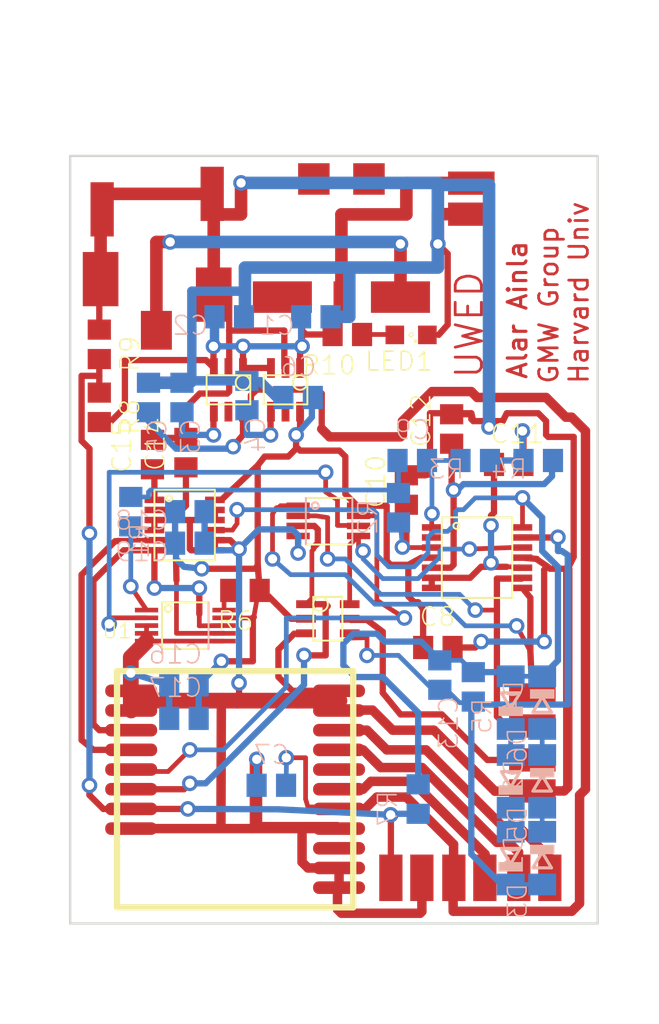
<source format=kicad_pcb>
(kicad_pcb (version 20171130) (host pcbnew "(5.1.0)-1")

  (general
    (thickness 1.6)
    (drawings 7)
    (tracks 640)
    (zones 0)
    (modules 52)
    (nets 41)
  )

  (page A4)
  (layers
    (0 Top signal)
    (31 Bottom signal)
    (32 B.Adhes user)
    (33 F.Adhes user)
    (34 B.Paste user)
    (35 F.Paste user)
    (36 B.SilkS user)
    (37 F.SilkS user)
    (38 B.Mask user)
    (39 F.Mask user)
    (40 Dwgs.User user)
    (41 Cmts.User user)
    (42 Eco1.User user)
    (43 Eco2.User user)
    (44 Edge.Cuts user)
    (45 Margin user)
    (46 B.CrtYd user)
    (47 F.CrtYd user)
    (48 B.Fab user)
    (49 F.Fab user)
  )

  (setup
    (last_trace_width 0.25)
    (trace_clearance 0.1778)
    (zone_clearance 0.508)
    (zone_45_only no)
    (trace_min 0.2)
    (via_size 0.8)
    (via_drill 0.4)
    (via_min_size 0.4)
    (via_min_drill 0.3)
    (uvia_size 0.3)
    (uvia_drill 0.1)
    (uvias_allowed no)
    (uvia_min_size 0.2)
    (uvia_min_drill 0.1)
    (edge_width 0.05)
    (segment_width 0.2)
    (pcb_text_width 0.3)
    (pcb_text_size 1.5 1.5)
    (mod_edge_width 0.12)
    (mod_text_size 1 1)
    (mod_text_width 0.15)
    (pad_size 1.524 1.524)
    (pad_drill 0.762)
    (pad_to_mask_clearance 0)
    (solder_mask_min_width 0.25)
    (pad_to_paste_clearance -0.07625)
    (aux_axis_origin 131.483 80.2436)
    (grid_origin 131.483 80.2436)
    (visible_elements 7FFFFFFF)
    (pcbplotparams
      (layerselection 0x010fc_ffffffff)
      (usegerberextensions false)
      (usegerberattributes false)
      (usegerberadvancedattributes false)
      (creategerberjobfile false)
      (excludeedgelayer true)
      (linewidth 0.100000)
      (plotframeref false)
      (viasonmask false)
      (mode 1)
      (useauxorigin false)
      (hpglpennumber 1)
      (hpglpenspeed 20)
      (hpglpendiameter 15.000000)
      (psnegative false)
      (psa4output false)
      (plotreference true)
      (plotvalue true)
      (plotinvisibletext false)
      (padsonsilk false)
      (subtractmaskfromsilk true)
      (outputformat 1)
      (mirror false)
      (drillshape 0)
      (scaleselection 1)
      (outputdirectory "UWED_A/"))
  )

  (net 0 "")
  (net 1 GND)
  (net 2 "Net-(U1-Pad11)")
  (net 3 "Net-(C5-Pad1)")
  (net 4 "Net-(U$4-PadP$2)")
  (net 5 "Net-(U1-Pad15)")
  (net 6 "Net-(U$5-PadP$1)")
  (net 7 "Net-(U$5-PadP$2)")
  (net 8 "Net-(R7-Pad2)")
  (net 9 "Net-(U$12-PadP$3)")
  (net 10 "Net-(U$12-PadP$7)")
  (net 11 "Net-(U$2-PadP$5)")
  (net 12 "Net-(U$2-PadP$6)")
  (net 13 "Net-(C13-Pad2)")
  (net 14 "Net-(C13-Pad1)")
  (net 15 "Net-(U$1-PadP$12)")
  (net 16 "Net-(C11-Pad1)")
  (net 17 "Net-(U$1-PadP$9)")
  (net 18 "Net-(U$1-PadP$8)")
  (net 19 "Net-(C12-Pad1)")
  (net 20 "Net-(C16-Pad1)")
  (net 21 "Net-(C10-Pad1)")
  (net 22 "Net-(C9-Pad1)")
  (net 23 "Net-(C14-Pad1)")
  (net 24 "Net-(C15-Pad1)")
  (net 25 "Net-(U$14-PadCOM)")
  (net 26 "Net-(U$13-PadP$5)")
  (net 27 "Net-(R6-Pad2)")
  (net 28 "Net-(U$12-PadP$6)")
  (net 29 "Net-(R1-Pad1)")
  (net 30 "Net-(U$14-Pad3)")
  (net 31 "Net-(C3-Pad1)")
  (net 32 "Net-(C1-Pad1)")
  (net 33 "Net-(C4-Pad1)")
  (net 34 "Net-(C9-Pad2)")
  (net 35 "Net-(C11-Pad2)")
  (net 36 "Net-(D1-PadC)")
  (net 37 "Net-(D2-PadC)")
  (net 38 "Net-(D3-PadA)")
  (net 39 "Net-(LED1-PadA)")
  (net 40 "Net-(D5-PadA)")

  (net_class Default "This is the default net class."
    (clearance 0.1778)
    (trace_width 0.25)
    (via_dia 0.8)
    (via_drill 0.4)
    (uvia_dia 0.3)
    (uvia_drill 0.1)
    (add_net GND)
    (add_net "Net-(C1-Pad1)")
    (add_net "Net-(C10-Pad1)")
    (add_net "Net-(C11-Pad1)")
    (add_net "Net-(C11-Pad2)")
    (add_net "Net-(C12-Pad1)")
    (add_net "Net-(C13-Pad1)")
    (add_net "Net-(C13-Pad2)")
    (add_net "Net-(C14-Pad1)")
    (add_net "Net-(C15-Pad1)")
    (add_net "Net-(C16-Pad1)")
    (add_net "Net-(C3-Pad1)")
    (add_net "Net-(C4-Pad1)")
    (add_net "Net-(C5-Pad1)")
    (add_net "Net-(C9-Pad1)")
    (add_net "Net-(C9-Pad2)")
    (add_net "Net-(D1-PadC)")
    (add_net "Net-(D2-PadC)")
    (add_net "Net-(D3-PadA)")
    (add_net "Net-(D5-PadA)")
    (add_net "Net-(LED1-PadA)")
    (add_net "Net-(R1-Pad1)")
    (add_net "Net-(R6-Pad2)")
    (add_net "Net-(R7-Pad2)")
    (add_net "Net-(U$1-PadP$12)")
    (add_net "Net-(U$1-PadP$8)")
    (add_net "Net-(U$1-PadP$9)")
    (add_net "Net-(U$12-PadP$3)")
    (add_net "Net-(U$12-PadP$6)")
    (add_net "Net-(U$12-PadP$7)")
    (add_net "Net-(U$13-PadP$5)")
    (add_net "Net-(U$14-Pad3)")
    (add_net "Net-(U$14-PadCOM)")
    (add_net "Net-(U$2-PadP$5)")
    (add_net "Net-(U$2-PadP$6)")
    (add_net "Net-(U$4-PadP$2)")
    (add_net "Net-(U$5-PadP$1)")
    (add_net "Net-(U$5-PadP$2)")
    (add_net "Net-(U1-Pad11)")
    (add_net "Net-(U1-Pad15)")
  )

  (module UWED:C0805 (layer Bottom) (tedit 0) (tstamp 5CEFCF83)
    (at 147.3326 90.6222)
    (descr <b>CAPACITOR</b><p>)
    (path /24F56349)
    (fp_text reference C1 (at -1.27 1.27) (layer B.SilkS)
      (effects (font (size 1.2065 1.2065) (thickness 0.1016)) (justify left bottom mirror))
    )
    (fp_text value C-USC0805 (at -1.27 -2.54) (layer B.Fab)
      (effects (font (size 1.2065 1.2065) (thickness 0.1016)) (justify left bottom mirror))
    )
    (fp_poly (pts (xy -0.1001 -0.4001) (xy 0.1001 -0.4001) (xy 0.1001 0.4001) (xy -0.1001 0.4001)) (layer B.Adhes) (width 0))
    (fp_poly (pts (xy 0.3556 -0.7239) (xy 1.1057 -0.7239) (xy 1.1057 0.7262) (xy 0.3556 0.7262)) (layer B.Fab) (width 0))
    (fp_poly (pts (xy -1.0922 -0.7239) (xy -0.3421 -0.7239) (xy -0.3421 0.7262) (xy -1.0922 0.7262)) (layer B.Fab) (width 0))
    (fp_line (start 1.973 0.983) (end 1.973 -0.983) (layer Dwgs.User) (width 0.0508))
    (fp_line (start -0.356 -0.66) (end 0.381 -0.66) (layer B.Fab) (width 0.1016))
    (fp_line (start -0.381 0.66) (end 0.381 0.66) (layer B.Fab) (width 0.1016))
    (fp_line (start -1.973 -0.983) (end -1.973 0.983) (layer Dwgs.User) (width 0.0508))
    (fp_line (start 1.973 -0.983) (end -1.973 -0.983) (layer Dwgs.User) (width 0.0508))
    (fp_line (start -1.973 0.983) (end 1.973 0.983) (layer Dwgs.User) (width 0.0508))
    (pad 2 smd rect (at 0.95 0) (size 1.3 1.5) (layers Bottom B.Paste B.Mask)
      (net 1 GND) (solder_mask_margin 0.1016))
    (pad 1 smd rect (at -0.95 0) (size 1.3 1.5) (layers Bottom B.Paste B.Mask)
      (net 32 "Net-(C1-Pad1)") (solder_mask_margin 0.1016))
  )

  (module UWED:C0805 (layer Top) (tedit 0) (tstamp 5CEFCF91)
    (at 153.1746 101.7982 90)
    (descr <b>CAPACITOR</b><p>)
    (path /E6471815)
    (fp_text reference C10 (at -1.27 -1.27 90) (layer F.SilkS)
      (effects (font (size 1.2065 1.2065) (thickness 0.1016)) (justify left bottom))
    )
    (fp_text value C-USC0805 (at -1.27 2.54 90) (layer F.Fab)
      (effects (font (size 1.2065 1.2065) (thickness 0.1016)) (justify left bottom))
    )
    (fp_poly (pts (xy -0.1001 0.4001) (xy 0.1001 0.4001) (xy 0.1001 -0.4001) (xy -0.1001 -0.4001)) (layer F.Adhes) (width 0))
    (fp_poly (pts (xy 0.3556 0.7239) (xy 1.1057 0.7239) (xy 1.1057 -0.7262) (xy 0.3556 -0.7262)) (layer F.Fab) (width 0))
    (fp_poly (pts (xy -1.0922 0.7239) (xy -0.3421 0.7239) (xy -0.3421 -0.7262) (xy -1.0922 -0.7262)) (layer F.Fab) (width 0))
    (fp_line (start 1.973 -0.983) (end 1.973 0.983) (layer Dwgs.User) (width 0.0508))
    (fp_line (start -0.356 0.66) (end 0.381 0.66) (layer F.Fab) (width 0.1016))
    (fp_line (start -0.381 -0.66) (end 0.381 -0.66) (layer F.Fab) (width 0.1016))
    (fp_line (start -1.973 0.983) (end -1.973 -0.983) (layer Dwgs.User) (width 0.0508))
    (fp_line (start 1.973 0.983) (end -1.973 0.983) (layer Dwgs.User) (width 0.0508))
    (fp_line (start -1.973 -0.983) (end 1.973 -0.983) (layer Dwgs.User) (width 0.0508))
    (pad 2 smd rect (at 0.95 0 90) (size 1.3 1.5) (layers Top F.Paste F.Mask)
      (net 1 GND) (solder_mask_margin 0.1016))
    (pad 1 smd rect (at -0.95 0 90) (size 1.3 1.5) (layers Top F.Paste F.Mask)
      (net 21 "Net-(C10-Pad1)") (solder_mask_margin 0.1016))
  )

  (module UWED:C0805 (layer Top) (tedit 0) (tstamp 5CEFCF9F)
    (at 159.7786 100.1472)
    (descr <b>CAPACITOR</b><p>)
    (path /DC2BCD37)
    (fp_text reference C11 (at -1.27 -1.27) (layer F.SilkS)
      (effects (font (size 1.2065 1.2065) (thickness 0.1016)) (justify left bottom))
    )
    (fp_text value C-USC0805 (at -1.27 2.54) (layer F.Fab)
      (effects (font (size 1.2065 1.2065) (thickness 0.1016)) (justify left bottom))
    )
    (fp_poly (pts (xy -0.1001 0.4001) (xy 0.1001 0.4001) (xy 0.1001 -0.4001) (xy -0.1001 -0.4001)) (layer F.Adhes) (width 0))
    (fp_poly (pts (xy 0.3556 0.7239) (xy 1.1057 0.7239) (xy 1.1057 -0.7262) (xy 0.3556 -0.7262)) (layer F.Fab) (width 0))
    (fp_poly (pts (xy -1.0922 0.7239) (xy -0.3421 0.7239) (xy -0.3421 -0.7262) (xy -1.0922 -0.7262)) (layer F.Fab) (width 0))
    (fp_line (start 1.973 -0.983) (end 1.973 0.983) (layer Dwgs.User) (width 0.0508))
    (fp_line (start -0.356 0.66) (end 0.381 0.66) (layer F.Fab) (width 0.1016))
    (fp_line (start -0.381 -0.66) (end 0.381 -0.66) (layer F.Fab) (width 0.1016))
    (fp_line (start -1.973 0.983) (end -1.973 -0.983) (layer Dwgs.User) (width 0.0508))
    (fp_line (start 1.973 0.983) (end -1.973 0.983) (layer Dwgs.User) (width 0.0508))
    (fp_line (start -1.973 -0.983) (end 1.973 -0.983) (layer Dwgs.User) (width 0.0508))
    (pad 2 smd rect (at 0.95 0) (size 1.3 1.5) (layers Top F.Paste F.Mask)
      (net 35 "Net-(C11-Pad2)") (solder_mask_margin 0.1016))
    (pad 1 smd rect (at -0.95 0) (size 1.3 1.5) (layers Top F.Paste F.Mask)
      (net 16 "Net-(C11-Pad1)") (solder_mask_margin 0.1016))
  )

  (module UWED:C0805 (layer Top) (tedit 0) (tstamp 5CEFCFAD)
    (at 156.0956 97.8612 90)
    (descr <b>CAPACITOR</b><p>)
    (path /C9F266B1)
    (fp_text reference C12 (at -1.27 -1.27 90) (layer F.SilkS)
      (effects (font (size 1.2065 1.2065) (thickness 0.1016)) (justify left bottom))
    )
    (fp_text value C-USC0805 (at -1.27 2.54 90) (layer F.Fab)
      (effects (font (size 1.2065 1.2065) (thickness 0.1016)) (justify left bottom))
    )
    (fp_poly (pts (xy -0.1001 0.4001) (xy 0.1001 0.4001) (xy 0.1001 -0.4001) (xy -0.1001 -0.4001)) (layer F.Adhes) (width 0))
    (fp_poly (pts (xy 0.3556 0.7239) (xy 1.1057 0.7239) (xy 1.1057 -0.7262) (xy 0.3556 -0.7262)) (layer F.Fab) (width 0))
    (fp_poly (pts (xy -1.0922 0.7239) (xy -0.3421 0.7239) (xy -0.3421 -0.7262) (xy -1.0922 -0.7262)) (layer F.Fab) (width 0))
    (fp_line (start 1.973 -0.983) (end 1.973 0.983) (layer Dwgs.User) (width 0.0508))
    (fp_line (start -0.356 0.66) (end 0.381 0.66) (layer F.Fab) (width 0.1016))
    (fp_line (start -0.381 -0.66) (end 0.381 -0.66) (layer F.Fab) (width 0.1016))
    (fp_line (start -1.973 0.983) (end -1.973 -0.983) (layer Dwgs.User) (width 0.0508))
    (fp_line (start 1.973 0.983) (end -1.973 0.983) (layer Dwgs.User) (width 0.0508))
    (fp_line (start -1.973 -0.983) (end 1.973 -0.983) (layer Dwgs.User) (width 0.0508))
    (pad 2 smd rect (at 0.95 0 90) (size 1.3 1.5) (layers Top F.Paste F.Mask)
      (net 1 GND) (solder_mask_margin 0.1016))
    (pad 1 smd rect (at -0.95 0 90) (size 1.3 1.5) (layers Top F.Paste F.Mask)
      (net 19 "Net-(C12-Pad1)") (solder_mask_margin 0.1016))
  )

  (module UWED:C0805 (layer Bottom) (tedit 0) (tstamp 5CEFCFBB)
    (at 155.3336 113.7362 90)
    (descr <b>CAPACITOR</b><p>)
    (path /E10CB6A7)
    (fp_text reference C13 (at -1.27 1.27 90) (layer B.SilkS)
      (effects (font (size 1.2065 1.2065) (thickness 0.1016)) (justify left bottom mirror))
    )
    (fp_text value C-USC0805 (at -1.27 -2.54 90) (layer B.Fab)
      (effects (font (size 1.2065 1.2065) (thickness 0.1016)) (justify left bottom mirror))
    )
    (fp_poly (pts (xy -0.1001 -0.4001) (xy 0.1001 -0.4001) (xy 0.1001 0.4001) (xy -0.1001 0.4001)) (layer B.Adhes) (width 0))
    (fp_poly (pts (xy 0.3556 -0.7239) (xy 1.1057 -0.7239) (xy 1.1057 0.7262) (xy 0.3556 0.7262)) (layer B.Fab) (width 0))
    (fp_poly (pts (xy -1.0922 -0.7239) (xy -0.3421 -0.7239) (xy -0.3421 0.7262) (xy -1.0922 0.7262)) (layer B.Fab) (width 0))
    (fp_line (start 1.973 0.983) (end 1.973 -0.983) (layer Dwgs.User) (width 0.0508))
    (fp_line (start -0.356 -0.66) (end 0.381 -0.66) (layer B.Fab) (width 0.1016))
    (fp_line (start -0.381 0.66) (end 0.381 0.66) (layer B.Fab) (width 0.1016))
    (fp_line (start -1.973 -0.983) (end -1.973 0.983) (layer Dwgs.User) (width 0.0508))
    (fp_line (start 1.973 -0.983) (end -1.973 -0.983) (layer Dwgs.User) (width 0.0508))
    (fp_line (start -1.973 0.983) (end 1.973 0.983) (layer Dwgs.User) (width 0.0508))
    (pad 2 smd rect (at 0.95 0 90) (size 1.3 1.5) (layers Bottom B.Paste B.Mask)
      (net 13 "Net-(C13-Pad2)") (solder_mask_margin 0.1016))
    (pad 1 smd rect (at -0.95 0 90) (size 1.3 1.5) (layers Bottom B.Paste B.Mask)
      (net 14 "Net-(C13-Pad1)") (solder_mask_margin 0.1016))
  )

  (module UWED:C0805 (layer Top) (tedit 0) (tstamp 5CEFCFC9)
    (at 138.9506 99.3852 90)
    (descr <b>CAPACITOR</b><p>)
    (path /9D093897)
    (fp_text reference C14 (at -1.27 -1.27 90) (layer F.SilkS)
      (effects (font (size 1.2065 1.2065) (thickness 0.1016)) (justify left bottom))
    )
    (fp_text value C-USC0805 (at -1.27 2.54 90) (layer F.Fab)
      (effects (font (size 1.2065 1.2065) (thickness 0.1016)) (justify left bottom))
    )
    (fp_poly (pts (xy -0.1001 0.4001) (xy 0.1001 0.4001) (xy 0.1001 -0.4001) (xy -0.1001 -0.4001)) (layer F.Adhes) (width 0))
    (fp_poly (pts (xy 0.3556 0.7239) (xy 1.1057 0.7239) (xy 1.1057 -0.7262) (xy 0.3556 -0.7262)) (layer F.Fab) (width 0))
    (fp_poly (pts (xy -1.0922 0.7239) (xy -0.3421 0.7239) (xy -0.3421 -0.7262) (xy -1.0922 -0.7262)) (layer F.Fab) (width 0))
    (fp_line (start 1.973 -0.983) (end 1.973 0.983) (layer Dwgs.User) (width 0.0508))
    (fp_line (start -0.356 0.66) (end 0.381 0.66) (layer F.Fab) (width 0.1016))
    (fp_line (start -0.381 -0.66) (end 0.381 -0.66) (layer F.Fab) (width 0.1016))
    (fp_line (start -1.973 0.983) (end -1.973 -0.983) (layer Dwgs.User) (width 0.0508))
    (fp_line (start 1.973 0.983) (end -1.973 0.983) (layer Dwgs.User) (width 0.0508))
    (fp_line (start -1.973 -0.983) (end 1.973 -0.983) (layer Dwgs.User) (width 0.0508))
    (pad 2 smd rect (at 0.95 0 90) (size 1.3 1.5) (layers Top F.Paste F.Mask)
      (net 1 GND) (solder_mask_margin 0.1016))
    (pad 1 smd rect (at -0.95 0 90) (size 1.3 1.5) (layers Top F.Paste F.Mask)
      (net 23 "Net-(C14-Pad1)") (solder_mask_margin 0.1016))
  )

  (module UWED:C0805 (layer Top) (tedit 0) (tstamp 5CEFCFD7)
    (at 136.7916 99.5122 90)
    (descr <b>CAPACITOR</b><p>)
    (path /4EF73EC9)
    (fp_text reference C15 (at -1.27 -1.27 90) (layer F.SilkS)
      (effects (font (size 1.2065 1.2065) (thickness 0.1016)) (justify left bottom))
    )
    (fp_text value C-USC0805 (at -1.27 2.54 90) (layer F.Fab)
      (effects (font (size 1.2065 1.2065) (thickness 0.1016)) (justify left bottom))
    )
    (fp_poly (pts (xy -0.1001 0.4001) (xy 0.1001 0.4001) (xy 0.1001 -0.4001) (xy -0.1001 -0.4001)) (layer F.Adhes) (width 0))
    (fp_poly (pts (xy 0.3556 0.7239) (xy 1.1057 0.7239) (xy 1.1057 -0.7262) (xy 0.3556 -0.7262)) (layer F.Fab) (width 0))
    (fp_poly (pts (xy -1.0922 0.7239) (xy -0.3421 0.7239) (xy -0.3421 -0.7262) (xy -1.0922 -0.7262)) (layer F.Fab) (width 0))
    (fp_line (start 1.973 -0.983) (end 1.973 0.983) (layer Dwgs.User) (width 0.0508))
    (fp_line (start -0.356 0.66) (end 0.381 0.66) (layer F.Fab) (width 0.1016))
    (fp_line (start -0.381 -0.66) (end 0.381 -0.66) (layer F.Fab) (width 0.1016))
    (fp_line (start -1.973 0.983) (end -1.973 -0.983) (layer Dwgs.User) (width 0.0508))
    (fp_line (start 1.973 0.983) (end -1.973 0.983) (layer Dwgs.User) (width 0.0508))
    (fp_line (start -1.973 -0.983) (end 1.973 -0.983) (layer Dwgs.User) (width 0.0508))
    (pad 2 smd rect (at 0.95 0 90) (size 1.3 1.5) (layers Top F.Paste F.Mask)
      (net 1 GND) (solder_mask_margin 0.1016))
    (pad 1 smd rect (at -0.95 0 90) (size 1.3 1.5) (layers Top F.Paste F.Mask)
      (net 24 "Net-(C15-Pad1)") (solder_mask_margin 0.1016))
  )

  (module UWED:C0805 (layer Bottom) (tedit 0) (tstamp 5CEFCFE5)
    (at 138.8236 114.3712 180)
    (descr <b>CAPACITOR</b><p>)
    (path /D5459529)
    (fp_text reference C16 (at -1.27 1.27 180) (layer B.SilkS)
      (effects (font (size 1.2065 1.2065) (thickness 0.1016)) (justify left bottom mirror))
    )
    (fp_text value C-USC0805 (at -1.27 -2.54 180) (layer B.Fab)
      (effects (font (size 1.2065 1.2065) (thickness 0.1016)) (justify left bottom mirror))
    )
    (fp_poly (pts (xy -0.1001 -0.4001) (xy 0.1001 -0.4001) (xy 0.1001 0.4001) (xy -0.1001 0.4001)) (layer B.Adhes) (width 0))
    (fp_poly (pts (xy 0.3556 -0.7239) (xy 1.1057 -0.7239) (xy 1.1057 0.7262) (xy 0.3556 0.7262)) (layer B.Fab) (width 0))
    (fp_poly (pts (xy -1.0922 -0.7239) (xy -0.3421 -0.7239) (xy -0.3421 0.7262) (xy -1.0922 0.7262)) (layer B.Fab) (width 0))
    (fp_line (start 1.973 0.983) (end 1.973 -0.983) (layer Dwgs.User) (width 0.0508))
    (fp_line (start -0.356 -0.66) (end 0.381 -0.66) (layer B.Fab) (width 0.1016))
    (fp_line (start -0.381 0.66) (end 0.381 0.66) (layer B.Fab) (width 0.1016))
    (fp_line (start -1.973 -0.983) (end -1.973 0.983) (layer Dwgs.User) (width 0.0508))
    (fp_line (start 1.973 -0.983) (end -1.973 -0.983) (layer Dwgs.User) (width 0.0508))
    (fp_line (start -1.973 0.983) (end 1.973 0.983) (layer Dwgs.User) (width 0.0508))
    (pad 2 smd rect (at 0.95 0 180) (size 1.3 1.5) (layers Bottom B.Paste B.Mask)
      (net 1 GND) (solder_mask_margin 0.1016))
    (pad 1 smd rect (at -0.95 0 180) (size 1.3 1.5) (layers Bottom B.Paste B.Mask)
      (net 20 "Net-(C16-Pad1)") (solder_mask_margin 0.1016))
  )

  (module UWED:C0805 (layer Bottom) (tedit 0) (tstamp 5CEFCFF3)
    (at 138.8236 116.5302 180)
    (descr <b>CAPACITOR</b><p>)
    (path /CE46CD9A)
    (fp_text reference C17 (at -1.27 1.27 180) (layer B.SilkS)
      (effects (font (size 1.2065 1.2065) (thickness 0.1016)) (justify left bottom mirror))
    )
    (fp_text value C-USC0805 (at -1.27 -2.54 180) (layer B.Fab)
      (effects (font (size 1.2065 1.2065) (thickness 0.1016)) (justify left bottom mirror))
    )
    (fp_poly (pts (xy -0.1001 -0.4001) (xy 0.1001 -0.4001) (xy 0.1001 0.4001) (xy -0.1001 0.4001)) (layer B.Adhes) (width 0))
    (fp_poly (pts (xy 0.3556 -0.7239) (xy 1.1057 -0.7239) (xy 1.1057 0.7262) (xy 0.3556 0.7262)) (layer B.Fab) (width 0))
    (fp_poly (pts (xy -1.0922 -0.7239) (xy -0.3421 -0.7239) (xy -0.3421 0.7262) (xy -1.0922 0.7262)) (layer B.Fab) (width 0))
    (fp_line (start 1.973 0.983) (end 1.973 -0.983) (layer Dwgs.User) (width 0.0508))
    (fp_line (start -0.356 -0.66) (end 0.381 -0.66) (layer B.Fab) (width 0.1016))
    (fp_line (start -0.381 0.66) (end 0.381 0.66) (layer B.Fab) (width 0.1016))
    (fp_line (start -1.973 -0.983) (end -1.973 0.983) (layer Dwgs.User) (width 0.0508))
    (fp_line (start 1.973 -0.983) (end -1.973 -0.983) (layer Dwgs.User) (width 0.0508))
    (fp_line (start -1.973 0.983) (end 1.973 0.983) (layer Dwgs.User) (width 0.0508))
    (pad 2 smd rect (at 0.95 0 180) (size 1.3 1.5) (layers Bottom B.Paste B.Mask)
      (net 1 GND) (solder_mask_margin 0.1016))
    (pad 1 smd rect (at -0.95 0 180) (size 1.3 1.5) (layers Bottom B.Paste B.Mask)
      (net 20 "Net-(C16-Pad1)") (solder_mask_margin 0.1016))
  )

  (module UWED:C0805 (layer Bottom) (tedit 0) (tstamp 5CEFD001)
    (at 139.2046 103.1952)
    (descr <b>CAPACITOR</b><p>)
    (path /15F8A7BA)
    (fp_text reference C18 (at -1.27 1.27) (layer B.SilkS)
      (effects (font (size 1.2065 1.2065) (thickness 0.1016)) (justify left bottom mirror))
    )
    (fp_text value C-USC0805 (at -1.27 -2.54) (layer B.Fab)
      (effects (font (size 1.2065 1.2065) (thickness 0.1016)) (justify left bottom mirror))
    )
    (fp_poly (pts (xy -0.1001 -0.4001) (xy 0.1001 -0.4001) (xy 0.1001 0.4001) (xy -0.1001 0.4001)) (layer B.Adhes) (width 0))
    (fp_poly (pts (xy 0.3556 -0.7239) (xy 1.1057 -0.7239) (xy 1.1057 0.7262) (xy 0.3556 0.7262)) (layer B.Fab) (width 0))
    (fp_poly (pts (xy -1.0922 -0.7239) (xy -0.3421 -0.7239) (xy -0.3421 0.7262) (xy -1.0922 0.7262)) (layer B.Fab) (width 0))
    (fp_line (start 1.973 0.983) (end 1.973 -0.983) (layer Dwgs.User) (width 0.0508))
    (fp_line (start -0.356 -0.66) (end 0.381 -0.66) (layer B.Fab) (width 0.1016))
    (fp_line (start -0.381 0.66) (end 0.381 0.66) (layer B.Fab) (width 0.1016))
    (fp_line (start -1.973 -0.983) (end -1.973 0.983) (layer Dwgs.User) (width 0.0508))
    (fp_line (start 1.973 -0.983) (end -1.973 -0.983) (layer Dwgs.User) (width 0.0508))
    (fp_line (start -1.973 0.983) (end 1.973 0.983) (layer Dwgs.User) (width 0.0508))
    (pad 2 smd rect (at 0.95 0) (size 1.3 1.5) (layers Bottom B.Paste B.Mask)
      (net 1 GND) (solder_mask_margin 0.1016))
    (pad 1 smd rect (at -0.95 0) (size 1.3 1.5) (layers Bottom B.Paste B.Mask)
      (net 20 "Net-(C16-Pad1)") (solder_mask_margin 0.1016))
  )

  (module UWED:C0805 (layer Bottom) (tedit 0) (tstamp 5CEFD00F)
    (at 139.2046 105.2272)
    (descr <b>CAPACITOR</b><p>)
    (path /BEA4D22F)
    (fp_text reference C19 (at -1.27 1.27) (layer B.SilkS)
      (effects (font (size 1.2065 1.2065) (thickness 0.1016)) (justify left bottom mirror))
    )
    (fp_text value C-USC0805 (at -1.27 -2.54) (layer B.Fab)
      (effects (font (size 1.2065 1.2065) (thickness 0.1016)) (justify left bottom mirror))
    )
    (fp_poly (pts (xy -0.1001 -0.4001) (xy 0.1001 -0.4001) (xy 0.1001 0.4001) (xy -0.1001 0.4001)) (layer B.Adhes) (width 0))
    (fp_poly (pts (xy 0.3556 -0.7239) (xy 1.1057 -0.7239) (xy 1.1057 0.7262) (xy 0.3556 0.7262)) (layer B.Fab) (width 0))
    (fp_poly (pts (xy -1.0922 -0.7239) (xy -0.3421 -0.7239) (xy -0.3421 0.7262) (xy -1.0922 0.7262)) (layer B.Fab) (width 0))
    (fp_line (start 1.973 0.983) (end 1.973 -0.983) (layer Dwgs.User) (width 0.0508))
    (fp_line (start -0.356 -0.66) (end 0.381 -0.66) (layer B.Fab) (width 0.1016))
    (fp_line (start -0.381 0.66) (end 0.381 0.66) (layer B.Fab) (width 0.1016))
    (fp_line (start -1.973 -0.983) (end -1.973 0.983) (layer Dwgs.User) (width 0.0508))
    (fp_line (start 1.973 -0.983) (end -1.973 -0.983) (layer Dwgs.User) (width 0.0508))
    (fp_line (start -1.973 0.983) (end 1.973 0.983) (layer Dwgs.User) (width 0.0508))
    (pad 2 smd rect (at 0.95 0) (size 1.3 1.5) (layers Bottom B.Paste B.Mask)
      (net 1 GND) (solder_mask_margin 0.1016))
    (pad 1 smd rect (at -0.95 0) (size 1.3 1.5) (layers Bottom B.Paste B.Mask)
      (net 20 "Net-(C16-Pad1)") (solder_mask_margin 0.1016))
  )

  (module UWED:C0805 (layer Bottom) (tedit 0) (tstamp 5CEFD01D)
    (at 141.7446 90.6222)
    (descr <b>CAPACITOR</b><p>)
    (path /4071D1F9)
    (fp_text reference C2 (at -1.27 1.27) (layer B.SilkS)
      (effects (font (size 1.2065 1.2065) (thickness 0.1016)) (justify left bottom mirror))
    )
    (fp_text value C-USC0805 (at -1.27 -2.54) (layer B.Fab)
      (effects (font (size 1.2065 1.2065) (thickness 0.1016)) (justify left bottom mirror))
    )
    (fp_poly (pts (xy -0.1001 -0.4001) (xy 0.1001 -0.4001) (xy 0.1001 0.4001) (xy -0.1001 0.4001)) (layer B.Adhes) (width 0))
    (fp_poly (pts (xy 0.3556 -0.7239) (xy 1.1057 -0.7239) (xy 1.1057 0.7262) (xy 0.3556 0.7262)) (layer B.Fab) (width 0))
    (fp_poly (pts (xy -1.0922 -0.7239) (xy -0.3421 -0.7239) (xy -0.3421 0.7262) (xy -1.0922 0.7262)) (layer B.Fab) (width 0))
    (fp_line (start 1.973 0.983) (end 1.973 -0.983) (layer Dwgs.User) (width 0.0508))
    (fp_line (start -0.356 -0.66) (end 0.381 -0.66) (layer B.Fab) (width 0.1016))
    (fp_line (start -0.381 0.66) (end 0.381 0.66) (layer B.Fab) (width 0.1016))
    (fp_line (start -1.973 -0.983) (end -1.973 0.983) (layer Dwgs.User) (width 0.0508))
    (fp_line (start 1.973 -0.983) (end -1.973 -0.983) (layer Dwgs.User) (width 0.0508))
    (fp_line (start -1.973 0.983) (end 1.973 0.983) (layer Dwgs.User) (width 0.0508))
    (pad 2 smd rect (at 0.95 0) (size 1.3 1.5) (layers Bottom B.Paste B.Mask)
      (net 1 GND) (solder_mask_margin 0.1016))
    (pad 1 smd rect (at -0.95 0) (size 1.3 1.5) (layers Bottom B.Paste B.Mask)
      (net 32 "Net-(C1-Pad1)") (solder_mask_margin 0.1016))
  )

  (module UWED:C0805 (layer Bottom) (tedit 0) (tstamp 5CEFD02B)
    (at 138.6966 95.8292 90)
    (descr <b>CAPACITOR</b><p>)
    (path /00CB58E1)
    (fp_text reference C3 (at -1.27 1.27 90) (layer B.SilkS)
      (effects (font (size 1.2065 1.2065) (thickness 0.1016)) (justify left bottom mirror))
    )
    (fp_text value C-USC0805 (at -1.27 -2.54 90) (layer B.Fab)
      (effects (font (size 1.2065 1.2065) (thickness 0.1016)) (justify left bottom mirror))
    )
    (fp_poly (pts (xy -0.1001 -0.4001) (xy 0.1001 -0.4001) (xy 0.1001 0.4001) (xy -0.1001 0.4001)) (layer B.Adhes) (width 0))
    (fp_poly (pts (xy 0.3556 -0.7239) (xy 1.1057 -0.7239) (xy 1.1057 0.7262) (xy 0.3556 0.7262)) (layer B.Fab) (width 0))
    (fp_poly (pts (xy -1.0922 -0.7239) (xy -0.3421 -0.7239) (xy -0.3421 0.7262) (xy -1.0922 0.7262)) (layer B.Fab) (width 0))
    (fp_line (start 1.973 0.983) (end 1.973 -0.983) (layer Dwgs.User) (width 0.0508))
    (fp_line (start -0.356 -0.66) (end 0.381 -0.66) (layer B.Fab) (width 0.1016))
    (fp_line (start -0.381 0.66) (end 0.381 0.66) (layer B.Fab) (width 0.1016))
    (fp_line (start -1.973 -0.983) (end -1.973 0.983) (layer Dwgs.User) (width 0.0508))
    (fp_line (start 1.973 -0.983) (end -1.973 -0.983) (layer Dwgs.User) (width 0.0508))
    (fp_line (start -1.973 0.983) (end 1.973 0.983) (layer Dwgs.User) (width 0.0508))
    (pad 2 smd rect (at 0.95 0 90) (size 1.3 1.5) (layers Bottom B.Paste B.Mask)
      (net 1 GND) (solder_mask_margin 0.1016))
    (pad 1 smd rect (at -0.95 0 90) (size 1.3 1.5) (layers Bottom B.Paste B.Mask)
      (net 31 "Net-(C3-Pad1)") (solder_mask_margin 0.1016))
  )

  (module UWED:C0805 (layer Bottom) (tedit 0) (tstamp 5CEFD039)
    (at 142.8876 95.7022 90)
    (descr <b>CAPACITOR</b><p>)
    (path /8B5AD75A)
    (fp_text reference C4 (at -1.27 1.27 90) (layer B.SilkS)
      (effects (font (size 1.2065 1.2065) (thickness 0.1016)) (justify left bottom mirror))
    )
    (fp_text value C-USC0805 (at -1.27 -2.54 90) (layer B.Fab)
      (effects (font (size 1.2065 1.2065) (thickness 0.1016)) (justify left bottom mirror))
    )
    (fp_poly (pts (xy -0.1001 -0.4001) (xy 0.1001 -0.4001) (xy 0.1001 0.4001) (xy -0.1001 0.4001)) (layer B.Adhes) (width 0))
    (fp_poly (pts (xy 0.3556 -0.7239) (xy 1.1057 -0.7239) (xy 1.1057 0.7262) (xy 0.3556 0.7262)) (layer B.Fab) (width 0))
    (fp_poly (pts (xy -1.0922 -0.7239) (xy -0.3421 -0.7239) (xy -0.3421 0.7262) (xy -1.0922 0.7262)) (layer B.Fab) (width 0))
    (fp_line (start 1.973 0.983) (end 1.973 -0.983) (layer Dwgs.User) (width 0.0508))
    (fp_line (start -0.356 -0.66) (end 0.381 -0.66) (layer B.Fab) (width 0.1016))
    (fp_line (start -0.381 0.66) (end 0.381 0.66) (layer B.Fab) (width 0.1016))
    (fp_line (start -1.973 -0.983) (end -1.973 0.983) (layer Dwgs.User) (width 0.0508))
    (fp_line (start 1.973 -0.983) (end -1.973 -0.983) (layer Dwgs.User) (width 0.0508))
    (fp_line (start -1.973 0.983) (end 1.973 0.983) (layer Dwgs.User) (width 0.0508))
    (pad 2 smd rect (at 0.95 0 90) (size 1.3 1.5) (layers Bottom B.Paste B.Mask)
      (net 1 GND) (solder_mask_margin 0.1016))
    (pad 1 smd rect (at -0.95 0 90) (size 1.3 1.5) (layers Bottom B.Paste B.Mask)
      (net 33 "Net-(C4-Pad1)") (solder_mask_margin 0.1016))
  )

  (module UWED:C0805 (layer Bottom) (tedit 0) (tstamp 5CEFD047)
    (at 136.5376 95.8292 90)
    (descr <b>CAPACITOR</b><p>)
    (path /A35C59BC)
    (fp_text reference C5 (at -1.27 1.27 90) (layer B.SilkS)
      (effects (font (size 1.2065 1.2065) (thickness 0.1016)) (justify left bottom mirror))
    )
    (fp_text value C-USC0805 (at -1.27 -2.54 90) (layer B.Fab)
      (effects (font (size 1.2065 1.2065) (thickness 0.1016)) (justify left bottom mirror))
    )
    (fp_poly (pts (xy -0.1001 -0.4001) (xy 0.1001 -0.4001) (xy 0.1001 0.4001) (xy -0.1001 0.4001)) (layer B.Adhes) (width 0))
    (fp_poly (pts (xy 0.3556 -0.7239) (xy 1.1057 -0.7239) (xy 1.1057 0.7262) (xy 0.3556 0.7262)) (layer B.Fab) (width 0))
    (fp_poly (pts (xy -1.0922 -0.7239) (xy -0.3421 -0.7239) (xy -0.3421 0.7262) (xy -1.0922 0.7262)) (layer B.Fab) (width 0))
    (fp_line (start 1.973 0.983) (end 1.973 -0.983) (layer Dwgs.User) (width 0.0508))
    (fp_line (start -0.356 -0.66) (end 0.381 -0.66) (layer B.Fab) (width 0.1016))
    (fp_line (start -0.381 0.66) (end 0.381 0.66) (layer B.Fab) (width 0.1016))
    (fp_line (start -1.973 -0.983) (end -1.973 0.983) (layer Dwgs.User) (width 0.0508))
    (fp_line (start 1.973 -0.983) (end -1.973 -0.983) (layer Dwgs.User) (width 0.0508))
    (fp_line (start -1.973 0.983) (end 1.973 0.983) (layer Dwgs.User) (width 0.0508))
    (pad 2 smd rect (at 0.95 0 90) (size 1.3 1.5) (layers Bottom B.Paste B.Mask)
      (net 1 GND) (solder_mask_margin 0.1016))
    (pad 1 smd rect (at -0.95 0 90) (size 1.3 1.5) (layers Bottom B.Paste B.Mask)
      (net 3 "Net-(C5-Pad1)") (solder_mask_margin 0.1016))
  )

  (module UWED:C0805 (layer Bottom) (tedit 0) (tstamp 5CEFD055)
    (at 146.1896 95.8292 180)
    (descr <b>CAPACITOR</b><p>)
    (path /0CFD014E)
    (fp_text reference C6 (at -1.27 1.27 180) (layer B.SilkS)
      (effects (font (size 1.2065 1.2065) (thickness 0.1016)) (justify left bottom mirror))
    )
    (fp_text value C-USC0805 (at -1.27 -2.54 180) (layer B.Fab)
      (effects (font (size 1.2065 1.2065) (thickness 0.1016)) (justify left bottom mirror))
    )
    (fp_poly (pts (xy -0.1001 -0.4001) (xy 0.1001 -0.4001) (xy 0.1001 0.4001) (xy -0.1001 0.4001)) (layer B.Adhes) (width 0))
    (fp_poly (pts (xy 0.3556 -0.7239) (xy 1.1057 -0.7239) (xy 1.1057 0.7262) (xy 0.3556 0.7262)) (layer B.Fab) (width 0))
    (fp_poly (pts (xy -1.0922 -0.7239) (xy -0.3421 -0.7239) (xy -0.3421 0.7262) (xy -1.0922 0.7262)) (layer B.Fab) (width 0))
    (fp_line (start 1.973 0.983) (end 1.973 -0.983) (layer Dwgs.User) (width 0.0508))
    (fp_line (start -0.356 -0.66) (end 0.381 -0.66) (layer B.Fab) (width 0.1016))
    (fp_line (start -0.381 0.66) (end 0.381 0.66) (layer B.Fab) (width 0.1016))
    (fp_line (start -1.973 -0.983) (end -1.973 0.983) (layer Dwgs.User) (width 0.0508))
    (fp_line (start 1.973 -0.983) (end -1.973 -0.983) (layer Dwgs.User) (width 0.0508))
    (fp_line (start -1.973 0.983) (end 1.973 0.983) (layer Dwgs.User) (width 0.0508))
    (pad 2 smd rect (at 0.95 0 180) (size 1.3 1.5) (layers Bottom B.Paste B.Mask)
      (net 1 GND) (solder_mask_margin 0.1016))
    (pad 1 smd rect (at -0.95 0 180) (size 1.3 1.5) (layers Bottom B.Paste B.Mask)
      (net 20 "Net-(C16-Pad1)") (solder_mask_margin 0.1016))
  )

  (module UWED:C0805 (layer Bottom) (tedit 0) (tstamp 5CEFD063)
    (at 144.4624 120.8482 180)
    (descr <b>CAPACITOR</b><p>)
    (path /49F108FA)
    (fp_text reference C7 (at -1.27 1.27 180) (layer B.SilkS)
      (effects (font (size 1.2065 1.2065) (thickness 0.1016)) (justify left bottom mirror))
    )
    (fp_text value C-USC0805 (at -1.27 -2.54 180) (layer B.Fab)
      (effects (font (size 1.2065 1.2065) (thickness 0.1016)) (justify left bottom mirror))
    )
    (fp_poly (pts (xy -0.1001 -0.4001) (xy 0.1001 -0.4001) (xy 0.1001 0.4001) (xy -0.1001 0.4001)) (layer B.Adhes) (width 0))
    (fp_poly (pts (xy 0.3556 -0.7239) (xy 1.1057 -0.7239) (xy 1.1057 0.7262) (xy 0.3556 0.7262)) (layer B.Fab) (width 0))
    (fp_poly (pts (xy -1.0922 -0.7239) (xy -0.3421 -0.7239) (xy -0.3421 0.7262) (xy -1.0922 0.7262)) (layer B.Fab) (width 0))
    (fp_line (start 1.973 0.983) (end 1.973 -0.983) (layer Dwgs.User) (width 0.0508))
    (fp_line (start -0.356 -0.66) (end 0.381 -0.66) (layer B.Fab) (width 0.1016))
    (fp_line (start -0.381 0.66) (end 0.381 0.66) (layer B.Fab) (width 0.1016))
    (fp_line (start -1.973 -0.983) (end -1.973 0.983) (layer Dwgs.User) (width 0.0508))
    (fp_line (start 1.973 -0.983) (end -1.973 -0.983) (layer Dwgs.User) (width 0.0508))
    (fp_line (start -1.973 0.983) (end 1.973 0.983) (layer Dwgs.User) (width 0.0508))
    (pad 2 smd rect (at 0.95 0 180) (size 1.3 1.5) (layers Bottom B.Paste B.Mask)
      (net 1 GND) (solder_mask_margin 0.1016))
    (pad 1 smd rect (at -0.95 0 180) (size 1.3 1.5) (layers Bottom B.Paste B.Mask)
      (net 3 "Net-(C5-Pad1)") (solder_mask_margin 0.1016))
  )

  (module UWED:C0805 (layer Top) (tedit 0) (tstamp 5CEFD071)
    (at 155.2066 111.9582)
    (descr <b>CAPACITOR</b><p>)
    (path /2F4B506D)
    (fp_text reference C8 (at -1.27 -1.27) (layer F.SilkS)
      (effects (font (size 1.2065 1.2065) (thickness 0.1016)) (justify left bottom))
    )
    (fp_text value C-USC0805 (at -1.27 2.54) (layer F.Fab)
      (effects (font (size 1.2065 1.2065) (thickness 0.1016)) (justify left bottom))
    )
    (fp_poly (pts (xy -0.1001 0.4001) (xy 0.1001 0.4001) (xy 0.1001 -0.4001) (xy -0.1001 -0.4001)) (layer F.Adhes) (width 0))
    (fp_poly (pts (xy 0.3556 0.7239) (xy 1.1057 0.7239) (xy 1.1057 -0.7262) (xy 0.3556 -0.7262)) (layer F.Fab) (width 0))
    (fp_poly (pts (xy -1.0922 0.7239) (xy -0.3421 0.7239) (xy -0.3421 -0.7262) (xy -1.0922 -0.7262)) (layer F.Fab) (width 0))
    (fp_line (start 1.973 -0.983) (end 1.973 0.983) (layer Dwgs.User) (width 0.0508))
    (fp_line (start -0.356 0.66) (end 0.381 0.66) (layer F.Fab) (width 0.1016))
    (fp_line (start -0.381 -0.66) (end 0.381 -0.66) (layer F.Fab) (width 0.1016))
    (fp_line (start -1.973 0.983) (end -1.973 -0.983) (layer Dwgs.User) (width 0.0508))
    (fp_line (start 1.973 0.983) (end -1.973 0.983) (layer Dwgs.User) (width 0.0508))
    (fp_line (start -1.973 -0.983) (end 1.973 -0.983) (layer Dwgs.User) (width 0.0508))
    (pad 2 smd rect (at 0.95 0) (size 1.3 1.5) (layers Top F.Paste F.Mask)
      (net 1 GND) (solder_mask_margin 0.1016))
    (pad 1 smd rect (at -0.95 0) (size 1.3 1.5) (layers Top F.Paste F.Mask)
      (net 20 "Net-(C16-Pad1)") (solder_mask_margin 0.1016))
  )

  (module UWED:C0805 (layer Bottom) (tedit 0) (tstamp 5CEFD07F)
    (at 153.5556 99.8932 180)
    (descr <b>CAPACITOR</b><p>)
    (path /7D4536D2)
    (fp_text reference C9 (at -1.27 1.27 180) (layer B.SilkS)
      (effects (font (size 1.2065 1.2065) (thickness 0.1016)) (justify left bottom mirror))
    )
    (fp_text value C-USC0805 (at -1.27 -2.54 180) (layer B.Fab)
      (effects (font (size 1.2065 1.2065) (thickness 0.1016)) (justify left bottom mirror))
    )
    (fp_poly (pts (xy -0.1001 -0.4001) (xy 0.1001 -0.4001) (xy 0.1001 0.4001) (xy -0.1001 0.4001)) (layer B.Adhes) (width 0))
    (fp_poly (pts (xy 0.3556 -0.7239) (xy 1.1057 -0.7239) (xy 1.1057 0.7262) (xy 0.3556 0.7262)) (layer B.Fab) (width 0))
    (fp_poly (pts (xy -1.0922 -0.7239) (xy -0.3421 -0.7239) (xy -0.3421 0.7262) (xy -1.0922 0.7262)) (layer B.Fab) (width 0))
    (fp_line (start 1.973 0.983) (end 1.973 -0.983) (layer Dwgs.User) (width 0.0508))
    (fp_line (start -0.356 -0.66) (end 0.381 -0.66) (layer B.Fab) (width 0.1016))
    (fp_line (start -0.381 0.66) (end 0.381 0.66) (layer B.Fab) (width 0.1016))
    (fp_line (start -1.973 -0.983) (end -1.973 0.983) (layer Dwgs.User) (width 0.0508))
    (fp_line (start 1.973 -0.983) (end -1.973 -0.983) (layer Dwgs.User) (width 0.0508))
    (fp_line (start -1.973 0.983) (end 1.973 0.983) (layer Dwgs.User) (width 0.0508))
    (pad 2 smd rect (at 0.95 0 180) (size 1.3 1.5) (layers Bottom B.Paste B.Mask)
      (net 34 "Net-(C9-Pad2)") (solder_mask_margin 0.1016))
    (pad 1 smd rect (at -0.95 0 180) (size 1.3 1.5) (layers Bottom B.Paste B.Mask)
      (net 22 "Net-(C9-Pad1)") (solder_mask_margin 0.1016))
  )

  (module UWED:SOD80C (layer Bottom) (tedit 0) (tstamp 5CEFD08D)
    (at 161.9376 125.5472 270)
    (descr <B>DIODE</B>)
    (path /C78C3FBD)
    (fp_text reference D1 (at -1.524 1.143 270) (layer B.SilkS)
      (effects (font (size 1.2065 1.2065) (thickness 0.1016)) (justify left bottom mirror))
    )
    (fp_text value PMLL4150 (at -1.524 -2.413 270) (layer B.Fab)
      (effects (font (size 1.2065 1.2065) (thickness 0.1016)) (justify left bottom mirror))
    )
    (fp_poly (pts (xy -0.8636 -0.7874) (xy -0.254 -0.7874) (xy -0.254 0.7874) (xy -0.8636 0.7874)) (layer B.SilkS) (width 0))
    (fp_poly (pts (xy 1.2954 -0.8636) (xy 1.8542 -0.8636) (xy 1.8542 0.8636) (xy 1.2954 0.8636)) (layer B.Fab) (width 0))
    (fp_poly (pts (xy -1.8542 -0.8636) (xy -1.2954 -0.8636) (xy -1.2954 0.8636) (xy -1.8542 0.8636)) (layer B.Fab) (width 0))
    (fp_line (start 0.627 -0.6) (end 0.627 0.6) (layer B.SilkS) (width 0.2032))
    (fp_line (start -0.373 0) (end 0.627 -0.6) (layer B.SilkS) (width 0.2032))
    (fp_line (start 0.627 0.6) (end -0.373 0) (layer B.SilkS) (width 0.2032))
    (fp_line (start 1.3208 -0.7874) (end -1.3208 -0.7874) (layer B.Fab) (width 0.1524))
    (fp_line (start 1.3208 0.7874) (end -1.3208 0.7874) (layer B.Fab) (width 0.1524))
    (pad A smd rect (at 1.7 0 270) (size 1.4 1.8) (layers Bottom B.Paste B.Mask)
      (net 14 "Net-(C13-Pad1)") (solder_mask_margin 0.1016))
    (pad C smd rect (at -1.7 0 270) (size 1.4 1.8) (layers Bottom B.Paste B.Mask)
      (net 36 "Net-(D1-PadC)") (solder_mask_margin 0.1016))
  )

  (module UWED:SOD80C (layer Bottom) (tedit 0) (tstamp 5CEFD09A)
    (at 161.9376 120.5942 270)
    (descr <B>DIODE</B>)
    (path /0CADE672)
    (fp_text reference D2 (at -1.524 1.143 270) (layer B.SilkS)
      (effects (font (size 1.2065 1.2065) (thickness 0.1016)) (justify left bottom mirror))
    )
    (fp_text value PMLL4150 (at -1.524 -2.413 270) (layer B.Fab)
      (effects (font (size 1.2065 1.2065) (thickness 0.1016)) (justify left bottom mirror))
    )
    (fp_poly (pts (xy -0.8636 -0.7874) (xy -0.254 -0.7874) (xy -0.254 0.7874) (xy -0.8636 0.7874)) (layer B.SilkS) (width 0))
    (fp_poly (pts (xy 1.2954 -0.8636) (xy 1.8542 -0.8636) (xy 1.8542 0.8636) (xy 1.2954 0.8636)) (layer B.Fab) (width 0))
    (fp_poly (pts (xy -1.8542 -0.8636) (xy -1.2954 -0.8636) (xy -1.2954 0.8636) (xy -1.8542 0.8636)) (layer B.Fab) (width 0))
    (fp_line (start 0.627 -0.6) (end 0.627 0.6) (layer B.SilkS) (width 0.2032))
    (fp_line (start -0.373 0) (end 0.627 -0.6) (layer B.SilkS) (width 0.2032))
    (fp_line (start 0.627 0.6) (end -0.373 0) (layer B.SilkS) (width 0.2032))
    (fp_line (start 1.3208 -0.7874) (end -1.3208 -0.7874) (layer B.Fab) (width 0.1524))
    (fp_line (start 1.3208 0.7874) (end -1.3208 0.7874) (layer B.Fab) (width 0.1524))
    (pad A smd rect (at 1.7 0 270) (size 1.4 1.8) (layers Bottom B.Paste B.Mask)
      (net 36 "Net-(D1-PadC)") (solder_mask_margin 0.1016))
    (pad C smd rect (at -1.7 0 270) (size 1.4 1.8) (layers Bottom B.Paste B.Mask)
      (net 37 "Net-(D2-PadC)") (solder_mask_margin 0.1016))
  )

  (module UWED:SOD80C (layer Bottom) (tedit 0) (tstamp 5CEFD0A7)
    (at 159.9056 125.5472 90)
    (descr <B>DIODE</B>)
    (path /93886C31)
    (fp_text reference D3 (at -1.524 1.143 90) (layer B.SilkS)
      (effects (font (size 1.2065 1.2065) (thickness 0.1016)) (justify left bottom mirror))
    )
    (fp_text value PMLL4150 (at -1.524 -2.413 90) (layer B.Fab)
      (effects (font (size 1.2065 1.2065) (thickness 0.1016)) (justify left bottom mirror))
    )
    (fp_poly (pts (xy -0.8636 -0.7874) (xy -0.254 -0.7874) (xy -0.254 0.7874) (xy -0.8636 0.7874)) (layer B.SilkS) (width 0))
    (fp_poly (pts (xy 1.2954 -0.8636) (xy 1.8542 -0.8636) (xy 1.8542 0.8636) (xy 1.2954 0.8636)) (layer B.Fab) (width 0))
    (fp_poly (pts (xy -1.8542 -0.8636) (xy -1.2954 -0.8636) (xy -1.2954 0.8636) (xy -1.8542 0.8636)) (layer B.Fab) (width 0))
    (fp_line (start 0.627 -0.6) (end 0.627 0.6) (layer B.SilkS) (width 0.2032))
    (fp_line (start -0.373 0) (end 0.627 -0.6) (layer B.SilkS) (width 0.2032))
    (fp_line (start 0.627 0.6) (end -0.373 0) (layer B.SilkS) (width 0.2032))
    (fp_line (start 1.3208 -0.7874) (end -1.3208 -0.7874) (layer B.Fab) (width 0.1524))
    (fp_line (start 1.3208 0.7874) (end -1.3208 0.7874) (layer B.Fab) (width 0.1524))
    (pad A smd rect (at 1.7 0 90) (size 1.4 1.8) (layers Bottom B.Paste B.Mask)
      (net 38 "Net-(D3-PadA)") (solder_mask_margin 0.1016))
    (pad C smd rect (at -1.7 0 90) (size 1.4 1.8) (layers Bottom B.Paste B.Mask)
      (net 14 "Net-(C13-Pad1)") (solder_mask_margin 0.1016))
  )

  (module UWED:SOD80C (layer Bottom) (tedit 0) (tstamp 5CEFD0B4)
    (at 161.9376 115.5142 270)
    (descr <B>DIODE</B>)
    (path /04403A79)
    (fp_text reference D4 (at -1.524 1.143 270) (layer B.SilkS)
      (effects (font (size 1.2065 1.2065) (thickness 0.1016)) (justify left bottom mirror))
    )
    (fp_text value PMLL4150 (at -1.524 -2.413 270) (layer B.Fab)
      (effects (font (size 1.2065 1.2065) (thickness 0.1016)) (justify left bottom mirror))
    )
    (fp_poly (pts (xy -0.8636 -0.7874) (xy -0.254 -0.7874) (xy -0.254 0.7874) (xy -0.8636 0.7874)) (layer B.SilkS) (width 0))
    (fp_poly (pts (xy 1.2954 -0.8636) (xy 1.8542 -0.8636) (xy 1.8542 0.8636) (xy 1.2954 0.8636)) (layer B.Fab) (width 0))
    (fp_poly (pts (xy -1.8542 -0.8636) (xy -1.2954 -0.8636) (xy -1.2954 0.8636) (xy -1.8542 0.8636)) (layer B.Fab) (width 0))
    (fp_line (start 0.627 -0.6) (end 0.627 0.6) (layer B.SilkS) (width 0.2032))
    (fp_line (start -0.373 0) (end 0.627 -0.6) (layer B.SilkS) (width 0.2032))
    (fp_line (start 0.627 0.6) (end -0.373 0) (layer B.SilkS) (width 0.2032))
    (fp_line (start 1.3208 -0.7874) (end -1.3208 -0.7874) (layer B.Fab) (width 0.1524))
    (fp_line (start 1.3208 0.7874) (end -1.3208 0.7874) (layer B.Fab) (width 0.1524))
    (pad A smd rect (at 1.7 0 270) (size 1.4 1.8) (layers Bottom B.Paste B.Mask)
      (net 37 "Net-(D2-PadC)") (solder_mask_margin 0.1016))
    (pad C smd rect (at -1.7 0 270) (size 1.4 1.8) (layers Bottom B.Paste B.Mask)
      (net 13 "Net-(C13-Pad2)") (solder_mask_margin 0.1016))
  )

  (module UWED:SOD80C (layer Bottom) (tedit 0) (tstamp 5CEFD0C1)
    (at 159.9056 120.5942 90)
    (descr <B>DIODE</B>)
    (path /A8F36FED)
    (fp_text reference D5 (at -1.524 1.143 90) (layer B.SilkS)
      (effects (font (size 1.2065 1.2065) (thickness 0.1016)) (justify left bottom mirror))
    )
    (fp_text value PMLL4150 (at -1.524 -2.413 90) (layer B.Fab)
      (effects (font (size 1.2065 1.2065) (thickness 0.1016)) (justify left bottom mirror))
    )
    (fp_poly (pts (xy -0.8636 -0.7874) (xy -0.254 -0.7874) (xy -0.254 0.7874) (xy -0.8636 0.7874)) (layer B.SilkS) (width 0))
    (fp_poly (pts (xy 1.2954 -0.8636) (xy 1.8542 -0.8636) (xy 1.8542 0.8636) (xy 1.2954 0.8636)) (layer B.Fab) (width 0))
    (fp_poly (pts (xy -1.8542 -0.8636) (xy -1.2954 -0.8636) (xy -1.2954 0.8636) (xy -1.8542 0.8636)) (layer B.Fab) (width 0))
    (fp_line (start 0.627 -0.6) (end 0.627 0.6) (layer B.SilkS) (width 0.2032))
    (fp_line (start -0.373 0) (end 0.627 -0.6) (layer B.SilkS) (width 0.2032))
    (fp_line (start 0.627 0.6) (end -0.373 0) (layer B.SilkS) (width 0.2032))
    (fp_line (start 1.3208 -0.7874) (end -1.3208 -0.7874) (layer B.Fab) (width 0.1524))
    (fp_line (start 1.3208 0.7874) (end -1.3208 0.7874) (layer B.Fab) (width 0.1524))
    (pad A smd rect (at 1.7 0 90) (size 1.4 1.8) (layers Bottom B.Paste B.Mask)
      (net 40 "Net-(D5-PadA)") (solder_mask_margin 0.1016))
    (pad C smd rect (at -1.7 0 90) (size 1.4 1.8) (layers Bottom B.Paste B.Mask)
      (net 38 "Net-(D3-PadA)") (solder_mask_margin 0.1016))
  )

  (module UWED:SOD80C (layer Bottom) (tedit 0) (tstamp 5CEFD0CE)
    (at 159.9056 115.5142 90)
    (descr <B>DIODE</B>)
    (path /8D7F21E8)
    (fp_text reference D6 (at -1.524 1.143 90) (layer B.SilkS)
      (effects (font (size 1.2065 1.2065) (thickness 0.1016)) (justify left bottom mirror))
    )
    (fp_text value PMLL4150 (at -1.524 -2.413 90) (layer B.Fab)
      (effects (font (size 1.2065 1.2065) (thickness 0.1016)) (justify left bottom mirror))
    )
    (fp_poly (pts (xy -0.8636 -0.7874) (xy -0.254 -0.7874) (xy -0.254 0.7874) (xy -0.8636 0.7874)) (layer B.SilkS) (width 0))
    (fp_poly (pts (xy 1.2954 -0.8636) (xy 1.8542 -0.8636) (xy 1.8542 0.8636) (xy 1.2954 0.8636)) (layer B.Fab) (width 0))
    (fp_poly (pts (xy -1.8542 -0.8636) (xy -1.2954 -0.8636) (xy -1.2954 0.8636) (xy -1.8542 0.8636)) (layer B.Fab) (width 0))
    (fp_line (start 0.627 -0.6) (end 0.627 0.6) (layer B.SilkS) (width 0.2032))
    (fp_line (start -0.373 0) (end 0.627 -0.6) (layer B.SilkS) (width 0.2032))
    (fp_line (start 0.627 0.6) (end -0.373 0) (layer B.SilkS) (width 0.2032))
    (fp_line (start 1.3208 -0.7874) (end -1.3208 -0.7874) (layer B.Fab) (width 0.1524))
    (fp_line (start 1.3208 0.7874) (end -1.3208 0.7874) (layer B.Fab) (width 0.1524))
    (pad A smd rect (at 1.7 0 90) (size 1.4 1.8) (layers Bottom B.Paste B.Mask)
      (net 13 "Net-(C13-Pad2)") (solder_mask_margin 0.1016))
    (pad C smd rect (at -1.7 0 90) (size 1.4 1.8) (layers Bottom B.Paste B.Mask)
      (net 40 "Net-(D5-PadA)") (solder_mask_margin 0.1016))
  )

  (module UWED:SML0805 (layer Top) (tedit 0) (tstamp 5CEFD0DB)
    (at 153.4794 91.7906 180)
    (descr "<b>SML0805-2CW-TR (0805 PROFILE)</b> COOL WHITE<p>\nSource: http://www.ledtronics.com/ds/smd-0603/Dstr0093.pdf")
    (path /7DC8C285)
    (fp_text reference LED1 (at -1.5 -1 180) (layer F.SilkS)
      (effects (font (size 1.2065 1.2065) (thickness 0.1016)) (justify right top))
    )
    (fp_text value LEDSML0805 (at -1.5 2 180) (layer F.Fab)
      (effects (font (size 1.2065 1.2065) (thickness 0.1016)) (justify right top))
    )
    (fp_circle (center -0.275 -0.4) (end -0.2125 -0.4) (layer F.SilkS) (width 0.125))
    (fp_line (start -0.025 0.175) (end -0.175 0.025) (layer F.SilkS) (width 0.0634))
    (fp_line (start 0.15 0) (end -0.025 0.175) (layer F.SilkS) (width 0.0634))
    (fp_line (start 0 -0.15) (end 0.15 0) (layer F.SilkS) (width 0.0634))
    (fp_line (start -0.175 0.025) (end 0 -0.15) (layer F.SilkS) (width 0.0634))
    (fp_line (start -0.95 -0.55) (end -0.95 0.55) (layer F.Fab) (width 0.1016))
    (fp_line (start 0.95 -0.55) (end -0.95 -0.55) (layer F.Fab) (width 0.1016))
    (fp_line (start 0.95 0.55) (end 0.95 -0.55) (layer F.Fab) (width 0.1016))
    (fp_line (start -0.95 0.55) (end 0.95 0.55) (layer F.Fab) (width 0.1016))
    (pad A smd rect (at 1.05 0 180) (size 1.2 1.2) (layers Top F.Paste F.Mask)
      (net 39 "Net-(LED1-PadA)") (solder_mask_margin 0.1016))
    (pad C smd rect (at -1.05 0 180) (size 1.2 1.2) (layers Top F.Paste F.Mask)
      (net 1 GND) (solder_mask_margin 0.1016))
  )

  (module UWED:R0805 (layer Bottom) (tedit 0) (tstamp 5CEFD0E9)
    (at 135.3946 103.1952 90)
    (descr <b>RESISTOR</b><p>)
    (path /54673866)
    (fp_text reference R1 (at -0.635 1.27 90) (layer B.SilkS)
      (effects (font (size 1.2065 1.2065) (thickness 0.1016)) (justify left bottom mirror))
    )
    (fp_text value R-US_R0805 (at -0.635 -2.54 90) (layer B.Fab)
      (effects (font (size 1.2065 1.2065) (thickness 0.1016)) (justify left bottom mirror))
    )
    (fp_poly (pts (xy -0.1999 -0.5001) (xy 0.1999 -0.5001) (xy 0.1999 0.5001) (xy -0.1999 0.5001)) (layer B.Adhes) (width 0))
    (fp_poly (pts (xy -1.0668 -0.6985) (xy -0.4168 -0.6985) (xy -0.4168 0.7015) (xy -1.0668 0.7015)) (layer B.Fab) (width 0))
    (fp_poly (pts (xy 0.4064 -0.6985) (xy 1.0564 -0.6985) (xy 1.0564 0.7015) (xy 0.4064 0.7015)) (layer B.Fab) (width 0))
    (fp_line (start -1.973 -0.983) (end -1.973 0.983) (layer Dwgs.User) (width 0.0508))
    (fp_line (start 1.973 -0.983) (end -1.973 -0.983) (layer Dwgs.User) (width 0.0508))
    (fp_line (start 1.973 0.983) (end 1.973 -0.983) (layer Dwgs.User) (width 0.0508))
    (fp_line (start -1.973 0.983) (end 1.973 0.983) (layer Dwgs.User) (width 0.0508))
    (fp_line (start -0.41 -0.635) (end 0.41 -0.635) (layer B.Fab) (width 0.1524))
    (fp_line (start -0.41 0.635) (end 0.41 0.635) (layer B.Fab) (width 0.1524))
    (pad 2 smd rect (at 0.95 0 90) (size 1.3 1.5) (layers Bottom B.Paste B.Mask)
      (net 34 "Net-(C9-Pad2)") (solder_mask_margin 0.1016))
    (pad 1 smd rect (at -0.95 0 90) (size 1.3 1.5) (layers Bottom B.Paste B.Mask)
      (net 29 "Net-(R1-Pad1)") (solder_mask_margin 0.1016))
  )

  (module UWED:R0805 (layer Top) (tedit 0) (tstamp 5CEFD0F7)
    (at 149.3646 91.7652 180)
    (descr <b>RESISTOR</b><p>)
    (path /CB121278)
    (fp_text reference R10 (at -0.635 -1.27 180) (layer F.SilkS)
      (effects (font (size 1.2065 1.2065) (thickness 0.1016)) (justify right top))
    )
    (fp_text value R-US_R0805 (at -0.635 2.54 180) (layer F.Fab)
      (effects (font (size 1.2065 1.2065) (thickness 0.1016)) (justify right top))
    )
    (fp_poly (pts (xy -0.1999 0.5001) (xy 0.1999 0.5001) (xy 0.1999 -0.5001) (xy -0.1999 -0.5001)) (layer F.Adhes) (width 0))
    (fp_poly (pts (xy -1.0668 0.6985) (xy -0.4168 0.6985) (xy -0.4168 -0.7015) (xy -1.0668 -0.7015)) (layer F.Fab) (width 0))
    (fp_poly (pts (xy 0.4064 0.6985) (xy 1.0564 0.6985) (xy 1.0564 -0.7015) (xy 0.4064 -0.7015)) (layer F.Fab) (width 0))
    (fp_line (start -1.973 0.983) (end -1.973 -0.983) (layer Dwgs.User) (width 0.0508))
    (fp_line (start 1.973 0.983) (end -1.973 0.983) (layer Dwgs.User) (width 0.0508))
    (fp_line (start 1.973 -0.983) (end 1.973 0.983) (layer Dwgs.User) (width 0.0508))
    (fp_line (start -1.973 -0.983) (end 1.973 -0.983) (layer Dwgs.User) (width 0.0508))
    (fp_line (start -0.41 0.635) (end 0.41 0.635) (layer F.Fab) (width 0.1524))
    (fp_line (start -0.41 -0.635) (end 0.41 -0.635) (layer F.Fab) (width 0.1524))
    (pad 2 smd rect (at 0.95 0 180) (size 1.3 1.5) (layers Top F.Paste F.Mask)
      (net 32 "Net-(C1-Pad1)") (solder_mask_margin 0.1016))
    (pad 1 smd rect (at -0.95 0 180) (size 1.3 1.5) (layers Top F.Paste F.Mask)
      (net 39 "Net-(LED1-PadA)") (solder_mask_margin 0.1016))
  )

  (module UWED:R0805 (layer Bottom) (tedit 0) (tstamp 5CEFD105)
    (at 152.6666 102.9412 270)
    (descr <b>RESISTOR</b><p>)
    (path /855FDFDB)
    (fp_text reference R2 (at -0.635 1.27 270) (layer B.SilkS)
      (effects (font (size 1.2065 1.2065) (thickness 0.1016)) (justify left bottom mirror))
    )
    (fp_text value R-US_R0805 (at -0.635 -2.54 270) (layer B.Fab)
      (effects (font (size 1.2065 1.2065) (thickness 0.1016)) (justify left bottom mirror))
    )
    (fp_poly (pts (xy -0.1999 -0.5001) (xy 0.1999 -0.5001) (xy 0.1999 0.5001) (xy -0.1999 0.5001)) (layer B.Adhes) (width 0))
    (fp_poly (pts (xy -1.0668 -0.6985) (xy -0.4168 -0.6985) (xy -0.4168 0.7015) (xy -1.0668 0.7015)) (layer B.Fab) (width 0))
    (fp_poly (pts (xy 0.4064 -0.6985) (xy 1.0564 -0.6985) (xy 1.0564 0.7015) (xy 0.4064 0.7015)) (layer B.Fab) (width 0))
    (fp_line (start -1.973 -0.983) (end -1.973 0.983) (layer Dwgs.User) (width 0.0508))
    (fp_line (start 1.973 -0.983) (end -1.973 -0.983) (layer Dwgs.User) (width 0.0508))
    (fp_line (start 1.973 0.983) (end 1.973 -0.983) (layer Dwgs.User) (width 0.0508))
    (fp_line (start -1.973 0.983) (end 1.973 0.983) (layer Dwgs.User) (width 0.0508))
    (fp_line (start -0.41 -0.635) (end 0.41 -0.635) (layer B.Fab) (width 0.1524))
    (fp_line (start -0.41 0.635) (end 0.41 0.635) (layer B.Fab) (width 0.1524))
    (pad 2 smd rect (at 0.95 0 270) (size 1.3 1.5) (layers Bottom B.Paste B.Mask)
      (net 21 "Net-(C10-Pad1)") (solder_mask_margin 0.1016))
    (pad 1 smd rect (at -0.95 0 270) (size 1.3 1.5) (layers Bottom B.Paste B.Mask)
      (net 34 "Net-(C9-Pad2)") (solder_mask_margin 0.1016))
  )

  (module UWED:R0805 (layer Bottom) (tedit 0) (tstamp 5CEFD113)
    (at 157.6196 99.8932)
    (descr <b>RESISTOR</b><p>)
    (path /A00BD228)
    (fp_text reference R3 (at -0.635 1.27) (layer B.SilkS)
      (effects (font (size 1.2065 1.2065) (thickness 0.1016)) (justify left bottom mirror))
    )
    (fp_text value R-US_R0805 (at -0.635 -2.54) (layer B.Fab)
      (effects (font (size 1.2065 1.2065) (thickness 0.1016)) (justify left bottom mirror))
    )
    (fp_poly (pts (xy -0.1999 -0.5001) (xy 0.1999 -0.5001) (xy 0.1999 0.5001) (xy -0.1999 0.5001)) (layer B.Adhes) (width 0))
    (fp_poly (pts (xy -1.0668 -0.6985) (xy -0.4168 -0.6985) (xy -0.4168 0.7015) (xy -1.0668 0.7015)) (layer B.Fab) (width 0))
    (fp_poly (pts (xy 0.4064 -0.6985) (xy 1.0564 -0.6985) (xy 1.0564 0.7015) (xy 0.4064 0.7015)) (layer B.Fab) (width 0))
    (fp_line (start -1.973 -0.983) (end -1.973 0.983) (layer Dwgs.User) (width 0.0508))
    (fp_line (start 1.973 -0.983) (end -1.973 -0.983) (layer Dwgs.User) (width 0.0508))
    (fp_line (start 1.973 0.983) (end 1.973 -0.983) (layer Dwgs.User) (width 0.0508))
    (fp_line (start -1.973 0.983) (end 1.973 0.983) (layer Dwgs.User) (width 0.0508))
    (fp_line (start -0.41 -0.635) (end 0.41 -0.635) (layer B.Fab) (width 0.1524))
    (fp_line (start -0.41 0.635) (end 0.41 0.635) (layer B.Fab) (width 0.1524))
    (pad 2 smd rect (at 0.95 0) (size 1.3 1.5) (layers Bottom B.Paste B.Mask)
      (net 35 "Net-(C11-Pad2)") (solder_mask_margin 0.1016))
    (pad 1 smd rect (at -0.95 0) (size 1.3 1.5) (layers Bottom B.Paste B.Mask)
      (net 22 "Net-(C9-Pad1)") (solder_mask_margin 0.1016))
  )

  (module UWED:R0805 (layer Bottom) (tedit 0) (tstamp 5CEFD121)
    (at 161.6836 99.8932)
    (descr <b>RESISTOR</b><p>)
    (path /BA9F59F4)
    (fp_text reference R4 (at -0.635 1.27) (layer B.SilkS)
      (effects (font (size 1.2065 1.2065) (thickness 0.1016)) (justify left bottom mirror))
    )
    (fp_text value R-US_R0805 (at -0.635 -2.54) (layer B.Fab)
      (effects (font (size 1.2065 1.2065) (thickness 0.1016)) (justify left bottom mirror))
    )
    (fp_poly (pts (xy -0.1999 -0.5001) (xy 0.1999 -0.5001) (xy 0.1999 0.5001) (xy -0.1999 0.5001)) (layer B.Adhes) (width 0))
    (fp_poly (pts (xy -1.0668 -0.6985) (xy -0.4168 -0.6985) (xy -0.4168 0.7015) (xy -1.0668 0.7015)) (layer B.Fab) (width 0))
    (fp_poly (pts (xy 0.4064 -0.6985) (xy 1.0564 -0.6985) (xy 1.0564 0.7015) (xy 0.4064 0.7015)) (layer B.Fab) (width 0))
    (fp_line (start -1.973 -0.983) (end -1.973 0.983) (layer Dwgs.User) (width 0.0508))
    (fp_line (start 1.973 -0.983) (end -1.973 -0.983) (layer Dwgs.User) (width 0.0508))
    (fp_line (start 1.973 0.983) (end 1.973 -0.983) (layer Dwgs.User) (width 0.0508))
    (fp_line (start -1.973 0.983) (end 1.973 0.983) (layer Dwgs.User) (width 0.0508))
    (fp_line (start -0.41 -0.635) (end 0.41 -0.635) (layer B.Fab) (width 0.1524))
    (fp_line (start -0.41 0.635) (end 0.41 0.635) (layer B.Fab) (width 0.1524))
    (pad 2 smd rect (at 0.95 0) (size 1.3 1.5) (layers Bottom B.Paste B.Mask)
      (net 19 "Net-(C12-Pad1)") (solder_mask_margin 0.1016))
    (pad 1 smd rect (at -0.95 0) (size 1.3 1.5) (layers Bottom B.Paste B.Mask)
      (net 35 "Net-(C11-Pad2)") (solder_mask_margin 0.1016))
  )

  (module UWED:R0805 (layer Bottom) (tedit 0) (tstamp 5CEFD12F)
    (at 157.4926 114.4982 90)
    (descr <b>RESISTOR</b><p>)
    (path /CAE48B39)
    (fp_text reference R5 (at -0.635 1.27 90) (layer B.SilkS)
      (effects (font (size 1.2065 1.2065) (thickness 0.1016)) (justify left bottom mirror))
    )
    (fp_text value R-US_R0805 (at -0.635 -2.54 90) (layer B.Fab)
      (effects (font (size 1.2065 1.2065) (thickness 0.1016)) (justify left bottom mirror))
    )
    (fp_poly (pts (xy -0.1999 -0.5001) (xy 0.1999 -0.5001) (xy 0.1999 0.5001) (xy -0.1999 0.5001)) (layer B.Adhes) (width 0))
    (fp_poly (pts (xy -1.0668 -0.6985) (xy -0.4168 -0.6985) (xy -0.4168 0.7015) (xy -1.0668 0.7015)) (layer B.Fab) (width 0))
    (fp_poly (pts (xy 0.4064 -0.6985) (xy 1.0564 -0.6985) (xy 1.0564 0.7015) (xy 0.4064 0.7015)) (layer B.Fab) (width 0))
    (fp_line (start -1.973 -0.983) (end -1.973 0.983) (layer Dwgs.User) (width 0.0508))
    (fp_line (start 1.973 -0.983) (end -1.973 -0.983) (layer Dwgs.User) (width 0.0508))
    (fp_line (start 1.973 0.983) (end 1.973 -0.983) (layer Dwgs.User) (width 0.0508))
    (fp_line (start -1.973 0.983) (end 1.973 0.983) (layer Dwgs.User) (width 0.0508))
    (fp_line (start -0.41 -0.635) (end 0.41 -0.635) (layer B.Fab) (width 0.1524))
    (fp_line (start -0.41 0.635) (end 0.41 0.635) (layer B.Fab) (width 0.1524))
    (pad 2 smd rect (at 0.95 0 90) (size 1.3 1.5) (layers Bottom B.Paste B.Mask)
      (net 13 "Net-(C13-Pad2)") (solder_mask_margin 0.1016))
    (pad 1 smd rect (at -0.95 0 90) (size 1.3 1.5) (layers Bottom B.Paste B.Mask)
      (net 14 "Net-(C13-Pad1)") (solder_mask_margin 0.1016))
  )

  (module UWED:R0805 (layer Top) (tedit 0) (tstamp 5CEFD13D)
    (at 142.7606 108.2752 180)
    (descr <b>RESISTOR</b><p>)
    (path /1BE7E303)
    (fp_text reference R6 (at -0.635 -1.27 180) (layer F.SilkS)
      (effects (font (size 1.2065 1.2065) (thickness 0.1016)) (justify right top))
    )
    (fp_text value R-US_R0805 (at -0.635 2.54 180) (layer F.Fab)
      (effects (font (size 1.2065 1.2065) (thickness 0.1016)) (justify right top))
    )
    (fp_poly (pts (xy -0.1999 0.5001) (xy 0.1999 0.5001) (xy 0.1999 -0.5001) (xy -0.1999 -0.5001)) (layer F.Adhes) (width 0))
    (fp_poly (pts (xy -1.0668 0.6985) (xy -0.4168 0.6985) (xy -0.4168 -0.7015) (xy -1.0668 -0.7015)) (layer F.Fab) (width 0))
    (fp_poly (pts (xy 0.4064 0.6985) (xy 1.0564 0.6985) (xy 1.0564 -0.7015) (xy 0.4064 -0.7015)) (layer F.Fab) (width 0))
    (fp_line (start -1.973 0.983) (end -1.973 -0.983) (layer Dwgs.User) (width 0.0508))
    (fp_line (start 1.973 0.983) (end -1.973 0.983) (layer Dwgs.User) (width 0.0508))
    (fp_line (start 1.973 -0.983) (end 1.973 0.983) (layer Dwgs.User) (width 0.0508))
    (fp_line (start -1.973 -0.983) (end 1.973 -0.983) (layer Dwgs.User) (width 0.0508))
    (fp_line (start -0.41 0.635) (end 0.41 0.635) (layer F.Fab) (width 0.1524))
    (fp_line (start -0.41 -0.635) (end 0.41 -0.635) (layer F.Fab) (width 0.1524))
    (pad 2 smd rect (at 0.95 0 180) (size 1.3 1.5) (layers Top F.Paste F.Mask)
      (net 27 "Net-(R6-Pad2)") (solder_mask_margin 0.1016))
    (pad 1 smd rect (at -0.95 0 180) (size 1.3 1.5) (layers Top F.Paste F.Mask)
      (net 20 "Net-(C16-Pad1)") (solder_mask_margin 0.1016))
  )

  (module UWED:R0805 (layer Bottom) (tedit 0) (tstamp 5CEFD14B)
    (at 153.9366 121.7372 270)
    (descr <b>RESISTOR</b><p>)
    (path /E67A151D)
    (fp_text reference R7 (at -0.635 1.27 270) (layer B.SilkS)
      (effects (font (size 1.2065 1.2065) (thickness 0.1016)) (justify left bottom mirror))
    )
    (fp_text value R-US_R0805 (at -0.635 -2.54 270) (layer B.Fab)
      (effects (font (size 1.2065 1.2065) (thickness 0.1016)) (justify left bottom mirror))
    )
    (fp_poly (pts (xy -0.1999 -0.5001) (xy 0.1999 -0.5001) (xy 0.1999 0.5001) (xy -0.1999 0.5001)) (layer B.Adhes) (width 0))
    (fp_poly (pts (xy -1.0668 -0.6985) (xy -0.4168 -0.6985) (xy -0.4168 0.7015) (xy -1.0668 0.7015)) (layer B.Fab) (width 0))
    (fp_poly (pts (xy 0.4064 -0.6985) (xy 1.0564 -0.6985) (xy 1.0564 0.7015) (xy 0.4064 0.7015)) (layer B.Fab) (width 0))
    (fp_line (start -1.973 -0.983) (end -1.973 0.983) (layer Dwgs.User) (width 0.0508))
    (fp_line (start 1.973 -0.983) (end -1.973 -0.983) (layer Dwgs.User) (width 0.0508))
    (fp_line (start 1.973 0.983) (end 1.973 -0.983) (layer Dwgs.User) (width 0.0508))
    (fp_line (start -1.973 0.983) (end 1.973 0.983) (layer Dwgs.User) (width 0.0508))
    (fp_line (start -0.41 -0.635) (end 0.41 -0.635) (layer B.Fab) (width 0.1524))
    (fp_line (start -0.41 0.635) (end 0.41 0.635) (layer B.Fab) (width 0.1524))
    (pad 2 smd rect (at 0.95 0 270) (size 1.3 1.5) (layers Bottom B.Paste B.Mask)
      (net 8 "Net-(R7-Pad2)") (solder_mask_margin 0.1016))
    (pad 1 smd rect (at -0.95 0 270) (size 1.3 1.5) (layers Bottom B.Paste B.Mask)
      (net 13 "Net-(C13-Pad2)") (solder_mask_margin 0.1016))
  )

  (module UWED:R0805 (layer Top) (tedit 0) (tstamp 5CEFD159)
    (at 133.3626 96.4642 270)
    (descr <b>RESISTOR</b><p>)
    (path /3B37D644)
    (fp_text reference R8 (at -0.635 -1.27 270) (layer F.SilkS)
      (effects (font (size 1.2065 1.2065) (thickness 0.1016)) (justify right top))
    )
    (fp_text value R-US_R0805 (at -0.635 2.54 270) (layer F.Fab)
      (effects (font (size 1.2065 1.2065) (thickness 0.1016)) (justify right top))
    )
    (fp_poly (pts (xy -0.1999 0.5001) (xy 0.1999 0.5001) (xy 0.1999 -0.5001) (xy -0.1999 -0.5001)) (layer F.Adhes) (width 0))
    (fp_poly (pts (xy -1.0668 0.6985) (xy -0.4168 0.6985) (xy -0.4168 -0.7015) (xy -1.0668 -0.7015)) (layer F.Fab) (width 0))
    (fp_poly (pts (xy 0.4064 0.6985) (xy 1.0564 0.6985) (xy 1.0564 -0.7015) (xy 0.4064 -0.7015)) (layer F.Fab) (width 0))
    (fp_line (start -1.973 0.983) (end -1.973 -0.983) (layer Dwgs.User) (width 0.0508))
    (fp_line (start 1.973 0.983) (end -1.973 0.983) (layer Dwgs.User) (width 0.0508))
    (fp_line (start 1.973 -0.983) (end 1.973 0.983) (layer Dwgs.User) (width 0.0508))
    (fp_line (start -1.973 -0.983) (end 1.973 -0.983) (layer Dwgs.User) (width 0.0508))
    (fp_line (start -0.41 0.635) (end 0.41 0.635) (layer F.Fab) (width 0.1524))
    (fp_line (start -0.41 -0.635) (end 0.41 -0.635) (layer F.Fab) (width 0.1524))
    (pad 2 smd rect (at 0.95 0 270) (size 1.3 1.5) (layers Top F.Paste F.Mask)
      (net 32 "Net-(C1-Pad1)") (solder_mask_margin 0.1016))
    (pad 1 smd rect (at -0.95 0 270) (size 1.3 1.5) (layers Top F.Paste F.Mask)
      (net 8 "Net-(R7-Pad2)") (solder_mask_margin 0.1016))
  )

  (module UWED:R0805 (layer Top) (tedit 0) (tstamp 5CEFD167)
    (at 133.3626 92.4002 270)
    (descr <b>RESISTOR</b><p>)
    (path /295F0D93)
    (fp_text reference R9 (at -0.635 -1.27 270) (layer F.SilkS)
      (effects (font (size 1.2065 1.2065) (thickness 0.1016)) (justify right top))
    )
    (fp_text value R-US_R0805 (at -0.635 2.54 270) (layer F.Fab)
      (effects (font (size 1.2065 1.2065) (thickness 0.1016)) (justify right top))
    )
    (fp_poly (pts (xy -0.1999 0.5001) (xy 0.1999 0.5001) (xy 0.1999 -0.5001) (xy -0.1999 -0.5001)) (layer F.Adhes) (width 0))
    (fp_poly (pts (xy -1.0668 0.6985) (xy -0.4168 0.6985) (xy -0.4168 -0.7015) (xy -1.0668 -0.7015)) (layer F.Fab) (width 0))
    (fp_poly (pts (xy 0.4064 0.6985) (xy 1.0564 0.6985) (xy 1.0564 -0.7015) (xy 0.4064 -0.7015)) (layer F.Fab) (width 0))
    (fp_line (start -1.973 0.983) (end -1.973 -0.983) (layer Dwgs.User) (width 0.0508))
    (fp_line (start 1.973 0.983) (end -1.973 0.983) (layer Dwgs.User) (width 0.0508))
    (fp_line (start 1.973 -0.983) (end 1.973 0.983) (layer Dwgs.User) (width 0.0508))
    (fp_line (start -1.973 -0.983) (end 1.973 -0.983) (layer Dwgs.User) (width 0.0508))
    (fp_line (start -0.41 0.635) (end 0.41 0.635) (layer F.Fab) (width 0.1524))
    (fp_line (start -0.41 -0.635) (end 0.41 -0.635) (layer F.Fab) (width 0.1524))
    (pad 2 smd rect (at 0.95 0 270) (size 1.3 1.5) (layers Top F.Paste F.Mask)
      (net 8 "Net-(R7-Pad2)") (solder_mask_margin 0.1016))
    (pad 1 smd rect (at -0.95 0 270) (size 1.3 1.5) (layers Top F.Paste F.Mask)
      (net 1 GND) (solder_mask_margin 0.1016))
  )

  (module UWED:MSOP14_0.65MM (layer Top) (tedit 0) (tstamp 5CEFD175)
    (at 155.4606 104.2112)
    (path /89E33A62)
    (fp_text reference U$1 (at 0 0) (layer F.SilkS) hide
      (effects (font (size 1.27 1.27) (thickness 0.15)))
    )
    (fp_text value 4OPAMPS-AD8608ARUZ (at 0 0) (layer F.SilkS) hide
      (effects (font (size 1.27 1.27) (thickness 0.15)))
    )
    (fp_line (start 0 4.55144) (end 0 -0.65024) (layer F.SilkS) (width 0.127))
    (fp_line (start 4.55144 4.55144) (end 0 4.55144) (layer F.SilkS) (width 0.127))
    (fp_line (start 4.55144 -0.65024) (end 4.55144 4.55144) (layer F.SilkS) (width 0.127))
    (fp_line (start 0 -0.65024) (end 4.55144 -0.65024) (layer F.SilkS) (width 0.127))
    (fp_circle (center 0.9398 -0.1016) (end 1.13324 -0.1016) (layer F.SilkS) (width 0.127))
    (pad P$14 smd rect (at 5.20144 0) (size 1.27 0.4191) (layers Top F.Paste F.Mask)
      (net 13 "Net-(C13-Pad2)") (solder_mask_margin 0.1016))
    (pad P$13 smd rect (at 5.20144 0.65) (size 1.27 0.4191) (layers Top F.Paste F.Mask)
      (net 14 "Net-(C13-Pad1)") (solder_mask_margin 0.1016))
    (pad P$12 smd rect (at 5.20144 1.3) (size 1.27 0.4191) (layers Top F.Paste F.Mask)
      (net 15 "Net-(U$1-PadP$12)") (solder_mask_margin 0.1016))
    (pad P$11 smd rect (at 5.20144 1.95024) (size 1.27 0.4191) (layers Top F.Paste F.Mask)
      (net 1 GND) (solder_mask_margin 0.1016))
    (pad P$10 smd rect (at 5.20144 2.600481) (size 1.27 0.4191) (layers Top F.Paste F.Mask)
      (net 16 "Net-(C11-Pad1)") (solder_mask_margin 0.1016))
    (pad P$9 smd rect (at 5.20144 3.250718) (size 1.27 0.4191) (layers Top F.Paste F.Mask)
      (net 17 "Net-(U$1-PadP$9)") (solder_mask_margin 0.1016))
    (pad P$8 smd rect (at 5.20144 3.900959) (size 1.27 0.4191) (layers Top F.Paste F.Mask)
      (net 18 "Net-(U$1-PadP$8)") (solder_mask_margin 0.1016))
    (pad P$7 smd rect (at -0.648559 3.9012) (size 1.27 0.4191) (layers Top F.Paste F.Mask)
      (net 16 "Net-(C11-Pad1)") (solder_mask_margin 0.1016))
    (pad P$6 smd rect (at -0.65 3.2512) (size 1.27 0.4191) (layers Top F.Paste F.Mask)
      (net 16 "Net-(C11-Pad1)") (solder_mask_margin 0.1016))
    (pad P$5 smd rect (at -0.65 2.600959) (size 1.27 0.4191) (layers Top F.Paste F.Mask)
      (net 19 "Net-(C12-Pad1)") (solder_mask_margin 0.1016))
    (pad P$4 smd rect (at -0.65 1.950718) (size 1.27 0.4191) (layers Top F.Paste F.Mask)
      (net 20 "Net-(C16-Pad1)") (solder_mask_margin 0.1016))
    (pad P$3 smd rect (at -0.65 1.300481) (size 1.27 0.4191) (layers Top F.Paste F.Mask)
      (net 21 "Net-(C10-Pad1)") (solder_mask_margin 0.1016))
    (pad P$2 smd rect (at -0.65 0.65024) (size 1.27 0.4191) (layers Top F.Paste F.Mask)
      (net 22 "Net-(C9-Pad1)") (solder_mask_margin 0.1016))
    (pad P$1 smd rect (at -0.65 0) (size 1.27 0.4191) (layers Top F.Paste F.Mask)
      (net 22 "Net-(C9-Pad1)") (solder_mask_margin 0.1016))
  )

  (module UWED:SOT-23-6 (layer Top) (tedit 0) (tstamp 5CEFD18B)
    (at 142.6336 93.9242 270)
    (path /2B263A79)
    (fp_text reference U$10 (at 0 0 270) (layer F.SilkS) hide
      (effects (font (size 1.27 1.27) (thickness 0.15)) (justify right top))
    )
    (fp_text value LDO-MIC5205-3.3YM5-TR (at 0 0 270) (layer F.SilkS) hide
      (effects (font (size 1.27 1.27) (thickness 0.15)) (justify right top))
    )
    (fp_circle (center 0.9398 0) (end 1.4097 0) (layer F.SilkS) (width 0.127))
    (fp_line (start 0.4699 2.3495) (end 0.4699 -0.4699) (layer F.SilkS) (width 0.127))
    (fp_line (start 2.3495 2.3495) (end 0.4699 2.3495) (layer F.SilkS) (width 0.127))
    (fp_line (start 2.3495 -0.4699) (end 2.3495 2.3495) (layer F.SilkS) (width 0.127))
    (fp_line (start 0.4699 -0.4699) (end 2.3495 -0.4699) (layer F.SilkS) (width 0.127))
    (pad P$6 smd rect (at 2.8194 0 270) (size 1.27 0.508) (layers Top F.Paste F.Mask)
      (net 3 "Net-(C5-Pad1)") (solder_mask_margin 0.1016))
    (pad P$5 smd rect (at 2.8194 0.9398 270) (size 1.27 0.508) (layers Top F.Paste F.Mask)
      (solder_mask_margin 0.1016))
    (pad P$4 smd rect (at 2.8194 1.8796 270) (size 1.27 0.508) (layers Top F.Paste F.Mask)
      (net 31 "Net-(C3-Pad1)") (solder_mask_margin 0.1016))
    (pad P$3 smd rect (at 0 1.8796 270) (size 1.27 0.508) (layers Top F.Paste F.Mask)
      (net 32 "Net-(C1-Pad1)") (solder_mask_margin 0.1016))
    (pad P$2 smd rect (at 0 0.9398 270) (size 1.27 0.508) (layers Top F.Paste F.Mask)
      (net 1 GND) (solder_mask_margin 0.1016))
    (pad P$1 smd rect (at 0 0 270) (size 1.27 0.508) (layers Top F.Paste F.Mask)
      (net 32 "Net-(C1-Pad1)") (solder_mask_margin 0.1016))
  )

  (module UWED:SOT-23-6 (layer Top) (tedit 0) (tstamp 5CEFD199)
    (at 146.3166 93.9242 270)
    (path /ABBF7E6D)
    (fp_text reference U$11 (at 0 0 270) (layer F.SilkS) hide
      (effects (font (size 1.27 1.27) (thickness 0.15)) (justify right top))
    )
    (fp_text value LDO-MIC5205-3.3YM5-TR (at 0 0 270) (layer F.SilkS) hide
      (effects (font (size 1.27 1.27) (thickness 0.15)) (justify right top))
    )
    (fp_circle (center 0.9398 0) (end 1.4097 0) (layer F.SilkS) (width 0.127))
    (fp_line (start 0.4699 2.3495) (end 0.4699 -0.4699) (layer F.SilkS) (width 0.127))
    (fp_line (start 2.3495 2.3495) (end 0.4699 2.3495) (layer F.SilkS) (width 0.127))
    (fp_line (start 2.3495 -0.4699) (end 2.3495 2.3495) (layer F.SilkS) (width 0.127))
    (fp_line (start 0.4699 -0.4699) (end 2.3495 -0.4699) (layer F.SilkS) (width 0.127))
    (pad P$6 smd rect (at 2.8194 0 270) (size 1.27 0.508) (layers Top F.Paste F.Mask)
      (net 20 "Net-(C16-Pad1)") (solder_mask_margin 0.1016))
    (pad P$5 smd rect (at 2.8194 0.9398 270) (size 1.27 0.508) (layers Top F.Paste F.Mask)
      (solder_mask_margin 0.1016))
    (pad P$4 smd rect (at 2.8194 1.8796 270) (size 1.27 0.508) (layers Top F.Paste F.Mask)
      (net 33 "Net-(C4-Pad1)") (solder_mask_margin 0.1016))
    (pad P$3 smd rect (at 0 1.8796 270) (size 1.27 0.508) (layers Top F.Paste F.Mask)
      (net 32 "Net-(C1-Pad1)") (solder_mask_margin 0.1016))
    (pad P$2 smd rect (at 0 0.9398 270) (size 1.27 0.508) (layers Top F.Paste F.Mask)
      (net 1 GND) (solder_mask_margin 0.1016))
    (pad P$1 smd rect (at 0 0 270) (size 1.27 0.508) (layers Top F.Paste F.Mask)
      (net 32 "Net-(C1-Pad1)") (solder_mask_margin 0.1016))
  )

  (module UWED:MSOP8_0.65MM (layer Top) (tedit 0) (tstamp 5CEFD1A7)
    (at 146.1896 102.8142)
    (path /FCFA34DC)
    (fp_text reference U$12 (at 0 0) (layer F.SilkS) hide
      (effects (font (size 1.27 1.27) (thickness 0.15)))
    )
    (fp_text value SWITCH_MAX4643EUA (at 0 0) (layer F.SilkS) hide
      (effects (font (size 1.27 1.27) (thickness 0.15)))
    )
    (fp_circle (center 1.1 0) (end 1.323606 0) (layer B.SilkS) (width 0.127))
    (fp_line (start 0.5 2.5) (end 0.5 -0.5) (layer B.SilkS) (width 0.127))
    (fp_line (start 3.5 2.5) (end 0.5 2.5) (layer F.SilkS) (width 0.127))
    (fp_line (start 3.5 -0.5) (end 3.5 2.5) (layer B.SilkS) (width 0.127))
    (fp_line (start 0.5 -0.5) (end 3.5 -0.5) (layer F.SilkS) (width 0.127))
    (pad P$8 smd rect (at 3.9 0) (size 1.5 0.42) (layers Top F.Paste F.Mask)
      (net 20 "Net-(C16-Pad1)") (solder_mask_margin 0.1016))
    (pad P$7 smd rect (at 3.9 0.65) (size 1.5 0.42) (layers Top F.Paste F.Mask)
      (net 10 "Net-(U$12-PadP$7)") (solder_mask_margin 0.1016))
    (pad P$6 smd rect (at 3.9 1.3) (size 1.5 0.42) (layers Top F.Paste F.Mask)
      (net 28 "Net-(U$12-PadP$6)") (solder_mask_margin 0.1016))
    (pad P$5 smd rect (at 3.9 1.95) (size 1.5 0.42) (layers Top F.Paste F.Mask)
      (net 15 "Net-(U$1-PadP$12)") (solder_mask_margin 0.1016))
    (pad P$4 smd rect (at 0 1.95) (size 1.5 0.42) (layers Top F.Paste F.Mask)
      (net 1 GND) (solder_mask_margin 0.1016))
    (pad P$3 smd rect (at 0 1.3) (size 1.5 0.42) (layers Top F.Paste F.Mask)
      (net 9 "Net-(U$12-PadP$3)") (solder_mask_margin 0.1016))
    (pad P$2 smd rect (at 0 0.65) (size 1.5 0.42) (layers Top F.Paste F.Mask)
      (net 17 "Net-(U$1-PadP$9)") (solder_mask_margin 0.1016))
    (pad P$1 smd rect (at 0 0) (size 1.5 0.42) (layers Top F.Paste F.Mask)
      (net 18 "Net-(U$1-PadP$8)") (solder_mask_margin 0.1016))
  )

  (module UWED:SOT-23-6 (layer Top) (tedit 0) (tstamp 5CEFD1B7)
    (at 146.6976 109.1642)
    (path /33430DC8)
    (fp_text reference U$13 (at 0 0) (layer F.SilkS) hide
      (effects (font (size 1.27 1.27) (thickness 0.15)))
    )
    (fp_text value SWITCH_MAX4644EUT (at 0 0) (layer F.SilkS) hide
      (effects (font (size 1.27 1.27) (thickness 0.15)))
    )
    (fp_circle (center 0.9398 0) (end 1.4097 0) (layer F.SilkS) (width 0.127))
    (fp_line (start 0.4699 2.3495) (end 0.4699 -0.4699) (layer F.SilkS) (width 0.127))
    (fp_line (start 2.3495 2.3495) (end 0.4699 2.3495) (layer F.SilkS) (width 0.127))
    (fp_line (start 2.3495 -0.4699) (end 2.3495 2.3495) (layer F.SilkS) (width 0.127))
    (fp_line (start 0.4699 -0.4699) (end 2.3495 -0.4699) (layer F.SilkS) (width 0.127))
    (pad P$6 smd rect (at 2.8194 0) (size 1.27 0.508) (layers Top F.Paste F.Mask)
      (net 15 "Net-(U$1-PadP$12)") (solder_mask_margin 0.1016))
    (pad P$5 smd rect (at 2.8194 0.9398) (size 1.27 0.508) (layers Top F.Paste F.Mask)
      (net 26 "Net-(U$13-PadP$5)") (solder_mask_margin 0.1016))
    (pad P$4 smd rect (at 2.8194 1.8796) (size 1.27 0.508) (layers Top F.Paste F.Mask)
      (net 14 "Net-(C13-Pad1)") (solder_mask_margin 0.1016))
    (pad P$3 smd rect (at 0 1.8796) (size 1.27 0.508) (layers Top F.Paste F.Mask)
      (net 1 GND) (solder_mask_margin 0.1016))
    (pad P$2 smd rect (at 0 0.9398) (size 1.27 0.508) (layers Top F.Paste F.Mask)
      (net 20 "Net-(C16-Pad1)") (solder_mask_margin 0.1016))
    (pad P$1 smd rect (at 0 0) (size 1.27 0.508) (layers Top F.Paste F.Mask)
      (net 9 "Net-(U$12-PadP$3)") (solder_mask_margin 0.1016))
  )

  (module UWED:TOGGLE_34E (layer Top) (tedit 0) (tstamp 5CEFD1C5)
    (at 147.2056 81.7322)
    (path /0B5D2212)
    (fp_text reference U$14 (at 0 0) (layer F.SilkS) hide
      (effects (font (size 1.27 1.27) (thickness 0.15)))
    )
    (fp_text value SW_TOGGLELARGE (at 0 0) (layer F.SilkS) hide
      (effects (font (size 1.27 1.27) (thickness 0.15)))
    )
    (fp_line (start 3.81 -9.652) (end 3.048 -5.334) (layer F.Fab) (width 0.127))
    (fp_line (start 0 -9.398) (end 0.508 -5.08) (layer F.Fab) (width 0.127))
    (fp_line (start 0.508 -5.08) (end 0.508 -5.334) (layer F.Fab) (width 0.127))
    (fp_line (start 0.508 -1.27) (end 0.508 -5.08) (layer F.Fab) (width 0.127))
    (fp_line (start 1.778 -1.27) (end 0.508 -1.27) (layer F.Fab) (width 0.127))
    (fp_line (start 3.048 -5.334) (end 3.048 -1.27) (layer F.Fab) (width 0.127))
    (fp_line (start 0.508 -5.334) (end 3.048 -5.334) (layer F.Fab) (width 0.127))
    (fp_circle (center 1.778 -9.652) (end 3.609618 -9.652) (layer F.Fab) (width 0.127))
    (fp_line (start 1.778 -1.27) (end 1.778 -11.43) (layer F.Fab) (width 0.127))
    (fp_line (start 7.366 6.604) (end -3.81 6.604) (layer F.Fab) (width 0.127))
    (fp_line (start 7.366 -1.27) (end 7.366 6.604) (layer F.Fab) (width 0.127))
    (fp_line (start 3.048 -1.27) (end 7.366 -1.27) (layer F.Fab) (width 0.127))
    (fp_line (start 1.778 -1.27) (end 3.048 -1.27) (layer F.Fab) (width 0.127))
    (fp_line (start -3.81 -1.27) (end 0.508 -1.27) (layer F.Fab) (width 0.127))
    (fp_line (start -3.81 6.604) (end -3.81 -1.27) (layer F.Fab) (width 0.127))
    (pad COM smd rect (at 1.778 7.62) (size 1.016 2.032) (layers Top F.Paste F.Mask)
      (net 25 "Net-(U$14-PadCOM)") (solder_mask_margin 0.1016))
    (pad 3 smd rect (at 5.588 7.62) (size 3.81 2.032) (layers Top F.Paste F.Mask)
      (net 30 "Net-(U$14-Pad3)") (solder_mask_margin 0.1016))
    (pad 1 smd rect (at -2.032 7.62) (size 3.81 2.032) (layers Top F.Paste F.Mask)
      (net 32 "Net-(C1-Pad1)") (solder_mask_margin 0.1016))
    (pad NC2 smd rect (at 3.556 0) (size 2.032 2.032) (layers Top F.Paste F.Mask)
      (solder_mask_margin 0.1016))
    (pad NC smd rect (at 0 0) (size 2.032 2.032) (layers Top F.Paste F.Mask)
      (solder_mask_margin 0.1016))
  )

  (module UWED:CONTACT_PADS_SMD_2 (layer Top) (tedit 0) (tstamp 5CEFD1DC)
    (at 153.1746 126.8172 180)
    (path /0C3EC839)
    (fp_text reference U$15 (at 0 0 180) (layer F.SilkS) hide
      (effects (font (size 1.27 1.27) (thickness 0.15)) (justify right top))
    )
    (fp_text value CONTACT_PADS_SMD_2 (at 0 0 180) (layer F.SilkS) hide
      (effects (font (size 1.27 1.27) (thickness 0.15)) (justify right top))
    )
    (fp_line (start -2 2) (end -2 -2) (layer F.Fab) (width 0.127))
    (fp_line (start 2 2) (end -2 2) (layer F.Fab) (width 0.127))
    (fp_line (start 2 -2) (end 2 2) (layer F.Fab) (width 0.127))
    (fp_line (start -2 -2) (end 2 -2) (layer F.Fab) (width 0.127))
    (pad P$2 smd rect (at 1 0 180) (size 1.5 3) (layers Top F.Paste F.Mask)
      (net 8 "Net-(R7-Pad2)") (solder_mask_margin 0.1016))
    (pad P$1 smd rect (at -1 0 180) (size 1.5 3) (layers Top F.Paste F.Mask)
      (net 1 GND) (solder_mask_margin 0.1016))
  )

  (module UWED:MSOP12_0.65MM (layer Top) (tedit 0) (tstamp 5CEFD1E5)
    (at 136.9186 102.4332)
    (path /87B7DF34)
    (fp_text reference U$2 (at 0 0) (layer F.SilkS) hide
      (effects (font (size 1.27 1.27) (thickness 0.15)))
    )
    (fp_text value ADC_LTC2471IMS (at 0 0) (layer F.SilkS) hide
      (effects (font (size 1.27 1.27) (thickness 0.15)))
    )
    (fp_line (start 0 3.90144) (end 0 -0.65024) (layer F.SilkS) (width 0.127))
    (fp_line (start 3.90144 3.90144) (end 0 3.90144) (layer F.SilkS) (width 0.127))
    (fp_line (start 3.90144 -0.65024) (end 3.90144 3.90144) (layer F.SilkS) (width 0.127))
    (fp_line (start 0 -0.65024) (end 3.90144 -0.65024) (layer F.SilkS) (width 0.127))
    (fp_circle (center 0.9398 -0.1016) (end 1.13324 -0.1016) (layer F.SilkS) (width 0.127))
    (pad P$12 smd rect (at 3.90144 0) (size 1.27 0.4191) (layers Top F.Paste F.Mask)
      (net 20 "Net-(C16-Pad1)") (solder_mask_margin 0.1016))
    (pad P$11 smd rect (at 3.90144 0.65024) (size 1.27 0.4191) (layers Top F.Paste F.Mask)
      (net 1 GND) (solder_mask_margin 0.1016))
    (pad P$10 smd rect (at 3.90144 1.300481) (size 1.27 0.4191) (layers Top F.Paste F.Mask)
      (net 1 GND) (solder_mask_margin 0.1016))
    (pad P$9 smd rect (at 3.90144 1.950718) (size 1.27 0.4191) (layers Top F.Paste F.Mask)
      (net 13 "Net-(C13-Pad2)") (solder_mask_margin 0.1016))
    (pad P$8 smd rect (at 3.90144 2.600959) (size 1.27 0.4191) (layers Top F.Paste F.Mask)
      (net 1 GND) (solder_mask_margin 0.1016))
    (pad P$7 smd rect (at 3.90144 3.2512) (size 1.27 0.4191) (layers Top F.Paste F.Mask)
      (net 1 GND) (solder_mask_margin 0.1016))
    (pad P$6 smd rect (at 0 3.2512) (size 1.27 0.4191) (layers Top F.Paste F.Mask)
      (net 12 "Net-(U$2-PadP$6)") (solder_mask_margin 0.1016))
    (pad P$5 smd rect (at 0 2.600959) (size 1.27 0.4191) (layers Top F.Paste F.Mask)
      (net 11 "Net-(U$2-PadP$5)") (solder_mask_margin 0.1016))
    (pad P$4 smd rect (at 0 1.950718) (size 1.27 0.4191) (layers Top F.Paste F.Mask)
      (net 1 GND) (solder_mask_margin 0.1016))
    (pad P$3 smd rect (at 0 1.300481) (size 1.27 0.4191) (layers Top F.Paste F.Mask)
      (net 1 GND) (solder_mask_margin 0.1016))
    (pad P$2 smd rect (at 0 0.65024) (size 1.27 0.4191) (layers Top F.Paste F.Mask)
      (net 23 "Net-(C14-Pad1)") (solder_mask_margin 0.1016))
    (pad P$1 smd rect (at 0 0) (size 1.27 0.4191) (layers Top F.Paste F.Mask)
      (net 24 "Net-(C15-Pad1)") (solder_mask_margin 0.1016))
  )

  (module UWED:CONTACT_PADS_SMD_2 (layer Top) (tedit 0) (tstamp 5CEFD1F9)
    (at 157.3656 83.0022 270)
    (path /6E1B97F5)
    (fp_text reference U$3 (at 0 0 270) (layer F.SilkS) hide
      (effects (font (size 1.27 1.27) (thickness 0.15)) (justify right top))
    )
    (fp_text value CONTACT_PADS_SMD_2 (at 0 0 270) (layer F.SilkS) hide
      (effects (font (size 1.27 1.27) (thickness 0.15)) (justify right top))
    )
    (fp_line (start -2 2) (end -2 -2) (layer F.Fab) (width 0.127))
    (fp_line (start 2 2) (end -2 2) (layer F.Fab) (width 0.127))
    (fp_line (start 2 -2) (end 2 2) (layer F.Fab) (width 0.127))
    (fp_line (start -2 -2) (end 2 -2) (layer F.Fab) (width 0.127))
    (pad P$2 smd rect (at 1 0 270) (size 1.5 3) (layers Top F.Paste F.Mask)
      (net 1 GND) (solder_mask_margin 0.1016))
    (pad P$1 smd rect (at -1 0 270) (size 1.5 3) (layers Top F.Paste F.Mask)
      (net 25 "Net-(U$14-PadCOM)") (solder_mask_margin 0.1016))
  )

  (module UWED:CONTACT_PADS_SMD_2 (layer Top) (tedit 0) (tstamp 5CEFD202)
    (at 157.2386 126.8172)
    (path /649D799B)
    (fp_text reference U$4 (at 0 0) (layer F.SilkS) hide
      (effects (font (size 1.27 1.27) (thickness 0.15)))
    )
    (fp_text value CONTACT_PADS_SMD_2 (at 0 0) (layer F.SilkS) hide
      (effects (font (size 1.27 1.27) (thickness 0.15)))
    )
    (fp_line (start -2 2) (end -2 -2) (layer F.Fab) (width 0.127))
    (fp_line (start 2 2) (end -2 2) (layer F.Fab) (width 0.127))
    (fp_line (start 2 -2) (end 2 2) (layer F.Fab) (width 0.127))
    (fp_line (start -2 -2) (end 2 -2) (layer F.Fab) (width 0.127))
    (pad P$2 smd rect (at 1 0) (size 1.5 3) (layers Top F.Paste F.Mask)
      (net 4 "Net-(U$4-PadP$2)") (solder_mask_margin 0.1016))
    (pad P$1 smd rect (at -1 0) (size 1.5 3) (layers Top F.Paste F.Mask)
      (net 3 "Net-(C5-Pad1)") (solder_mask_margin 0.1016))
  )

  (module UWED:CONTACT_PADS_SMD_2 (layer Top) (tedit 0) (tstamp 5CEFD20B)
    (at 161.4296 126.8172)
    (path /BCE09641)
    (fp_text reference U$5 (at 0 0) (layer F.SilkS) hide
      (effects (font (size 1.27 1.27) (thickness 0.15)))
    )
    (fp_text value CONTACT_PADS_SMD_2 (at 0 0) (layer F.SilkS) hide
      (effects (font (size 1.27 1.27) (thickness 0.15)))
    )
    (fp_line (start -2 2) (end -2 -2) (layer F.Fab) (width 0.127))
    (fp_line (start 2 2) (end -2 2) (layer F.Fab) (width 0.127))
    (fp_line (start 2 -2) (end 2 2) (layer F.Fab) (width 0.127))
    (fp_line (start -2 -2) (end 2 -2) (layer F.Fab) (width 0.127))
    (pad P$2 smd rect (at 1 0) (size 1.5 3) (layers Top F.Paste F.Mask)
      (net 7 "Net-(U$5-PadP$2)") (solder_mask_margin 0.1016))
    (pad P$1 smd rect (at -1 0) (size 1.5 3) (layers Top F.Paste F.Mask)
      (net 6 "Net-(U$5-PadP$1)") (solder_mask_margin 0.1016))
  )

  (module UWED:CONTACT_PADS_SMD_2 (layer Top) (tedit 0) (tstamp 5CEFD214)
    (at 161.3026 120.2132 270)
    (path /CE08125E)
    (fp_text reference U$6 (at 0 0 270) (layer F.SilkS) hide
      (effects (font (size 1.27 1.27) (thickness 0.15)) (justify right top))
    )
    (fp_text value CONTACT_PADS_SMD_2 (at 0 0 270) (layer F.SilkS) hide
      (effects (font (size 1.27 1.27) (thickness 0.15)) (justify right top))
    )
    (fp_line (start -2 2) (end -2 -2) (layer F.Fab) (width 0.127))
    (fp_line (start 2 2) (end -2 2) (layer F.Fab) (width 0.127))
    (fp_line (start 2 -2) (end 2 2) (layer F.Fab) (width 0.127))
    (fp_line (start -2 -2) (end 2 -2) (layer F.Fab) (width 0.127))
    (pad P$2 smd rect (at 1 0 270) (size 1.5 3) (layers Top F.Paste F.Mask)
      (net 1 GND) (solder_mask_margin 0.1016))
    (pad P$1 smd rect (at -1 0 270) (size 1.5 3) (layers Top F.Paste F.Mask)
      (net 26 "Net-(U$13-PadP$5)") (solder_mask_margin 0.1016))
  )

  (module UWED:CONTACT_PADS_SMD_2 (layer Top) (tedit 0) (tstamp 5CEFD21D)
    (at 161.3026 116.0222 90)
    (path /63C62AE7)
    (fp_text reference U$7 (at 0 0 90) (layer F.SilkS) hide
      (effects (font (size 1.27 1.27) (thickness 0.15)))
    )
    (fp_text value CONTACT_PADS_SMD_2 (at 0 0 90) (layer F.SilkS) hide
      (effects (font (size 1.27 1.27) (thickness 0.15)))
    )
    (fp_line (start -2 2) (end -2 -2) (layer F.Fab) (width 0.127))
    (fp_line (start 2 2) (end -2 2) (layer F.Fab) (width 0.127))
    (fp_line (start 2 -2) (end 2 2) (layer F.Fab) (width 0.127))
    (fp_line (start -2 -2) (end 2 -2) (layer F.Fab) (width 0.127))
    (pad P$2 smd rect (at 1 0 90) (size 1.5 3) (layers Top F.Paste F.Mask)
      (net 18 "Net-(U$1-PadP$8)") (solder_mask_margin 0.1016))
    (pad P$1 smd rect (at -1 0 90) (size 1.5 3) (layers Top F.Paste F.Mask)
      (net 17 "Net-(U$1-PadP$9)") (solder_mask_margin 0.1016))
  )

  (module UWED:MSOP10_0.5MM (layer Top) (tedit 0) (tstamp 5CEFD226)
    (at 136.4106 109.5452)
    (path /59F585D1)
    (fp_text reference U$8 (at 0 0) (layer F.SilkS) hide
      (effects (font (size 1.27 1.27) (thickness 0.15)))
    )
    (fp_text value DAC_AD5667RBRMZ-2 (at 0 0) (layer F.SilkS) hide
      (effects (font (size 1.27 1.27) (thickness 0.15)))
    )
    (fp_circle (center 1.4 -0.1) (end 1.623606 -0.1) (layer F.SilkS) (width 0.127))
    (fp_line (start 1 2.5) (end 1 -0.5) (layer F.SilkS) (width 0.127))
    (fp_line (start 4 2.5) (end 1 2.5) (layer F.SilkS) (width 0.127))
    (fp_line (start 4 -0.5) (end 4 2.5) (layer B.SilkS) (width 0.127))
    (fp_line (start 1 -0.5) (end 4 -0.5) (layer F.SilkS) (width 0.127))
    (pad P$10 smd rect (at 5 0) (size 1.5 0.3) (layers Top F.Paste F.Mask)
      (net 27 "Net-(R6-Pad2)") (solder_mask_margin 0.1016))
    (pad P$9 smd rect (at 5 0.5) (size 1.5 0.3) (layers Top F.Paste F.Mask)
      (net 20 "Net-(C16-Pad1)") (solder_mask_margin 0.1016))
    (pad P$8 smd rect (at 5 1) (size 1.5 0.3) (layers Top F.Paste F.Mask)
      (net 12 "Net-(U$2-PadP$6)") (solder_mask_margin 0.1016))
    (pad P$7 smd rect (at 5 1.5) (size 1.5 0.3) (layers Top F.Paste F.Mask)
      (net 11 "Net-(U$2-PadP$5)") (solder_mask_margin 0.1016))
    (pad P$6 smd rect (at 5 2) (size 1.5 0.3) (layers Top F.Paste F.Mask)
      (net 1 GND) (solder_mask_margin 0.1016))
    (pad P$5 smd rect (at 0 2) (size 1.5 0.3) (layers Top F.Paste F.Mask)
      (net 1 GND) (solder_mask_margin 0.1016))
    (pad P$4 smd rect (at 0 1.5) (size 1.5 0.3) (layers Top F.Paste F.Mask)
      (net 1 GND) (solder_mask_margin 0.1016))
    (pad P$3 smd rect (at 0 1) (size 1.5 0.3) (layers Top F.Paste F.Mask)
      (net 1 GND) (solder_mask_margin 0.1016))
    (pad P$2 smd rect (at 0 0.5) (size 1.5 0.3) (layers Top F.Paste F.Mask)
      (net 28 "Net-(U$12-PadP$6)") (solder_mask_margin 0.1016))
    (pad P$1 smd rect (at 0 0) (size 1.5 0.3) (layers Top F.Paste F.Mask)
      (net 29 "Net-(R1-Pad1)") (solder_mask_margin 0.1016))
  )

  (module UWED:PJ-032H-SMT (layer Top) (tedit 0) (tstamp 5CEFD238)
    (at 137.0456 79.1922 270)
    (path /9E0009A5)
    (fp_text reference U$9 (at 0 0 270) (layer F.SilkS) hide
      (effects (font (size 1.27 1.27) (thickness 0.15)) (justify right top))
    )
    (fp_text value DC_JACK_0.7MM (at 0 0 270) (layer F.SilkS) hide
      (effects (font (size 1.27 1.27) (thickness 0.15)) (justify right top))
    )
    (fp_line (start 0 0) (end 1.3 0) (layer Cmts.User) (width 0.127))
    (fp_line (start 0 0) (end 0 -2.5) (layer Cmts.User) (width 0.127))
    (fp_line (start 0 2.5) (end 0 0) (layer Cmts.User) (width 0.127))
    (fp_line (start 11 2.5) (end 0 2.5) (layer Cmts.User) (width 0.127))
    (fp_line (start 11 -2.5) (end 11 2.5) (layer Cmts.User) (width 0.127))
    (fp_line (start 0 -2.5) (end 11 -2.5) (layer Cmts.User) (width 0.127))
    (pad 1 smd rect (at 12.3 0 270) (size 2.5 2) (layers Top F.Paste F.Mask)
      (net 30 "Net-(U$14-Pad3)") (solder_mask_margin 0.1016))
    (pad 4_1 smd rect (at 4.5 3.5 270) (size 3.5 1.5) (layers Top F.Paste F.Mask)
      (net 1 GND) (solder_mask_margin 0.1016))
    (pad 4_2 smd rect (at 3.5 -3.6 270) (size 3.5 1.5) (layers Top F.Paste F.Mask)
      (net 1 GND) (solder_mask_margin 0.1016))
    (pad 2 smd rect (at 9 3.6 270) (size 3.5 2.3) (layers Top F.Paste F.Mask)
      (net 1 GND) (solder_mask_margin 0.1016))
    (pad 3 smd rect (at 10 -3.7 270) (size 3.5 2.3) (layers Top F.Paste F.Mask)
      (net 1 GND) (solder_mask_margin 0.1016))
  )

  (module UWED:RFD22301 (layer Top) (tedit 0) (tstamp 5CEFD246)
    (at 142.1256 122.3722)
    (descr "RFD22301 PCB Layout")
    (path /94FABF20)
    (fp_text reference U1 (at -8.636 -10.922) (layer F.SilkS)
      (effects (font (size 0.9652 0.9652) (thickness 0.08128)) (justify left bottom))
    )
    (fp_text value RFD22301 (at -8.89 9.398) (layer F.Fab)
      (effects (font (size 0.9652 0.9652) (thickness 0.08128)) (justify left bottom))
    )
    (fp_line (start 7.62 -8.89) (end 7.62 6.35) (layer F.SilkS) (width 0.4064))
    (fp_line (start -7.62 -8.89) (end 7.62 -8.89) (layer F.SilkS) (width 0.4064))
    (fp_line (start -7.62 6.35) (end -7.62 -8.89) (layer F.SilkS) (width 0.4064))
    (fp_line (start -7.62 6.35) (end 7.62 6.35) (layer F.SilkS) (width 0.4064))
    (fp_text user "No Copper" (at -5.08 5.08) (layer F.Fab)
      (effects (font (size 0.9652 0.9652) (thickness 0.08128)) (justify left bottom))
    )
    (fp_text user "ANT AREA" (at -5.08 3.81) (layer F.Fab)
      (effects (font (size 0.9652 0.9652) (thickness 0.08128)) (justify left bottom))
    )
    (fp_line (start -7.62 6.35) (end -7.62 -8.89) (layer F.Fab) (width 0.4064))
    (fp_line (start 7.62 6.35) (end -7.62 6.35) (layer F.Fab) (width 0.4064))
    (fp_line (start 7.62 -8.89) (end 7.62 6.35) (layer F.Fab) (width 0.4064))
    (fp_line (start -7.62 -8.89) (end 7.62 -8.89) (layer F.Fab) (width 0.4064))
    (pad 9 smd roundrect (at 6.7056 5.08) (size 3.3528 0.8128) (layers Top F.Paste F.Mask) (roundrect_rratio 0.45)
      (net 1 GND) (solder_mask_margin 0.1016))
    (pad 10 smd roundrect (at 6.7056 3.81) (size 3.3528 0.8128) (layers Top F.Paste F.Mask) (roundrect_rratio 0.45)
      (net 1 GND) (solder_mask_margin 0.1016))
    (pad 11 smd roundrect (at 6.7056 2.54) (size 3.3528 0.8128) (layers Top F.Paste F.Mask) (roundrect_rratio 0.45)
      (net 2 "Net-(U1-Pad11)") (solder_mask_margin 0.1016))
    (pad 12 smd roundrect (at 6.7056 1.27) (size 3.3528 0.8128) (layers Top F.Paste F.Mask) (roundrect_rratio 0.45)
      (net 1 GND) (solder_mask_margin 0.1016))
    (pad 13 smd roundrect (at 6.7056 0) (size 3.3528 0.8128) (layers Top F.Paste F.Mask) (roundrect_rratio 0.45)
      (net 3 "Net-(C5-Pad1)") (solder_mask_margin 0.1016))
    (pad 14 smd roundrect (at 6.7056 -1.27) (size 3.3528 0.8128) (layers Top F.Paste F.Mask) (roundrect_rratio 0.45)
      (net 4 "Net-(U$4-PadP$2)") (solder_mask_margin 0.1016))
    (pad 15 smd roundrect (at 6.7056 -2.54) (size 3.3528 0.8128) (layers Top F.Paste F.Mask) (roundrect_rratio 0.45)
      (net 5 "Net-(U1-Pad15)") (solder_mask_margin 0.1016))
    (pad 16 smd roundrect (at 6.7056 -3.81) (size 3.3528 0.8128) (layers Top F.Paste F.Mask) (roundrect_rratio 0.45)
      (net 6 "Net-(U$5-PadP$1)") (solder_mask_margin 0.1016))
    (pad 17 smd roundrect (at 6.7056 -5.08) (size 3.3528 0.8128) (layers Top F.Paste F.Mask) (roundrect_rratio 0.45)
      (net 7 "Net-(U$5-PadP$2)") (solder_mask_margin 0.1016))
    (pad 18 smd roundrect (at 6.7056 -6.35) (size 3.3528 0.8128) (layers Top F.Paste F.Mask) (roundrect_rratio 0.45)
      (net 1 GND) (solder_mask_margin 0.1016))
    (pad 19 smd roundrect (at 6.7056 -7.62) (size 3.3528 0.8128) (layers Top F.Paste F.Mask) (roundrect_rratio 0.45)
      (net 1 GND) (solder_mask_margin 0.1016))
    (pad 8 smd roundrect (at -6.7056 1.27) (size 3.3528 0.8128) (layers Top F.Paste F.Mask) (roundrect_rratio 0.45)
      (net 1 GND) (solder_mask_margin 0.1016))
    (pad 7 smd roundrect (at -6.7056 0) (size 3.3528 0.8128) (layers Top F.Paste F.Mask) (roundrect_rratio 0.45)
      (net 8 "Net-(R7-Pad2)") (solder_mask_margin 0.1016))
    (pad 6 smd roundrect (at -6.7056 -1.27) (size 3.3528 0.8128) (layers Top F.Paste F.Mask) (roundrect_rratio 0.45)
      (net 9 "Net-(U$12-PadP$3)") (solder_mask_margin 0.1016))
    (pad 5 smd roundrect (at -6.7056 -2.54) (size 3.3528 0.8128) (layers Top F.Paste F.Mask) (roundrect_rratio 0.45)
      (net 10 "Net-(U$12-PadP$7)") (solder_mask_margin 0.1016))
    (pad 4 smd roundrect (at -6.7056 -3.81) (size 3.3528 0.8128) (layers Top F.Paste F.Mask) (roundrect_rratio 0.45)
      (net 11 "Net-(U$2-PadP$5)") (solder_mask_margin 0.1016))
    (pad 3 smd roundrect (at -6.7056 -5.08) (size 3.3528 0.8128) (layers Top F.Paste F.Mask) (roundrect_rratio 0.45)
      (net 12 "Net-(U$2-PadP$6)") (solder_mask_margin 0.1016))
    (pad 2 smd roundrect (at -6.7056 -6.35) (size 3.3528 0.8128) (layers Top F.Paste F.Mask) (roundrect_rratio 0.45)
      (net 1 GND) (solder_mask_margin 0.1016))
    (pad 1 smd roundrect (at -6.7056 -7.62) (size 3.3528 0.8128) (layers Top F.Paste F.Mask) (roundrect_rratio 0.45)
      (net 1 GND) (solder_mask_margin 0.1016))
  )

  (gr_line (start 131.483 129.7636) (end 165.5192 129.7636) (layer Edge.Cuts) (width 0.15) (tstamp 12EC5380))
  (gr_line (start 165.5192 129.7636) (end 165.5192 80.2436) (layer Edge.Cuts) (width 0.15) (tstamp 12EC57E0))
  (gr_line (start 165.5192 80.2436) (end 131.483 80.2436) (layer Edge.Cuts) (width 0.15) (tstamp 12EC6780))
  (gr_line (start 131.483 80.2436) (end 131.483 129.7636) (layer Edge.Cuts) (width 0.15) (tstamp 12EC5740))
  (gr_text UWED (at 158.2292 94.7116 90) (layer Top) (tstamp 12EC5CE0)
    (effects (font (size 1.6891 1.6891) (thickness 0.1778)) (justify left bottom))
  )
  (gr_text "Alar Ainla" (at 161.0486 94.737 90) (layer Top) (tstamp 12EC56A0)
    (effects (font (size 1.2065 1.2065) (thickness 0.2032)) (justify left bottom))
  )
  (gr_text "GMW Group\nHarvard Univ" (at 165.011 95.0418 90) (layer Top) (tstamp 12EC6000)
    (effects (font (size 1.2065 1.2065) (thickness 0.1778)) (justify left bottom))
  )

  (segment (start 140.6456 82.6922) (end 133.5456 82.6922) (width 0.8128) (layer Top) (net 1) (tstamp B9D12B0))
  (segment (start 133.5456 82.6922) (end 133.5456 83.6922) (width 0.8128) (layer Top) (net 1) (tstamp B9D2390))
  (segment (start 133.5456 83.6922) (end 133.4456 83.6922) (width 0.8128) (layer Top) (net 1) (tstamp B9D21B0))
  (segment (start 133.4456 83.6922) (end 133.4456 88.1922) (width 0.8128) (layer Top) (net 1) (tstamp B9D0450))
  (segment (start 140.6456 82.6922) (end 140.7456 82.6922) (width 0.8128) (layer Top) (net 1) (tstamp B9D04F0))
  (segment (start 140.7456 82.6922) (end 140.7456 84.0182) (width 0.8128) (layer Top) (net 1) (tstamp B9D0130))
  (segment (start 140.7456 84.0182) (end 140.7456 89.1922) (width 0.8128) (layer Top) (net 1) (tstamp B9D1170))
  (segment (start 157.3656 84.0022) (end 155.2066 84.0022) (width 0.8128) (layer Top) (net 1) (tstamp B9D0B30))
  (segment (start 155.2066 84.0022) (end 155.2066 85.9232) (width 0.8128) (layer Top) (net 1) (tstamp B9D1CB0))
  (via (at 155.2066 85.9232) (size 1.0064) (drill 0.6) (layers Top Bottom) (net 1) (tstamp B9D0BD0))
  (segment (start 155.2066 85.9232) (end 155.2066 82.3672) (width 0.8128) (layer Bottom) (net 1) (tstamp B9D18F0))
  (segment (start 155.2066 82.3672) (end 155.2066 81.9862) (width 0.8128) (layer Bottom) (net 1) (tstamp B9D0090))
  (segment (start 155.2066 81.9862) (end 142.5066 81.9862) (width 0.8128) (layer Bottom) (net 1) (tstamp B9D0630))
  (via (at 142.5066 81.9862) (size 1.0064) (drill 0.6) (layers Top Bottom) (net 1) (tstamp B9D08B0))
  (segment (start 142.5066 81.9862) (end 142.5066 84.0182) (width 0.8128) (layer Top) (net 1) (tstamp B9D1990))
  (segment (start 142.5066 84.0182) (end 140.7456 84.0182) (width 0.8128) (layer Top) (net 1) (tstamp B9D1710))
  (segment (start 141.6938 93.9242) (end 141.7446 93.9242) (width 0.4064) (layer Top) (net 1) (tstamp B9D2430))
  (segment (start 141.7446 93.9242) (end 141.7446 91.5112) (width 0.4064) (layer Top) (net 1) (tstamp B9D1A30))
  (segment (start 141.7446 91.5112) (end 141.7446 89.0982) (width 0.4064) (layer Top) (net 1) (tstamp B9D2610))
  (segment (start 141.7446 89.0982) (end 140.7456 89.0982) (width 0.4064) (layer Top) (net 1) (tstamp B9D27F0))
  (segment (start 140.7456 89.0982) (end 140.7456 89.1922) (width 0.4064) (layer Top) (net 1) (tstamp B9D01D0))
  (segment (start 145.3768 93.9242) (end 145.3006 93.9242) (width 0.4064) (layer Top) (net 1) (tstamp B9D1D50))
  (segment (start 145.3006 93.9242) (end 145.3006 91.5112) (width 0.4064) (layer Top) (net 1) (tstamp B9D1530))
  (segment (start 145.3006 91.5112) (end 141.7446 91.5112) (width 0.4064) (layer Top) (net 1) (tstamp B9D0270))
  (segment (start 148.2826 90.6222) (end 149.4916 90.6222) (width 0.8128) (layer Bottom) (net 1) (tstamp B9D2570))
  (segment (start 149.4916 90.6222) (end 149.4916 87.4472) (width 0.8128) (layer Bottom) (net 1) (tstamp B9D1850))
  (segment (start 149.4916 87.4472) (end 155.2066 87.4472) (width 0.8128) (layer Bottom) (net 1) (tstamp B9D24D0))
  (segment (start 155.2066 87.4472) (end 155.2066 85.9232) (width 0.8128) (layer Bottom) (net 1) (tstamp B9D17B0))
  (segment (start 142.6946 90.6222) (end 142.7606 90.6222) (width 0.8128) (layer Bottom) (net 1) (tstamp B9D0590))
  (segment (start 142.7606 90.6222) (end 142.7606 89.0982) (width 0.8128) (layer Bottom) (net 1) (tstamp B9D1350))
  (segment (start 142.7606 89.0982) (end 142.7606 87.4472) (width 0.8128) (layer Bottom) (net 1) (tstamp B9D13F0))
  (segment (start 142.7606 87.4472) (end 149.4916 87.4472) (width 0.8128) (layer Bottom) (net 1) (tstamp B9D06D0))
  (segment (start 138.6966 94.8792) (end 139.2046 94.8792) (width 0.6096) (layer Bottom) (net 1) (tstamp B9D1490))
  (segment (start 139.2046 94.8792) (end 139.3316 94.8792) (width 0.6096) (layer Bottom) (net 1) (tstamp B9D15D0))
  (segment (start 139.3316 94.8792) (end 139.3316 88.9712) (width 0.6096) (layer Bottom) (net 1) (tstamp B9D1B70))
  (segment (start 139.3316 88.9712) (end 142.7606 88.9712) (width 0.6096) (layer Bottom) (net 1) (tstamp B9D0810))
  (segment (start 142.7606 88.9712) (end 142.7606 89.0982) (width 0.6096) (layer Bottom) (net 1) (tstamp B9D09F0))
  (segment (start 142.8876 94.7522) (end 139.2046 94.7522) (width 0.6096) (layer Bottom) (net 1) (tstamp B9D1F30))
  (segment (start 139.2046 94.7522) (end 139.2046 94.8792) (width 0.6096) (layer Bottom) (net 1) (tstamp B9D1030))
  (segment (start 136.5376 94.8792) (end 138.6966 94.8792) (width 0.8128) (layer Bottom) (net 1) (tstamp B9D0A90))
  (segment (start 145.2396 95.8292) (end 144.7926 95.8292) (width 0.6096) (layer Bottom) (net 1) (tstamp B9D1670))
  (segment (start 144.7926 95.8292) (end 143.7766 94.8132) (width 0.6096) (layer Bottom) (net 1) (tstamp B9D0C70))
  (segment (start 143.7766 94.8132) (end 142.9486 94.8132) (width 0.6096) (layer Bottom) (net 1) (tstamp B9D0D10))
  (segment (start 142.9486 94.8132) (end 142.8876 94.7522) (width 0.6096) (layer Bottom) (net 1) (tstamp B9D0E50))
  (segment (start 140.82004 103.083441) (end 140.82004 103.733682) (width 0.4064) (layer Top) (net 1) (tstamp B9D0DB0))
  (segment (start 140.82004 103.733682) (end 139.2046 103.733682) (width 0.4064) (layer Top) (net 1) (tstamp B9D0EF0))
  (segment (start 139.2046 103.733682) (end 136.9186 103.733682) (width 0.4064) (layer Top) (net 1) (tstamp B9D1AD0))
  (segment (start 136.9186 103.733682) (end 136.9186 104.383919) (width 0.4064) (layer Top) (net 1) (tstamp B9D0F90))
  (segment (start 140.82004 105.6844) (end 140.82004 105.03416) (width 0.4064) (layer Top) (net 1) (tstamp B9D1C10))
  (segment (start 140.82004 105.6844) (end 139.2808 105.6844) (width 0.4064) (layer Top) (net 1) (tstamp B9D10D0))
  (segment (start 139.2808 105.6844) (end 139.2046 105.6082) (width 0.4064) (layer Top) (net 1) (tstamp B9D1210))
  (segment (start 139.2046 105.6082) (end 139.2046 103.733682) (width 0.4064) (layer Top) (net 1) (tstamp B9D1E90))
  (segment (start 136.4106 110.5452) (end 136.4106 111.0452) (width 0.3048) (layer Top) (net 1) (tstamp B9D1FD0))
  (segment (start 136.4106 111.0452) (end 136.4106 111.5452) (width 0.3048) (layer Top) (net 1) (tstamp B9D2070))
  (segment (start 136.4106 111.5452) (end 141.4106 111.5452) (width 0.3048) (layer Top) (net 1) (tstamp B9D2110))
  (segment (start 136.4106 111.5452) (end 136.4106 111.5772) (width 1.016) (layer Top) (net 1) (tstamp B9D2250))
  (segment (start 136.4106 111.5772) (end 135.3946 112.5932) (width 1.016) (layer Top) (net 1) (tstamp B9D22F0))
  (segment (start 135.3946 112.5932) (end 135.3946 115.9968) (width 1.016) (layer Top) (net 1) (tstamp B9D2BB0))
  (segment (start 135.3946 115.9968) (end 135.42 116.0222) (width 1.016) (layer Top) (net 1) (tstamp B9D2F70))
  (segment (start 135.42 114.7522) (end 135.42 116.0222) (width 0.6096) (layer Top) (net 1) (tstamp B9D2B10))
  (segment (start 135.42 116.0222) (end 135.42 115.4888) (width 0.6096) (layer Top) (net 1) (tstamp B9D2D90))
  (segment (start 135.42 115.4888) (end 135.5216 115.3872) (width 0.6096) (layer Top) (net 1) (tstamp B9D2ED0))
  (segment (start 135.5216 115.3872) (end 141.2366 115.3872) (width 1.016) (layer Top) (net 1) (tstamp B9D2E30))
  (segment (start 141.2366 115.3872) (end 142.2526 115.3872) (width 1.016) (layer Top) (net 1) (tstamp B9D2A70))
  (segment (start 142.2526 115.3872) (end 146.1896 115.3872) (width 1.016) (layer Top) (net 1) (tstamp B9D2C50))
  (segment (start 146.1896 115.3872) (end 148.8566 115.3872) (width 1.016) (layer Top) (net 1) (tstamp B9D2CF0))
  (segment (start 148.8566 115.3872) (end 148.8566 114.7776) (width 0.6096) (layer Top) (net 1) (tstamp B9D2890))
  (segment (start 148.8566 114.7776) (end 148.8312 114.7522) (width 0.6096) (layer Top) (net 1) (tstamp B9D2930))
  (segment (start 148.8566 115.3872) (end 148.8566 115.9968) (width 0.6096) (layer Top) (net 1) (tstamp B9D29D0))
  (segment (start 148.8566 115.9968) (end 148.8312 116.0222) (width 0.6096) (layer Top) (net 1) (tstamp B9CC0D0))
  (segment (start 148.8312 127.4522) (end 148.8312 126.1822) (width 0.6096) (layer Top) (net 1) (tstamp B9CB090))
  (segment (start 148.8312 126.1822) (end 146.8246 126.1822) (width 0.6096) (layer Top) (net 1) (tstamp B9CB770))
  (segment (start 146.8246 126.1822) (end 146.4436 125.8012) (width 0.6096) (layer Top) (net 1) (tstamp B9CB810))
  (segment (start 146.4436 125.8012) (end 146.4436 123.6422) (width 0.6096) (layer Top) (net 1) (tstamp B9CCD50))
  (segment (start 146.4436 123.6422) (end 146.5706 123.5152) (width 0.6096) (layer Top) (net 1) (tstamp B9CB9F0))
  (segment (start 146.5706 123.5152) (end 148.7042 123.5152) (width 0.6096) (layer Top) (net 1) (tstamp B9CCA30))
  (segment (start 148.7042 123.5152) (end 148.8312 123.6422) (width 0.6096) (layer Top) (net 1) (tstamp B9CD070))
  (segment (start 148.8312 123.6422) (end 143.2686 123.6422) (width 0.6096) (layer Top) (net 1) (tstamp B9CB950))
  (segment (start 143.2686 123.6422) (end 135.42 123.6422) (width 0.6096) (layer Top) (net 1) (tstamp B9CB1D0))
  (segment (start 146.5706 123.5152) (end 143.4718 123.5152) (width 0.6096) (layer Top) (net 1) (tstamp B9CC350))
  (segment (start 143.4718 123.5152) (end 143.4718 123.566) (width 0.6096) (layer Top) (net 1) (tstamp B9CCF30))
  (segment (start 141.2112 123.566) (end 141.2366 115.3872) (width 0.6096) (layer Top) (net 1) (tstamp B9CB4F0))
  (segment (start 141.2366 115.3872) (end 146.1896 115.3872) (width 0.6096) (layer Top) (net 1) (tstamp B9CB8B0))
  (segment (start 154.1746 126.8172) (end 154.1746 128.9922) (width 0.6096) (layer Top) (net 1) (tstamp B9CD390))
  (segment (start 154.1746 128.9922) (end 154.0636 129.1032) (width 0.6096) (layer Top) (net 1) (tstamp B9CD1B0))
  (segment (start 154.0636 129.1032) (end 148.9836 129.1032) (width 0.6096) (layer Top) (net 1) (tstamp B9CB3B0))
  (segment (start 148.9836 129.1032) (end 148.7296 128.8492) (width 0.6096) (layer Top) (net 1) (tstamp B9CCB70))
  (segment (start 148.7296 128.8492) (end 148.7296 127.5538) (width 0.6096) (layer Top) (net 1) (tstamp B9CB130))
  (segment (start 148.7296 127.5538) (end 148.8312 127.4522) (width 0.6096) (layer Top) (net 1) (tstamp B9CBDB0))
  (segment (start 148.8566 115.9968) (end 150.9902 115.9968) (width 0.6096) (layer Top) (net 1) (tstamp B9CC530))
  (segment (start 150.9902 115.9968) (end 152.2856 117.2922) (width 0.6096) (layer Top) (net 1) (tstamp B9CD110))
  (segment (start 152.2856 117.2922) (end 154.9526 117.2922) (width 0.6096) (layer Top) (net 1) (tstamp B9CCCB0))
  (segment (start 154.9526 117.2922) (end 158.8896 121.2292) (width 0.6096) (layer Top) (net 1) (tstamp B9CC670))
  (segment (start 158.8896 121.2292) (end 161.2866 121.2292) (width 0.6096) (layer Top) (net 1) (tstamp B9CD250))
  (segment (start 161.2866 121.2292) (end 161.3026 121.2132) (width 0.6096) (layer Top) (net 1) (tstamp B9CBBD0))
  (segment (start 161.3026 121.2132) (end 163.3506 121.2132) (width 0.6096) (layer Top) (net 1) (tstamp B9CCFD0))
  (segment (start 163.3506 121.2132) (end 163.5886 120.9752) (width 0.6096) (layer Top) (net 1) (tstamp B9CBE50))
  (segment (start 163.5886 120.9752) (end 163.5886 106.8782) (width 0.6096) (layer Top) (net 1) (tstamp B9CBA90))
  (segment (start 163.5886 106.8782) (end 162.4456 106.8782) (width 0.4064) (layer Top) (net 1) (tstamp B9CB270))
  (segment (start 162.4456 106.8782) (end 162.278259 106.734766) (width 0.4064) (layer Top) (net 1) (tstamp B9CC850))
  (segment (start 162.278259 106.734766) (end 161.5566 106.2432) (width 0.4064) (layer Top) (net 1) (tstamp B9CBC70))
  (segment (start 161.5566 106.2432) (end 161.596281 106.2432) (width 0.3048) (layer Top) (net 1) (tstamp B9CC170))
  (segment (start 161.596281 106.2432) (end 160.66204 106.161441) (width 0.4064) (layer Top) (net 1) (tstamp B9CB310))
  (segment (start 133.3626 91.4502) (end 133.3626 88.2752) (width 0.4064) (layer Top) (net 1) (tstamp B9CB6D0))
  (segment (start 133.3626 88.2752) (end 133.4456 88.1922) (width 0.4064) (layer Top) (net 1) (tstamp B9CCDF0))
  (segment (start 155.2574 91.7906) (end 155.8416 91.1302) (width 0.4064) (layer Top) (net 1) (tstamp B9CD2F0))
  (segment (start 155.8416 91.1302) (end 155.8416 86.5582) (width 0.4064) (layer Top) (net 1) (tstamp B9CD430))
  (segment (start 155.8416 86.5582) (end 155.2066 85.9232) (width 0.4064) (layer Top) (net 1) (tstamp B9CBEF0))
  (segment (start 138.9506 98.4352) (end 136.9186 98.4352) (width 0.4064) (layer Top) (net 1) (tstamp B9CCC10))
  (segment (start 136.9186 98.4352) (end 136.7916 98.5622) (width 0.4064) (layer Top) (net 1) (tstamp B9CC210))
  (segment (start 138.9506 98.4352) (end 138.9506 96.4642) (width 0.4064) (layer Top) (net 1) (tstamp B9CC710))
  (segment (start 138.9506 96.4642) (end 139.8396 95.5752) (width 0.4064) (layer Top) (net 1) (tstamp B9CB450))
  (segment (start 139.8396 95.5752) (end 141.6176 95.5752) (width 0.4064) (layer Top) (net 1) (tstamp B9CC5D0))
  (segment (start 141.6176 95.5752) (end 141.7446 95.4482) (width 0.4064) (layer Top) (net 1) (tstamp B9CC7B0))
  (segment (start 141.7446 95.4482) (end 141.7446 93.975) (width 0.4064) (layer Top) (net 1) (tstamp B9CD750))
  (segment (start 141.7446 93.975) (end 141.6938 93.9242) (width 0.4064) (layer Top) (net 1) (tstamp B9CD570))
  (segment (start 140.82004 105.03416) (end 141.805559 105.03416) (width 0.4064) (layer Top) (net 1) (tstamp B9CC8F0))
  (segment (start 141.805559 105.03416) (end 142.3796 105.6082) (width 0.4064) (layer Top) (net 1) (tstamp B9CCE90))
  (via (at 142.3796 105.6082) (size 1.0064) (drill 0.6) (layers Top Bottom) (net 1) (tstamp B9CD4D0))
  (segment (start 142.3796 105.6082) (end 142.3796 114.2442) (width 0.4064) (layer Bottom) (net 1) (tstamp B9CD7F0))
  (via (at 142.3796 114.2442) (size 1.0064) (drill 0.6) (layers Top Bottom) (net 1) (tstamp B9CBF90))
  (segment (start 142.3796 114.2442) (end 142.3796 115.2602) (width 0.4064) (layer Top) (net 1) (tstamp B9CD610))
  (segment (start 142.3796 115.2602) (end 142.2526 115.3872) (width 0.4064) (layer Top) (net 1) (tstamp B9CC3F0))
  (segment (start 146.1896 104.7642) (end 146.1896 105.8622) (width 0.4064) (layer Top) (net 1) (tstamp B9CB590))
  (via (at 146.1896 105.8622) (size 1.0064) (drill 0.6) (layers Top Bottom) (net 1) (tstamp B9CB630))
  (segment (start 146.1896 105.8622) (end 146.1896 104.7192) (width 0.4064) (layer Bottom) (net 1) (tstamp B9CBB30))
  (segment (start 146.1896 104.7192) (end 145.8086 104.3382) (width 0.4064) (layer Bottom) (net 1) (tstamp B9CBD10))
  (segment (start 145.8086 104.3382) (end 143.6496 104.3382) (width 0.4064) (layer Bottom) (net 1) (tstamp B9CC030))
  (segment (start 143.6496 104.3382) (end 142.3796 105.6082) (width 0.4064) (layer Bottom) (net 1) (tstamp B9CC2B0))
  (segment (start 143.4718 123.566) (end 143.1416 123.5152) (width 0.3048) (layer Top) (net 1) (tstamp B9CC490))
  (segment (start 143.1416 123.5152) (end 143.2686 123.6422) (width 0.3048) (layer Top) (net 1) (tstamp B9CD6B0))
  (segment (start 148.8312 114.7522) (end 145.8086 114.7522) (width 0.4064) (layer Top) (net 1) (tstamp B9CC990))
  (segment (start 145.8086 114.7522) (end 144.9196 113.8632) (width 0.4064) (layer Top) (net 1) (tstamp B9CCAD0))
  (segment (start 144.9196 113.8632) (end 144.9196 112.0852) (width 0.4064) (layer Top) (net 1) (tstamp BFCF910))
  (segment (start 144.9196 112.0852) (end 145.9356 111.0692) (width 0.4064) (layer Top) (net 1) (tstamp BFCE510))
  (segment (start 145.9356 111.0692) (end 146.6722 111.0692) (width 0.4064) (layer Top) (net 1) (tstamp BFCF370))
  (segment (start 146.6722 111.0692) (end 146.6976 111.0438) (width 0.4064) (layer Top) (net 1) (tstamp BFCF410))
  (segment (start 153.1746 100.8482) (end 154.3786 100.8482) (width 0.4064) (layer Top) (net 1) (tstamp BFCFB90))
  (segment (start 154.3786 100.8482) (end 154.6986 100.7822) (width 0.4064) (layer Top) (net 1) (tstamp BFCE290))
  (segment (start 154.6986 100.7822) (end 154.6986 96.8452) (width 0.4064) (layer Top) (net 1) (tstamp BFD0590))
  (segment (start 157.3656 96.8452) (end 157.4926 97.3532) (width 0.4064) (layer Top) (net 1) (tstamp BFCF5F0))
  (segment (start 158.1276 97.3532) (end 159.3976 97.3532) (width 0.4064) (layer Top) (net 1) (tstamp BFCF230))
  (segment (start 159.3976 97.3532) (end 159.6516 96.8452) (width 0.4064) (layer Top) (net 1) (tstamp BFCF0F0))
  (segment (start 159.6516 96.8452) (end 161.6836 96.8452) (width 0.4064) (layer Top) (net 1) (tstamp BFCE0B0))
  (segment (start 161.6836 96.8452) (end 162.1916 97.3532) (width 0.4064) (layer Top) (net 1) (tstamp BFCE790))
  (segment (start 162.1916 97.3532) (end 162.1916 98.2422) (width 0.4064) (layer Top) (net 1) (tstamp BFCF690))
  (segment (start 162.1916 98.2422) (end 162.3186 98.3692) (width 0.4064) (layer Top) (net 1) (tstamp BFCF4B0))
  (segment (start 162.3186 98.3692) (end 163.9696 98.3692) (width 0.4064) (layer Top) (net 1) (tstamp BFCE8D0))
  (segment (start 163.9696 98.3692) (end 163.9696 106.1162) (width 0.4064) (layer Top) (net 1) (tstamp BFCF550))
  (segment (start 163.9696 106.1162) (end 163.5886 106.8782) (width 0.4064) (layer Top) (net 1) (tstamp BFCEA10))
  (segment (start 156.0956 96.9112) (end 157.2996 96.9112) (width 0.4064) (layer Top) (net 1) (tstamp BFD04F0))
  (segment (start 157.2996 96.9112) (end 157.3656 96.8452) (width 0.4064) (layer Top) (net 1) (tstamp BFCF730))
  (segment (start 137.8736 116.5302) (end 137.8736 114.3712) (width 0.4064) (layer Bottom) (net 1) (tstamp BFD0630))
  (segment (start 137.8736 114.3712) (end 135.3946 113.6092) (width 0.4064) (layer Bottom) (net 1) (tstamp BFCE5B0))
  (via (at 135.3946 113.6092) (size 1.0064) (drill 0.6) (layers Top Bottom) (net 1) (tstamp BFCEC90))
  (segment (start 135.3946 113.6092) (end 135.3946 112.5932) (width 0.4064) (layer Top) (net 1) (tstamp BFD0770))
  (segment (start 140.1546 105.2272) (end 140.1546 103.1952) (width 0.4064) (layer Bottom) (net 1) (tstamp BFCE150))
  (segment (start 140.1546 103.1952) (end 140.1546 105.6234) (width 0.4064) (layer Bottom) (net 1) (tstamp BFCFA50))
  (segment (start 140.1546 105.6234) (end 140.0936 105.6844) (width 0.4064) (layer Bottom) (net 1) (tstamp BFCFCD0))
  (segment (start 140.0936 105.6844) (end 142.3034 105.6844) (width 0.4064) (layer Bottom) (net 1) (tstamp BFD06D0))
  (segment (start 142.3034 105.6844) (end 142.3796 105.6082) (width 0.4064) (layer Bottom) (net 1) (tstamp BFCFEB0))
  (segment (start 156.1566 111.9582) (end 157.6196 111.9582) (width 0.4064) (layer Top) (net 1) (tstamp BFCED30))
  (segment (start 157.6196 111.9582) (end 158.0006 111.5772) (width 0.4064) (layer Top) (net 1) (tstamp BFCE6F0))
  (via (at 158.0006 111.5772) (size 1.0064) (drill 0.6) (layers Top Bottom) (net 1) (tstamp BFCEDD0))
  (segment (start 158.0006 111.5772) (end 162.0646 111.5772) (width 0.4064) (layer Bottom) (net 1) (tstamp BFCFAF0))
  (via (at 162.0646 111.5772) (size 1.0064) (drill 0.6) (layers Top Bottom) (net 1) (tstamp BFCFD70))
  (segment (start 162.0646 111.5772) (end 162.0646 106.948425) (width 0.4064) (layer Top) (net 1) (tstamp BFCF7D0))
  (segment (start 162.0646 106.948425) (end 162.278259 106.734766) (width 0.4064) (layer Top) (net 1) (tstamp BFCEE70))
  (segment (start 154.6986 96.8452) (end 157.3656 96.8452) (width 0.4064) (layer Top) (net 1) (tstamp BFCF190))
  (segment (start 157.3656 96.8452) (end 157.3656 97.2262) (width 0.4064) (layer Top) (net 1) (tstamp BFCF870))
  (segment (start 157.3656 97.2262) (end 157.4926 97.3532) (width 0.4064) (layer Top) (net 1) (tstamp BFCFC30))
  (segment (start 157.4926 97.3532) (end 158.1276 97.3532) (width 0.4064) (layer Top) (net 1) (tstamp BFD0130))
  (segment (start 158.1276 97.3532) (end 158.5086 97.7342) (width 0.4064) (layer Top) (net 1) (tstamp BFCE650))
  (via (at 158.5086 97.7342) (size 1.0064) (drill 0.6) (layers Top Bottom) (net 1) (tstamp BFCFF50))
  (segment (start 158.5086 97.7342) (end 158.5086 82.1132) (width 0.8128) (layer Bottom) (net 1) (tstamp BFCF9B0))
  (segment (start 158.5086 82.1132) (end 155.4606 82.1132) (width 0.8128) (layer Bottom) (net 1) (tstamp BFD0810))
  (segment (start 155.4606 82.1132) (end 155.2066 82.3672) (width 0.8128) (layer Bottom) (net 1) (tstamp BFCEBF0))
  (segment (start 155.2574 91.7906) (end 154.5294 91.7906) (width 0.3048) (layer Top) (net 1) (tstamp BFCFE10))
  (segment (start 143.5124 120.8482) (end 143.5226 120.8482) (width 0.4064) (layer Bottom) (net 1) (tstamp BFCFFF0))
  (segment (start 143.5226 120.8482) (end 143.5226 119.1718) (width 0.4064) (layer Bottom) (net 1) (tstamp BFCE1F0))
  (via (at 143.5226 119.1718) (size 1.0064) (drill 0.6) (layers Top Bottom) (net 1) (tstamp BFCE330))
  (segment (start 143.5226 119.1718) (end 143.4718 119.1718) (width 0.8128) (layer Top) (net 1) (tstamp BFCE830))
  (segment (start 143.4718 119.1718) (end 143.4718 123.5152) (width 0.8128) (layer Top) (net 1) (tstamp BFCE970))
  (segment (start 142.6336 96.7436) (end 142.6336 98.2422) (width 0.4064) (layer Top) (net 3) (tstamp 13275E80))
  (segment (start 142.6336 98.2422) (end 141.9986 99.0042) (width 0.4064) (layer Top) (net 3) (tstamp 13275A20))
  (via (at 141.9986 99.0042) (size 1.0064) (drill 0.6) (layers Top Bottom) (net 3) (tstamp 13276420))
  (segment (start 141.9986 99.0042) (end 142.1256 98.8772) (width 0.4064) (layer Bottom) (net 3) (tstamp 132753E0))
  (segment (start 141.9986 99.0042) (end 141.8716 99.1312) (width 0.4064) (layer Bottom) (net 3) (tstamp 13274760))
  (segment (start 141.8716 99.1312) (end 138.3156 99.1312) (width 0.4064) (layer Bottom) (net 3) (tstamp 13275520))
  (segment (start 138.3156 99.1312) (end 136.5376 97.3532) (width 0.4064) (layer Bottom) (net 3) (tstamp 13275200))
  (segment (start 136.5376 97.3532) (end 136.5376 96.7792) (width 0.4064) (layer Bottom) (net 3) (tstamp 13276740))
  (segment (start 148.8312 122.3722) (end 150.5076 122.3722) (width 0.6096) (layer Top) (net 3) (tstamp 13276560))
  (segment (start 150.5076 122.3722) (end 151.2696 121.6102) (width 0.6096) (layer Top) (net 3) (tstamp 132755C0))
  (segment (start 151.2696 121.6102) (end 153.1746 121.6102) (width 0.6096) (layer Top) (net 3) (tstamp 132752A0))
  (segment (start 153.1746 121.6102) (end 156.2226 124.6582) (width 0.6096) (layer Top) (net 3) (tstamp 132750C0))
  (segment (start 156.2226 124.6582) (end 156.2226 126.8012) (width 0.6096) (layer Top) (net 3) (tstamp 13274080))
  (segment (start 156.2226 126.8012) (end 156.2386 126.8172) (width 0.6096) (layer Top) (net 3) (tstamp 13275AC0))
  (segment (start 145.4124 120.8482) (end 145.4378 119.3902) (width 0.3048) (layer Bottom) (net 3) (tstamp 132764C0))
  (segment (start 145.4378 119.3902) (end 145.4276 119.0702) (width 0.3048) (layer Bottom) (net 3) (tstamp 13275C00))
  (via (at 145.4276 119.0702) (size 1.0064) (drill 0.6) (layers Top Bottom) (net 3) (tstamp 13276600))
  (segment (start 145.4276 119.0702) (end 146.6722 119.0702) (width 0.3048) (layer Top) (net 3) (tstamp 13274EE0))
  (segment (start 146.6722 119.0702) (end 146.6722 121.7372) (width 0.3048) (layer Top) (net 3) (tstamp 13275700))
  (segment (start 146.6722 121.7372) (end 146.8246 122.2452) (width 0.3048) (layer Top) (net 3) (tstamp 13275CA0))
  (segment (start 146.8246 122.2452) (end 148.7042 122.2452) (width 0.3048) (layer Top) (net 3) (tstamp 132762E0))
  (segment (start 148.7042 122.2452) (end 148.8312 122.3722) (width 0.3048) (layer Top) (net 3) (tstamp 13275F20))
  (segment (start 156.1718 126.8934) (end 156.1972 128.9762) (width 0.6096) (layer Top) (net 3) (tstamp 132757A0))
  (segment (start 156.1972 128.9762) (end 163.8426 128.9762) (width 0.6096) (layer Top) (net 3) (tstamp 13274440))
  (segment (start 163.8426 128.9762) (end 164.3506 128.4682) (width 0.6096) (layer Top) (net 3) (tstamp 13274A80))
  (segment (start 164.3506 128.4682) (end 164.3506 121.4832) (width 0.6096) (layer Top) (net 3) (tstamp 13274120))
  (segment (start 164.3506 121.4832) (end 164.7316 121.1022) (width 0.6096) (layer Top) (net 3) (tstamp 13275FC0))
  (segment (start 164.7316 121.1022) (end 164.7316 97.9882) (width 0.6096) (layer Top) (net 3) (tstamp 132766A0))
  (segment (start 164.7316 97.9882) (end 163.8426 97.0992) (width 0.6096) (layer Top) (net 3) (tstamp 13275D40))
  (segment (start 163.8426 97.0992) (end 163.4616 97.0992) (width 0.6096) (layer Top) (net 3) (tstamp 132767E0))
  (segment (start 163.4616 97.0992) (end 162.1916 95.8292) (width 0.6096) (layer Top) (net 3) (tstamp 132741C0))
  (segment (start 162.1916 95.8292) (end 157.7466 95.8292) (width 0.6096) (layer Top) (net 3) (tstamp 13274260))
  (segment (start 157.7466 95.8292) (end 157.3656 95.4482) (width 0.6096) (layer Top) (net 3) (tstamp 13275DE0))
  (segment (start 157.3656 95.4482) (end 154.8256 95.4482) (width 0.6096) (layer Top) (net 3) (tstamp 13275660))
  (segment (start 154.8256 95.4482) (end 152.9206 97.3532) (width 0.6096) (layer Top) (net 3) (tstamp 132758E0))
  (segment (start 152.9206 97.3532) (end 152.9206 98.2422) (width 0.6096) (layer Top) (net 3) (tstamp 13274300))
  (segment (start 152.9206 98.2422) (end 152.7936 98.3692) (width 0.6096) (layer Top) (net 3) (tstamp 13276060))
  (segment (start 152.7936 98.3692) (end 148.2216 98.3692) (width 0.6096) (layer Top) (net 3) (tstamp 13276100))
  (segment (start 148.2216 98.3692) (end 147.7136 97.8612) (width 0.6096) (layer Top) (net 3) (tstamp 132743A0))
  (segment (start 147.7136 97.8612) (end 147.7136 95.5752) (width 0.4064) (layer Top) (net 3) (tstamp 132761A0))
  (segment (start 147.7136 95.5752) (end 147.4596 95.3212) (width 0.4064) (layer Top) (net 3) (tstamp 13274F80))
  (segment (start 147.4596 95.3212) (end 143.5226 95.3212) (width 0.4064) (layer Top) (net 3) (tstamp 132744E0))
  (segment (start 143.5226 95.3212) (end 143.1416 95.7022) (width 0.4064) (layer Top) (net 3) (tstamp 13275160))
  (segment (start 143.1416 95.7022) (end 143.1416 96.2356) (width 0.4064) (layer Top) (net 3) (tstamp 13275480))
  (segment (start 143.1416 96.2356) (end 142.6336 96.7436) (width 0.4064) (layer Top) (net 3) (tstamp 13276240))
  (segment (start 148.8312 121.1022) (end 150.3806 121.1022) (width 0.6096) (layer Top) (net 4) (tstamp 59E33630))
  (segment (start 150.3806 121.1022) (end 150.8886 120.5942) (width 0.6096) (layer Top) (net 4) (tstamp 59E33D10))
  (segment (start 150.8886 120.5942) (end 153.5556 120.5942) (width 0.6096) (layer Top) (net 4) (tstamp 59E33C70))
  (segment (start 153.5556 120.5942) (end 158.2546 125.2932) (width 0.6096) (layer Top) (net 4) (tstamp 59E33EF0))
  (segment (start 158.2546 125.2932) (end 158.2546 126.8012) (width 0.6096) (layer Top) (net 4) (tstamp 59E34990))
  (segment (start 158.2546 126.8012) (end 158.2386 126.8172) (width 0.6096) (layer Top) (net 4) (tstamp 59E33090))
  (segment (start 148.8312 118.5622) (end 150.3806 118.5622) (width 0.6096) (layer Top) (net 6) (tstamp 13283B10))
  (segment (start 150.3806 118.5622) (end 151.5236 119.7052) (width 0.6096) (layer Top) (net 6) (tstamp 59E33130))
  (segment (start 151.5236 119.7052) (end 154.1906 119.7052) (width 0.6096) (layer Top) (net 6) (tstamp 59E343F0))
  (segment (start 154.1906 119.7052) (end 159.0166 124.5312) (width 0.6096) (layer Top) (net 6) (tstamp 59E32910))
  (segment (start 159.0166 124.5312) (end 159.7786 124.5312) (width 0.6096) (layer Top) (net 6) (tstamp 59E33310))
  (segment (start 159.7786 124.5312) (end 160.4136 125.1662) (width 0.6096) (layer Top) (net 6) (tstamp 59E32FF0))
  (segment (start 160.4136 125.1662) (end 160.4136 126.8012) (width 0.6096) (layer Top) (net 6) (tstamp 59E34C10))
  (segment (start 160.4136 126.8012) (end 160.4296 126.8172) (width 0.6096) (layer Top) (net 6) (tstamp 59E33F90))
  (segment (start 148.8312 117.2922) (end 150.6346 117.2922) (width 0.6096) (layer Top) (net 7) (tstamp 13283D90))
  (segment (start 150.6346 117.2922) (end 151.9046 118.5622) (width 0.6096) (layer Top) (net 7) (tstamp 13283930))
  (segment (start 151.9046 118.5622) (end 154.4446 118.5622) (width 0.6096) (layer Top) (net 7) (tstamp 13283BB0))
  (segment (start 154.4446 118.5622) (end 159.3976 123.5152) (width 0.6096) (layer Top) (net 7) (tstamp 13283F70))
  (segment (start 159.3976 123.5152) (end 160.4136 123.5152) (width 0.6096) (layer Top) (net 7) (tstamp 13283C50))
  (segment (start 160.4136 123.5152) (end 162.4456 125.5472) (width 0.6096) (layer Top) (net 7) (tstamp 13283890))
  (segment (start 162.4456 125.5472) (end 162.4456 126.8012) (width 0.6096) (layer Top) (net 7) (tstamp 13283CF0))
  (segment (start 162.4456 126.8012) (end 162.4296 126.8172) (width 0.6096) (layer Top) (net 7) (tstamp 13283E30))
  (segment (start 152.1746 126.8172) (end 152.1746 122.7692) (width 0.4064) (layer Top) (net 8) (tstamp 59E342B0))
  (segment (start 152.1746 122.7692) (end 152.1586 122.7532) (width 0.4064) (layer Top) (net 8) (tstamp 59E34210))
  (via (at 152.1586 122.7532) (size 1.0064) (drill 0.6) (layers Top Bottom) (net 8) (tstamp 59E34350))
  (segment (start 152.1586 122.7532) (end 144.9196 122.3976) (width 0.4064) (layer Bottom) (net 8) (tstamp 59E34A30))
  (segment (start 144.9196 122.3976) (end 139.0776 122.3722) (width 0.4064) (layer Bottom) (net 8) (tstamp 59E33590))
  (via (at 139.0776 122.3722) (size 1.0064) (drill 0.6) (layers Top Bottom) (net 8) (tstamp 59E334F0))
  (segment (start 139.0776 122.3722) (end 135.42 122.3722) (width 0.4064) (layer Top) (net 8) (tstamp 59E34710))
  (segment (start 153.9366 122.6872) (end 152.2246 122.6872) (width 0.4064) (layer Bottom) (net 8) (tstamp 59E347B0))
  (segment (start 152.2246 122.6872) (end 152.1586 122.7532) (width 0.4064) (layer Bottom) (net 8) (tstamp 59E34850))
  (segment (start 133.3626 93.3502) (end 133.3626 94.4322) (width 0.4064) (layer Top) (net 8) (tstamp 59E33810))
  (segment (start 133.3626 94.4322) (end 133.3626 95.5142) (width 0.4064) (layer Top) (net 8) (tstamp 59E338B0))
  (segment (start 135.42 122.3722) (end 133.6166 122.3722) (width 0.4064) (layer Top) (net 8) (tstamp 59E34AD0))
  (segment (start 133.6166 122.3722) (end 132.7276 121.4832) (width 0.4064) (layer Top) (net 8) (tstamp 59E34B70))
  (segment (start 132.7276 121.4832) (end 132.7276 120.8482) (width 0.4064) (layer Top) (net 8) (tstamp 59E32F50))
  (via (at 132.7276 120.8482) (size 1.0064) (drill 0.6) (layers Top Bottom) (net 8) (tstamp 59E34DF0))
  (segment (start 132.7276 120.8482) (end 132.7276 104.5922) (width 0.4064) (layer Bottom) (net 8) (tstamp 59E34E90))
  (via (at 132.7276 104.5922) (size 1.0064) (drill 0.6) (layers Top Bottom) (net 8) (tstamp 59E34F30))
  (segment (start 132.7276 104.5922) (end 132.7276 99.1312) (width 0.4064) (layer Top) (net 8) (tstamp 59E34FD0))
  (segment (start 132.7276 99.1312) (end 132.2196 98.6232) (width 0.4064) (layer Top) (net 8) (tstamp 59E35070))
  (segment (start 132.2196 98.6232) (end 132.2196 94.4322) (width 0.4064) (layer Top) (net 8) (tstamp 59E32A50))
  (segment (start 132.2196 94.4322) (end 133.3626 94.4322) (width 0.4064) (layer Top) (net 8) (tstamp 59E32AF0))
  (segment (start 135.42 121.1022) (end 138.8236 121.1022) (width 0.4064) (layer Top) (net 9) (tstamp 1327F830))
  (segment (start 138.8236 121.1022) (end 139.2046 120.7212) (width 0.4064) (layer Top) (net 9) (tstamp 13280C30))
  (via (at 139.2046 120.7212) (size 1.0064) (drill 0.6) (layers Top Bottom) (net 9) (tstamp 1327ECF0))
  (segment (start 139.2046 120.7212) (end 140.2206 120.7212) (width 0.4064) (layer Bottom) (net 9) (tstamp 13280CD0))
  (segment (start 140.2206 120.7212) (end 146.5706 114.3712) (width 0.4064) (layer Bottom) (net 9) (tstamp 13280050))
  (segment (start 146.5706 114.3712) (end 146.5706 112.4662) (width 0.4064) (layer Bottom) (net 9) (tstamp 1327FFB0))
  (via (at 146.5706 112.4662) (size 1.0064) (drill 0.6) (layers Top Bottom) (net 9) (tstamp 13280190))
  (segment (start 148.0946 109.2912) (end 147.9676 109.1642) (width 0.4064) (layer Top) (net 9) (tstamp 13280690))
  (segment (start 147.9676 109.1642) (end 146.6976 109.1642) (width 0.4064) (layer Top) (net 9) (tstamp 1327F010))
  (segment (start 146.5706 112.4662) (end 147.9676 112.4662) (width 0.4064) (layer Top) (net 9) (tstamp 1327E930))
  (segment (start 147.9676 112.4662) (end 147.9676 109.4182) (width 0.4064) (layer Top) (net 9) (tstamp 1327F790))
  (segment (start 147.9676 109.4182) (end 148.0946 109.2912) (width 0.4064) (layer Top) (net 9) (tstamp 1327F0B0))
  (segment (start 146.1896 104.1142) (end 147.2356 104.1142) (width 0.4064) (layer Top) (net 9) (tstamp 132809B0))
  (segment (start 147.2356 104.1142) (end 147.4596 104.3382) (width 0.4064) (layer Top) (net 9) (tstamp 1327F8D0))
  (segment (start 147.4596 104.3382) (end 147.4596 105.2272) (width 0.4064) (layer Top) (net 9) (tstamp 1327F970))
  (segment (start 147.4596 105.2272) (end 147.2056 105.4812) (width 0.4064) (layer Top) (net 9) (tstamp 1327FD30))
  (segment (start 147.2056 105.4812) (end 147.2056 105.6082) (width 0.3048) (layer Top) (net 9) (tstamp 13280A50))
  (segment (start 147.2056 105.6082) (end 147.0786 105.7352) (width 0.3048) (layer Top) (net 9) (tstamp 13280AF0))
  (segment (start 147.0786 105.7352) (end 147.0786 108.7832) (width 0.3048) (layer Top) (net 9) (tstamp 13280D70))
  (segment (start 147.0786 108.7832) (end 146.6976 109.1642) (width 0.3048) (layer Top) (net 9) (tstamp 13280EB0))
  (segment (start 150.0896 103.4642) (end 151.1576 103.4642) (width 0.3048) (layer Top) (net 10) (tstamp 59E345D0))
  (segment (start 151.1576 103.4642) (end 151.2696 103.5762) (width 0.3048) (layer Top) (net 10) (tstamp 59E32E10))
  (segment (start 151.2696 103.5762) (end 151.2696 108.9102) (width 0.3048) (layer Top) (net 10) (tstamp 59E33DB0))
  (segment (start 151.2696 108.9102) (end 153.0476 110.0532) (width 0.3048) (layer Top) (net 10) (tstamp 59E33BD0))
  (via (at 153.0476 110.0532) (size 1.0064) (drill 0.6) (layers Top Bottom) (net 10) (tstamp 59E34D50))
  (segment (start 153.0476 110.0532) (end 145.4276 110.0532) (width 0.3048) (layer Bottom) (net 10) (tstamp 59E33E50))
  (segment (start 145.4276 110.0532) (end 145.4276 114.4982) (width 0.3048) (layer Bottom) (net 10) (tstamp 59E33770))
  (segment (start 145.4276 114.4982) (end 141.3636 118.5622) (width 0.3048) (layer Bottom) (net 10) (tstamp 59E34030))
  (segment (start 141.3636 118.5622) (end 139.2046 118.5622) (width 0.3048) (layer Bottom) (net 10) (tstamp 59E34490))
  (via (at 139.2046 118.5622) (size 1.0064) (drill 0.6) (layers Top Bottom) (net 10) (tstamp 59E33950))
  (segment (start 139.2046 118.5622) (end 137.8076 119.9592) (width 0.3048) (layer Top) (net 10) (tstamp 59E34670))
  (segment (start 137.8076 119.9592) (end 135.547 119.9592) (width 0.3048) (layer Top) (net 10) (tstamp 59E329B0))
  (segment (start 135.547 119.9592) (end 135.42 119.8322) (width 0.3048) (layer Top) (net 10) (tstamp 59E333B0))
  (segment (start 136.9186 105.03416) (end 137.995559 105.03416) (width 0.4064) (layer Top) (net 11) (tstamp 13282D50))
  (segment (start 137.995559 105.03416) (end 138.3156 105.1002) (width 0.4064) (layer Top) (net 11) (tstamp 13283110))
  (segment (start 138.3156 105.1002) (end 138.3156 106.2432) (width 0.4064) (layer Top) (net 11) (tstamp 13281E50))
  (segment (start 138.3156 106.2432) (end 138.341 107.6148) (width 0.4064) (layer Top) (net 11) (tstamp 132831B0))
  (segment (start 138.341 107.6148) (end 138.341 111.0438) (width 0.3048) (layer Top) (net 11) (tstamp 13283390))
  (segment (start 138.341 111.0438) (end 141.3866 111.0438) (width 0.3048) (layer Top) (net 11) (tstamp 132820D0))
  (segment (start 141.3866 111.0438) (end 141.4106 111.0452) (width 0.3048) (layer Top) (net 11) (tstamp 13282170))
  (segment (start 136.9186 105.03416) (end 134.57164 105.03416) (width 0.3048) (layer Top) (net 11) (tstamp 13281270))
  (segment (start 134.57164 105.03416) (end 134.5056 105.1002) (width 0.3048) (layer Top) (net 11) (tstamp 132834D0))
  (segment (start 134.5056 105.1002) (end 134.3786 105.1002) (width 0.4064) (layer Top) (net 11) (tstamp 13283570))
  (segment (start 134.3786 105.1002) (end 132.2196 107.2592) (width 0.4064) (layer Top) (net 11) (tstamp 13283750))
  (segment (start 132.2196 107.2592) (end 132.2196 117.9272) (width 0.4064) (layer Top) (net 11) (tstamp 132837F0))
  (segment (start 132.2196 117.9272) (end 132.9816 118.5622) (width 0.4064) (layer Top) (net 11) (tstamp 13281090))
  (segment (start 132.9816 118.5622) (end 135.42 118.5622) (width 0.4064) (layer Top) (net 11) (tstamp 13281310))
  (segment (start 136.9186 105.6844) (end 136.9186 108.1228) (width 0.4064) (layer Top) (net 12) (tstamp 13282350))
  (via (at 136.9186 108.1228) (size 1.0064) (drill 0.6) (layers Top Bottom) (net 12) (tstamp 13282C10))
  (segment (start 136.9186 108.1228) (end 139.8142 108.1228) (width 0.4064) (layer Bottom) (net 12) (tstamp 132836B0))
  (via (at 139.8142 108.1228) (size 1.0064) (drill 0.6) (layers Top Bottom) (net 12) (tstamp 132818B0))
  (segment (start 139.8142 108.1228) (end 139.8142 109.7992) (width 0.4064) (layer Top) (net 12) (tstamp 13281A90))
  (segment (start 139.8142 109.7992) (end 139.8142 110.5358) (width 0.3048) (layer Top) (net 12) (tstamp 13282FD0))
  (segment (start 139.8142 110.5358) (end 139.8086 110.5612) (width 0.3048) (layer Top) (net 12) (tstamp 132816D0))
  (segment (start 139.8086 110.5612) (end 141.4106 110.5452) (width 0.3048) (layer Top) (net 12) (tstamp 13282710))
  (segment (start 136.9186 105.6844) (end 134.9374 105.6844) (width 0.4064) (layer Top) (net 12) (tstamp 13281770))
  (segment (start 134.9374 105.6844) (end 132.9816 107.6402) (width 0.4064) (layer Top) (net 12) (tstamp 13281C70))
  (segment (start 132.9816 107.6402) (end 132.9816 116.9112) (width 0.4064) (layer Top) (net 12) (tstamp 13283430))
  (segment (start 132.9816 116.9112) (end 133.3626 117.2922) (width 0.4064) (layer Top) (net 12) (tstamp 132828F0))
  (segment (start 133.3626 117.2922) (end 135.42 117.2922) (width 0.4064) (layer Top) (net 12) (tstamp 13282990))
  (segment (start 140.82004 104.383919) (end 141.952881 104.383919) (width 0.3048) (layer Top) (net 13) (tstamp 1327E250))
  (segment (start 141.952881 104.383919) (end 142.2526 103.9572) (width 0.3048) (layer Top) (net 13) (tstamp 1327E4D0))
  (segment (start 142.2526 103.9572) (end 142.2526 103.0682) (width 0.3048) (layer Top) (net 13) (tstamp 1327C1D0))
  (via (at 142.2526 103.0682) (size 1.0064) (drill 0.6) (layers Top Bottom) (net 13) (tstamp 1327E390))
  (segment (start 142.2526 103.0682) (end 151.0156 103.0682) (width 0.3048) (layer Bottom) (net 13) (tstamp 1327CE50))
  (segment (start 151.0156 103.0682) (end 151.2696 103.3222) (width 0.3048) (layer Bottom) (net 13) (tstamp 1327E6B0))
  (segment (start 151.2696 103.3222) (end 151.2696 105.9892) (width 0.3048) (layer Bottom) (net 13) (tstamp 1327E7F0))
  (segment (start 151.2696 105.9892) (end 152.0316 106.7512) (width 0.3048) (layer Bottom) (net 13) (tstamp 1327C310))
  (segment (start 152.0316 106.7512) (end 153.6826 106.7512) (width 0.3048) (layer Bottom) (net 13) (tstamp 1327C3B0))
  (segment (start 153.6826 106.7512) (end 154.5716 105.8622) (width 0.3048) (layer Bottom) (net 13) (tstamp 1327C450))
  (segment (start 154.5716 105.8622) (end 154.5716 104.8462) (width 0.3048) (layer Bottom) (net 13) (tstamp 1327C4F0))
  (segment (start 154.5716 104.8462) (end 154.9526 104.4652) (width 0.3048) (layer Bottom) (net 13) (tstamp 1327C810))
  (segment (start 154.9526 104.4652) (end 155.8416 104.4652) (width 0.3048) (layer Bottom) (net 13) (tstamp 1327C6D0))
  (segment (start 155.8416 104.4652) (end 156.3496 103.9572) (width 0.3048) (layer Bottom) (net 13) (tstamp 1327C590))
  (segment (start 156.3496 103.9572) (end 156.3496 103.1952) (width 0.3048) (layer Bottom) (net 13) (tstamp 1327C8B0))
  (segment (start 156.3496 103.1952) (end 156.4766 103.0682) (width 0.3048) (layer Bottom) (net 13) (tstamp 1327C950))
  (segment (start 156.4766 103.0682) (end 156.8576 103.0682) (width 0.3048) (layer Bottom) (net 13) (tstamp 1327C9F0))
  (segment (start 156.8576 103.0682) (end 157.6196 102.3062) (width 0.3048) (layer Bottom) (net 13) (tstamp 1327CA90))
  (segment (start 157.6196 102.3062) (end 160.6676 102.3062) (width 0.3048) (layer Bottom) (net 13) (tstamp 1327CB30))
  (via (at 160.6676 102.3062) (size 1.0064) (drill 0.6) (layers Top Bottom) (net 13) (tstamp 1327CEF0))
  (segment (start 160.6676 102.3062) (end 160.6676 104.205641) (width 0.3048) (layer Top) (net 13) (tstamp 1327D210))
  (segment (start 160.6676 104.205641) (end 160.66204 104.2112) (width 0.3048) (layer Top) (net 13) (tstamp 1327CF90))
  (segment (start 161.9376 113.8142) (end 159.9056 113.8142) (width 0.3048) (layer Bottom) (net 13) (tstamp 1327FA10))
  (segment (start 155.3336 112.7862) (end 156.7306 112.7862) (width 0.3048) (layer Bottom) (net 13) (tstamp 13280370))
  (segment (start 156.7306 112.7862) (end 157.4926 113.5482) (width 0.3048) (layer Bottom) (net 13) (tstamp 1327E890))
  (segment (start 157.4926 113.5482) (end 159.6396 113.5482) (width 0.4064) (layer Bottom) (net 13) (tstamp 1327F290))
  (segment (start 159.6396 113.5482) (end 159.9056 113.8142) (width 0.4064) (layer Bottom) (net 13) (tstamp 1327F1F0))
  (segment (start 161.9376 103.5762) (end 160.6676 102.3062) (width 0.4064) (layer Bottom) (net 13) (tstamp 13280230))
  (segment (start 153.9366 120.7872) (end 153.9366 116.1492) (width 0.4064) (layer Bottom) (net 13) (tstamp 1327F330))
  (segment (start 153.9366 116.1492) (end 151.6506 113.8632) (width 0.4064) (layer Bottom) (net 13) (tstamp 132802D0))
  (segment (start 151.6506 113.8632) (end 149.8726 113.8632) (width 0.4064) (layer Bottom) (net 13) (tstamp 13280B90))
  (segment (start 149.8726 113.8632) (end 149.1106 113.1012) (width 0.4064) (layer Bottom) (net 13) (tstamp 1327F150))
  (segment (start 149.1106 113.1012) (end 149.1106 111.7042) (width 0.4064) (layer Bottom) (net 13) (tstamp 13280870))
  (segment (start 149.1106 111.7042) (end 149.7456 111.0692) (width 0.4064) (layer Bottom) (net 13) (tstamp 132804B0))
  (segment (start 149.7456 111.0692) (end 151.2696 111.0692) (width 0.4064) (layer Bottom) (net 13) (tstamp 1327ED90))
  (segment (start 151.2696 111.0692) (end 151.7776 111.5772) (width 0.4064) (layer Bottom) (net 13) (tstamp 1327FBF0))
  (segment (start 151.7776 111.5772) (end 154.1246 111.5772) (width 0.4064) (layer Bottom) (net 13) (tstamp 1327FE70))
  (segment (start 154.1246 111.5772) (end 155.3336 112.7862) (width 0.4064) (layer Bottom) (net 13) (tstamp 13280910))
  (segment (start 161.9376 103.5762) (end 161.9376 105.7352) (width 0.4064) (layer Bottom) (net 13) (tstamp 1327F5B0))
  (segment (start 161.9376 105.7352) (end 162.9536 106.7512) (width 0.4064) (layer Bottom) (net 13) (tstamp 13280410))
  (segment (start 162.9536 106.7512) (end 162.9536 112.7982) (width 0.4064) (layer Bottom) (net 13) (tstamp 13280730))
  (segment (start 162.9536 112.7982) (end 161.9376 113.8142) (width 0.4064) (layer Bottom) (net 13) (tstamp 1327EE30))
  (segment (start 159.9056 127.2472) (end 161.9376 127.2472) (width 0.3048) (layer Bottom) (net 14) (tstamp 1327BA60))
  (segment (start 155.3336 114.6862) (end 155.7756 114.6862) (width 0.3048) (layer Bottom) (net 14) (tstamp 1327BB00))
  (segment (start 155.7756 114.6862) (end 156.6036 115.5142) (width 0.3048) (layer Bottom) (net 14) (tstamp 1327BE20))
  (segment (start 156.6036 115.5142) (end 157.4266 115.5142) (width 0.3048) (layer Bottom) (net 14) (tstamp 1327BBA0))
  (segment (start 157.4266 115.5142) (end 157.4926 115.4482) (width 0.3048) (layer Bottom) (net 14) (tstamp 1327BC40))
  (segment (start 149.517 111.0438) (end 149.517 111.3486) (width 0.3048) (layer Top) (net 14) (tstamp 1327BCE0))
  (segment (start 149.517 111.3486) (end 150.6346 111.3232) (width 0.3048) (layer Top) (net 14) (tstamp 1327BD80))
  (segment (start 150.6346 111.3232) (end 150.6346 112.4662) (width 0.3048) (layer Top) (net 14) (tstamp 1327BEC0))
  (via (at 150.6346 112.4662) (size 1.0064) (drill 0.6) (layers Top Bottom) (net 14) (tstamp 1327BF60))
  (segment (start 150.6346 112.4662) (end 152.6666 112.4662) (width 0.3048) (layer Bottom) (net 14) (tstamp 1327B880))
  (segment (start 152.6666 112.4662) (end 154.9526 114.7522) (width 0.3048) (layer Bottom) (net 14) (tstamp 1327B920))
  (segment (start 154.9526 114.7522) (end 155.2676 114.7522) (width 0.3048) (layer Bottom) (net 14) (tstamp 1327D5D0))
  (segment (start 155.2676 114.7522) (end 155.3336 114.6862) (width 0.3048) (layer Bottom) (net 14) (tstamp 1327D0D0))
  (segment (start 159.9056 127.2472) (end 159.3196 127.2472) (width 0.4064) (layer Bottom) (net 14) (tstamp 1327D3F0))
  (segment (start 159.3196 127.2472) (end 157.3656 125.2932) (width 0.4064) (layer Bottom) (net 14) (tstamp 1327E750))
  (segment (start 157.3656 125.2932) (end 157.3656 115.5752) (width 0.4064) (layer Bottom) (net 14) (tstamp 1327D030))
  (segment (start 157.3656 115.5752) (end 157.4926 115.4482) (width 0.4064) (layer Bottom) (net 14) (tstamp 1327DA30))
  (segment (start 160.66204 104.8612) (end 163.0656 104.8612) (width 0.4064) (layer Top) (net 14) (tstamp 1327E570))
  (segment (start 163.0656 104.8612) (end 162.9536 104.8462) (width 0.4064) (layer Top) (net 14) (tstamp 1327D670))
  (via (at 162.9536 104.8462) (size 1.0064) (drill 0.6) (layers Top Bottom) (net 14) (tstamp 1327D710))
  (segment (start 162.9536 104.8462) (end 162.9536 105.7352) (width 0.4064) (layer Bottom) (net 14) (tstamp 1327DB70))
  (segment (start 162.9536 105.7352) (end 163.2076 105.7352) (width 0.4064) (layer Bottom) (net 14) (tstamp 1327CDB0))
  (segment (start 163.2076 105.7352) (end 163.5886 105.9892) (width 0.4064) (layer Bottom) (net 14) (tstamp 1327CC70))
  (segment (start 163.5886 105.9892) (end 163.5886 115.6412) (width 0.4064) (layer Bottom) (net 14) (tstamp 1327C090))
  (segment (start 163.5886 115.6412) (end 157.6856 115.6412) (width 0.4064) (layer Bottom) (net 14) (tstamp 1327E610))
  (segment (start 157.6856 115.6412) (end 157.4926 115.4482) (width 0.4064) (layer Bottom) (net 14) (tstamp 1327D850))
  (segment (start 149.517 109.1642) (end 149.517 105.3368) (width 0.3048) (layer Top) (net 15) (tstamp 1327DD50))
  (segment (start 149.517 105.3368) (end 150.0896 104.7642) (width 0.3048) (layer Top) (net 15) (tstamp 1327DE90))
  (segment (start 150.0896 104.7642) (end 150.0896 105.4442) (width 0.3048) (layer Top) (net 15) (tstamp 1327D2B0))
  (segment (start 150.0896 105.4442) (end 150.3806 105.7352) (width 0.3048) (layer Top) (net 15) (tstamp 1327DC10))
  (via (at 150.3806 105.7352) (size 1.0064) (drill 0.6) (layers Top Bottom) (net 15) (tstamp 1327DDF0))
  (segment (start 150.3806 105.7352) (end 150.3806 106.2432) (width 0.3048) (layer Bottom) (net 15) (tstamp 1327D490))
  (segment (start 150.3806 106.2432) (end 151.6506 107.5132) (width 0.3048) (layer Bottom) (net 15) (tstamp 1327D530))
  (segment (start 151.6506 107.5132) (end 153.9366 107.5132) (width 0.3048) (layer Bottom) (net 15) (tstamp 1327DFD0))
  (segment (start 153.9366 107.5132) (end 155.3336 106.1162) (width 0.3048) (layer Bottom) (net 15) (tstamp 1327D7B0))
  (segment (start 155.3336 106.1162) (end 155.3336 105.7352) (width 0.3048) (layer Bottom) (net 15) (tstamp 1327E070))
  (segment (start 155.3336 105.7352) (end 155.4606 105.6082) (width 0.3048) (layer Bottom) (net 15) (tstamp 1327E2F0))
  (segment (start 155.4606 105.6082) (end 157.2386 105.6082) (width 0.3048) (layer Bottom) (net 15) (tstamp 1327C270))
  (via (at 157.2386 105.6082) (size 1.0064) (drill 0.6) (layers Top Bottom) (net 15) (tstamp 1327C770))
  (segment (start 157.2386 105.6082) (end 160.75904 105.4812) (width 0.3048) (layer Top) (net 15) (tstamp 1327D8F0))
  (segment (start 160.75904 105.4812) (end 160.66204 105.5112) (width 0.3048) (layer Top) (net 15) (tstamp 1327DAD0))
  (segment (start 154.81204 108.1124) (end 154.81204 107.463841) (width 0.4064) (layer Top) (net 16) (tstamp 13276E20))
  (segment (start 154.81204 107.463841) (end 154.8106 107.4624) (width 0.4064) (layer Top) (net 16) (tstamp 132787C0))
  (segment (start 154.8106 107.4624) (end 157.2894 107.4624) (width 0.4064) (layer Top) (net 16) (tstamp 13278860))
  (segment (start 157.2894 107.4624) (end 158.0006 106.7512) (width 0.4064) (layer Top) (net 16) (tstamp 13277D20))
  (segment (start 158.0006 106.7512) (end 158.6356 106.7512) (width 0.4064) (layer Top) (net 16) (tstamp 13278900))
  (segment (start 158.6356 106.7512) (end 159.6516 106.7512) (width 0.4064) (layer Top) (net 16) (tstamp 13276C40))
  (segment (start 159.6516 106.7512) (end 160.601559 106.7512) (width 0.3048) (layer Top) (net 16) (tstamp 13276CE0))
  (segment (start 160.601559 106.7512) (end 160.66204 106.811682) (width 0.3048) (layer Top) (net 16) (tstamp 13278E00))
  (segment (start 158.8286 100.1472) (end 158.8286 103.2562) (width 0.4064) (layer Top) (net 16) (tstamp 13277820))
  (segment (start 158.8286 103.2562) (end 158.6356 103.4492) (width 0.4064) (layer Top) (net 16) (tstamp 13276D80))
  (segment (start 158.6356 106.7512) (end 158.6356 106.4972) (width 0.4064) (layer Top) (net 16) (tstamp 132770A0))
  (via (at 158.6356 106.4972) (size 1.0064) (drill 0.6) (layers Top Bottom) (net 16) (tstamp 13278B80))
  (segment (start 158.6356 106.4972) (end 158.6356 104.0842) (width 0.4064) (layer Bottom) (net 16) (tstamp 13277B40))
  (via (at 158.6356 104.0842) (size 1.0064) (drill 0.6) (layers Top Bottom) (net 16) (tstamp 132789A0))
  (segment (start 158.6356 104.0842) (end 158.6356 103.4492) (width 0.4064) (layer Top) (net 16) (tstamp 13276EC0))
  (segment (start 161.3026 117.0222) (end 159.6356 117.0222) (width 0.4064) (layer Top) (net 17) (tstamp 1327B600))
  (segment (start 159.6356 117.0222) (end 159.0166 116.4032) (width 0.4064) (layer Top) (net 17) (tstamp 1327AC00))
  (segment (start 159.0166 116.4032) (end 159.0166 109.5452) (width 0.4064) (layer Top) (net 17) (tstamp 13279E40))
  (segment (start 159.0166 109.5452) (end 159.0166 107.5132) (width 0.4064) (layer Top) (net 17) (tstamp 1327A340))
  (segment (start 159.0166 107.5132) (end 160.610759 107.5132) (width 0.4064) (layer Top) (net 17) (tstamp 1327AB60))
  (segment (start 160.610759 107.5132) (end 160.66204 107.461919) (width 0.4064) (layer Top) (net 17) (tstamp 13279440))
  (segment (start 146.1896 103.4642) (end 147.3476 103.4642) (width 0.3048) (layer Top) (net 17) (tstamp 13279A80))
  (segment (start 147.3476 103.4642) (end 148.0946 103.5762) (width 0.3048) (layer Top) (net 17) (tstamp 1327A020))
  (segment (start 148.0946 103.5762) (end 148.0946 106.2432) (width 0.3048) (layer Top) (net 17) (tstamp 13279F80))
  (via (at 148.0946 106.2432) (size 1.0064) (drill 0.6) (layers Top Bottom) (net 17) (tstamp 132794E0))
  (segment (start 148.0946 106.2432) (end 149.2376 106.2432) (width 0.3048) (layer Bottom) (net 17) (tstamp 13279760))
  (segment (start 149.2376 106.2432) (end 151.5236 108.5292) (width 0.3048) (layer Bottom) (net 17) (tstamp 13279580))
  (segment (start 151.5236 108.5292) (end 156.6036 108.5292) (width 0.3048) (layer Bottom) (net 17) (tstamp 1327ACA0))
  (segment (start 156.6036 108.5292) (end 157.6196 109.5452) (width 0.3048) (layer Bottom) (net 17) (tstamp 13279620))
  (via (at 157.6196 109.5452) (size 1.0064) (drill 0.6) (layers Top Bottom) (net 17) (tstamp 1327A8E0))
  (segment (start 157.6196 109.5452) (end 159.0166 109.5452) (width 0.3048) (layer Top) (net 17) (tstamp 13279800))
  (segment (start 161.3026 115.0222) (end 161.1756 112.2122) (width 0.4064) (layer Top) (net 18) (tstamp 1327A980))
  (segment (start 161.1756 112.2122) (end 161.1756 108.752719) (width 0.4064) (layer Top) (net 18) (tstamp 1327AD40))
  (segment (start 161.1756 108.752719) (end 160.66204 108.11216) (width 0.4064) (layer Top) (net 18) (tstamp 1327AAC0))
  (segment (start 161.1756 112.2122) (end 160.2866 110.5612) (width 0.3048) (layer Top) (net 18) (tstamp 13279120))
  (via (at 160.2866 110.5612) (size 1.0064) (drill 0.6) (layers Top Bottom) (net 18) (tstamp 1327B560))
  (segment (start 160.2866 110.5612) (end 156.9846 110.5612) (width 0.3048) (layer Bottom) (net 18) (tstamp 1327B740))
  (segment (start 156.9846 110.5612) (end 155.5876 109.1642) (width 0.3048) (layer Bottom) (net 18) (tstamp 1327ADE0))
  (segment (start 155.5876 109.1642) (end 151.1426 109.1642) (width 0.3048) (layer Bottom) (net 18) (tstamp 1327AE80))
  (segment (start 151.1426 109.1642) (end 149.2376 107.2592) (width 0.3048) (layer Bottom) (net 18) (tstamp 13279C60))
  (segment (start 149.2376 107.2592) (end 145.707 107.2592) (width 0.3048) (layer Bottom) (net 18) (tstamp 1327B6A0))
  (segment (start 145.707 107.2592) (end 144.5386 106.2432) (width 0.3048) (layer Bottom) (net 18) (tstamp 132798A0))
  (via (at 144.5386 106.2432) (size 1.0064) (drill 0.6) (layers Top Bottom) (net 18) (tstamp 13279940))
  (segment (start 144.5386 106.2432) (end 144.5386 103.3476) (width 0.3048) (layer Top) (net 18) (tstamp 1327AF20))
  (segment (start 144.5386 103.3476) (end 144.7926 102.9412) (width 0.3048) (layer Top) (net 18) (tstamp 132799E0))
  (segment (start 144.7926 102.9412) (end 144.9196 102.9412) (width 0.3048) (layer Top) (net 18) (tstamp 1327AFC0))
  (segment (start 144.9196 102.9412) (end 145.0466 102.8142) (width 0.3048) (layer Top) (net 18) (tstamp 1327B060))
  (segment (start 145.0466 102.8142) (end 146.1896 102.8142) (width 0.3048) (layer Top) (net 18) (tstamp 1327B2E0))
  (segment (start 154.8106 106.81216) (end 156.03464 106.81216) (width 0.4064) (layer Top) (net 19) (tstamp 13278FE0))
  (segment (start 156.03464 106.81216) (end 156.2226 106.6242) (width 0.4064) (layer Top) (net 19) (tstamp 132771E0))
  (segment (start 156.2226 106.6242) (end 156.2226 101.7982) (width 0.4064) (layer Top) (net 19) (tstamp 13277320))
  (via (at 156.2226 101.7982) (size 1.0064) (drill 0.6) (layers Top Bottom) (net 19) (tstamp 13277640))
  (segment (start 156.2226 101.7982) (end 156.4766 101.7982) (width 0.4064) (layer Bottom) (net 19) (tstamp 13277AA0))
  (segment (start 156.4766 101.7982) (end 156.8576 101.4172) (width 0.4064) (layer Bottom) (net 19) (tstamp 13277C80))
  (segment (start 156.8576 101.4172) (end 162.0646 101.4172) (width 0.4064) (layer Bottom) (net 19) (tstamp 1327A7A0))
  (segment (start 162.0646 101.4172) (end 162.5726 100.9092) (width 0.4064) (layer Bottom) (net 19) (tstamp 1327A660))
  (segment (start 162.5726 100.9092) (end 162.5726 99.9542) (width 0.4064) (layer Bottom) (net 19) (tstamp 1327A840))
  (segment (start 162.5726 99.9542) (end 162.6336 99.8932) (width 0.4064) (layer Bottom) (net 19) (tstamp 1327A480))
  (segment (start 156.0956 98.8112) (end 156.0956 101.6712) (width 0.4064) (layer Top) (net 19) (tstamp 132796C0))
  (segment (start 156.0956 101.6712) (end 156.2226 101.7982) (width 0.4064) (layer Top) (net 19) (tstamp 1327A700))
  (segment (start 146.3166 96.7436) (end 146.3166 97.8612) (width 0.4064) (layer Top) (net 20) (tstamp BFD4FF0))
  (segment (start 146.3166 97.8612) (end 146.0626 98.2422) (width 0.4064) (layer Top) (net 20) (tstamp BFD4AF0))
  (via (at 146.0626 98.2422) (size 1.0064) (drill 0.6) (layers Top Bottom) (net 20) (tstamp BFD5450))
  (segment (start 146.0626 98.2422) (end 147.0786 97.0992) (width 0.4064) (layer Bottom) (net 20) (tstamp BFD4410))
  (segment (start 147.0786 97.0992) (end 147.0786 95.8902) (width 0.4064) (layer Bottom) (net 20) (tstamp BFD3830))
  (segment (start 147.0786 95.8902) (end 147.1396 95.8292) (width 0.4064) (layer Bottom) (net 20) (tstamp BFD53B0))
  (segment (start 140.82004 102.4332) (end 141.2366 102.4332) (width 0.4064) (layer Top) (net 20) (tstamp BFD33D0))
  (segment (start 141.2366 102.4332) (end 143.5836 100.2132) (width 0.4064) (layer Top) (net 20) (tstamp BFD38D0))
  (segment (start 144.0306 99.6392) (end 145.5546 99.6392) (width 0.4064) (layer Top) (net 20) (tstamp BFD5810))
  (segment (start 145.5546 99.6392) (end 146.0626 99.1312) (width 0.4064) (layer Top) (net 20) (tstamp BFD3C90))
  (segment (start 146.0626 99.1312) (end 146.0626 99.0042) (width 0.4064) (layer Top) (net 20) (tstamp BFD3A10))
  (segment (start 146.0626 99.0042) (end 146.0626 98.2422) (width 0.4064) (layer Top) (net 20) (tstamp BFD3650))
  (segment (start 154.8106 106.161919) (end 154.144881 106.161919) (width 0.4064) (layer Top) (net 20) (tstamp BFD4190))
  (segment (start 154.144881 106.161919) (end 153.3016 106.6242) (width 0.4064) (layer Top) (net 20) (tstamp BFD44B0))
  (segment (start 153.3016 106.6242) (end 152.1586 106.6242) (width 0.4064) (layer Top) (net 20) (tstamp BFD3D30))
  (segment (start 152.1586 106.6242) (end 151.9046 106.3702) (width 0.4064) (layer Top) (net 20) (tstamp BFD35B0))
  (segment (start 151.9046 106.3702) (end 151.9046 102.8142) (width 0.4064) (layer Top) (net 20) (tstamp BFD3AB0))
  (segment (start 151.9046 102.8142) (end 150.0896 102.8142) (width 0.4064) (layer Top) (net 20) (tstamp BFD54F0))
  (segment (start 143.7106 108.2752) (end 143.5836 108.0212) (width 0.3048) (layer Top) (net 20) (tstamp BFD3E70))
  (segment (start 143.5836 108.0212) (end 143.5836 108.5952) (width 0.3048) (layer Top) (net 20) (tstamp BFD5130))
  (segment (start 143.5836 108.5952) (end 143.3321 109.9897) (width 0.3048) (layer Top) (net 20) (tstamp BFD3F10))
  (segment (start 143.2686 110.0532) (end 142.6886 110.0532) (width 0.3048) (layer Top) (net 20) (tstamp BFD31F0))
  (segment (start 142.6886 110.0532) (end 141.4106 110.0452) (width 0.3048) (layer Top) (net 20) (tstamp BFD5090))
  (segment (start 143.7106 108.2752) (end 143.5836 106.6242) (width 0.4064) (layer Top) (net 20) (tstamp BFD3FB0))
  (segment (start 143.5836 106.6242) (end 143.5836 100.2132) (width 0.4064) (layer Top) (net 20) (tstamp BFD51D0))
  (segment (start 143.5836 100.2132) (end 144.0306 99.6392) (width 0.4064) (layer Top) (net 20) (tstamp BFD4370))
  (segment (start 146.6976 110.104) (end 145.7324 110.104) (width 0.4064) (layer Top) (net 20) (tstamp BFD4050))
  (segment (start 145.7324 110.104) (end 144.2846 108.6562) (width 0.4064) (layer Top) (net 20) (tstamp BFD4230))
  (segment (start 144.2846 108.6562) (end 144.2186 108.6562) (width 0.4064) (layer Top) (net 20) (tstamp BFD5590))
  (segment (start 144.2186 108.6562) (end 143.5836 108.0212) (width 0.4064) (layer Top) (net 20) (tstamp BFD4550))
  (segment (start 150.0896 102.8142) (end 149.9996 102.8142) (width 0.4064) (layer Top) (net 20) (tstamp BFD5630))
  (segment (start 149.9996 102.8142) (end 149.2376 102.0522) (width 0.4064) (layer Top) (net 20) (tstamp BFD4690))
  (segment (start 149.2376 102.0522) (end 149.2376 99.6392) (width 0.4064) (layer Top) (net 20) (tstamp BFD5770))
  (segment (start 149.2376 99.6392) (end 148.8566 99.2582) (width 0.4064) (layer Top) (net 20) (tstamp BFD56D0))
  (segment (start 148.8566 99.2582) (end 146.3166 99.2582) (width 0.4064) (layer Top) (net 20) (tstamp BFD3290))
  (segment (start 146.3166 99.2582) (end 146.0626 99.0042) (width 0.4064) (layer Top) (net 20) (tstamp BFD3330))
  (segment (start 139.7736 114.3712) (end 141.2366 112.8472) (width 0.4064) (layer Bottom) (net 20) (tstamp BFD42D0))
  (via (at 141.2366 112.8472) (size 1.0064) (drill 0.6) (layers Top Bottom) (net 20) (tstamp BFD45F0))
  (segment (start 141.2366 112.8472) (end 143.2686 112.8472) (width 0.4064) (layer Top) (net 20) (tstamp BFD3470))
  (segment (start 143.2686 112.8472) (end 143.2686 110.0532) (width 0.4064) (layer Top) (net 20) (tstamp BFD4B90))
  (segment (start 143.2686 110.0532) (end 143.3321 109.9897) (width 0.4064) (layer Top) (net 20) (tstamp BFD4D70))
  (segment (start 139.7736 116.5302) (end 139.7736 114.3712) (width 0.4064) (layer Bottom) (net 20) (tstamp BFD3510))
  (segment (start 138.2546 105.2272) (end 138.2546 103.1952) (width 0.4064) (layer Bottom) (net 20) (tstamp BFD47D0))
  (segment (start 138.2546 103.1952) (end 138.2546 105.4202) (width 0.4064) (layer Bottom) (net 20) (tstamp BFD4870))
  (segment (start 138.2546 105.4202) (end 138.3156 105.4812) (width 0.4064) (layer Bottom) (net 20) (tstamp BFD4E10))
  (segment (start 138.3156 105.4812) (end 138.3156 106.2432) (width 0.4064) (layer Bottom) (net 20) (tstamp BFD5310))
  (segment (start 138.3156 106.2432) (end 138.8236 106.7512) (width 0.4064) (layer Bottom) (net 20) (tstamp BFD4910))
  (segment (start 138.8236 106.7512) (end 139.9666 106.8782) (width 0.4064) (layer Bottom) (net 20) (tstamp BFD49B0))
  (via (at 139.9666 106.8782) (size 1.0064) (drill 0.6) (layers Top Bottom) (net 20) (tstamp BFD5270))
  (segment (start 139.9666 106.8782) (end 143.4566 106.8782) (width 0.4064) (layer Top) (net 20) (tstamp BFD58B0))
  (segment (start 143.4566 106.8782) (end 143.5836 106.6242) (width 0.4064) (layer Top) (net 20) (tstamp BFD5BD0))
  (segment (start 154.2566 111.9582) (end 154.2566 109.4842) (width 0.4064) (layer Top) (net 20) (tstamp BFD5A90))
  (segment (start 154.2566 109.4842) (end 153.9366 109.0372) (width 0.4064) (layer Top) (net 20) (tstamp BFD5DB0))
  (segment (start 153.9366 109.0372) (end 153.6826 109.0372) (width 0.4064) (layer Top) (net 20) (tstamp BFD5950))
  (segment (start 153.6826 109.0372) (end 153.3016 108.6562) (width 0.4064) (layer Top) (net 20) (tstamp BFD5E50))
  (segment (start 153.3016 108.6562) (end 153.3016 106.6242) (width 0.4064) (layer Top) (net 20) (tstamp BFD5EF0))
  (segment (start 154.8106 105.511682) (end 153.078081 105.511682) (width 0.3048) (layer Top) (net 21) (tstamp 13278180))
  (segment (start 153.078081 105.511682) (end 153.1746 105.4812) (width 0.3048) (layer Top) (net 21) (tstamp 13277FA0))
  (segment (start 153.1746 105.4812) (end 152.9206 105.4812) (width 0.3048) (layer Top) (net 21) (tstamp 13278CC0))
  (via (at 152.9206 105.4812) (size 1.0064) (drill 0.6) (layers Top Bottom) (net 21) (tstamp 13278220))
  (segment (start 152.9206 105.4812) (end 152.7936 104.0182) (width 0.3048) (layer Bottom) (net 21) (tstamp 13276BA0))
  (segment (start 152.7936 104.0182) (end 152.6666 103.8912) (width 0.3048) (layer Bottom) (net 21) (tstamp 13278400))
  (segment (start 153.1746 102.7482) (end 153.1746 105.2272) (width 0.4064) (layer Top) (net 21) (tstamp 132785E0))
  (segment (start 153.1746 105.2272) (end 152.9206 105.4812) (width 0.4064) (layer Top) (net 21) (tstamp 13277500))
  (segment (start 154.8106 104.2112) (end 154.8106 104.861441) (width 0.3048) (layer Top) (net 22) (tstamp 132746C0))
  (segment (start 154.8106 104.2112) (end 154.8106 103.3372) (width 0.3048) (layer Top) (net 22) (tstamp 13274800))
  (segment (start 154.8106 103.3372) (end 154.8256 103.3222) (width 0.3048) (layer Top) (net 22) (tstamp 13275980))
  (via (at 154.8256 103.3222) (size 1.0064) (drill 0.6) (layers Top Bottom) (net 22) (tstamp 132748A0))
  (segment (start 154.8256 103.3222) (end 154.8256 100.8482) (width 0.3048) (layer Bottom) (net 22) (tstamp 13276380))
  (segment (start 154.8256 100.8482) (end 154.5056 99.8932) (width 0.3048) (layer Bottom) (net 22) (tstamp 13274940))
  (segment (start 154.5056 99.8932) (end 156.6696 99.8932) (width 0.3048) (layer Bottom) (net 22) (tstamp 13274B20))
  (segment (start 136.9186 103.083441) (end 138.681359 103.083441) (width 0.4064) (layer Top) (net 23) (tstamp 13281130))
  (segment (start 138.681359 103.083441) (end 138.9506 102.8142) (width 0.4064) (layer Top) (net 23) (tstamp 132813B0))
  (segment (start 138.9506 102.8142) (end 138.9506 100.3352) (width 0.4064) (layer Top) (net 23) (tstamp 13281B30))
  (segment (start 136.9186 102.4332) (end 136.9186 100.5892) (width 0.4064) (layer Top) (net 24) (tstamp 1327EB10))
  (segment (start 136.9186 100.5892) (end 136.7916 100.4622) (width 0.4064) (layer Top) (net 24) (tstamp 13283610))
  (segment (start 148.9836 89.3522) (end 148.9836 84.0182) (width 0.8128) (layer Top) (net 25) (tstamp BFCE470))
  (segment (start 148.9836 84.0182) (end 153.1746 84.0182) (width 0.8128) (layer Top) (net 25) (tstamp BFD1B70))
  (segment (start 153.1746 84.0182) (end 153.1746 81.9862) (width 0.8128) (layer Top) (net 25) (tstamp BFD2390))
  (segment (start 153.1746 81.9862) (end 157.3656 81.9862) (width 0.8128) (layer Top) (net 25) (tstamp BFD0A90))
  (segment (start 157.3656 81.9862) (end 157.3656 82.0022) (width 0.8128) (layer Top) (net 25) (tstamp BFD0B30))
  (segment (start 161.3026 119.2132) (end 158.3976 119.2132) (width 0.4064) (layer Top) (net 26) (tstamp 1327B240))
  (segment (start 158.3976 119.2132) (end 155.4606 116.2762) (width 0.4064) (layer Top) (net 26) (tstamp 1327B380))
  (segment (start 155.4606 116.2762) (end 152.7936 116.2762) (width 0.4064) (layer Top) (net 26) (tstamp 1327B420))
  (segment (start 152.7936 116.2762) (end 151.6506 114.8792) (width 0.4064) (layer Top) (net 26) (tstamp 13279EE0))
  (segment (start 151.6506 114.8792) (end 151.6506 110.9422) (width 0.4064) (layer Top) (net 26) (tstamp 1327B4C0))
  (segment (start 151.6506 110.9422) (end 150.6346 110.1802) (width 0.4064) (layer Top) (net 26) (tstamp 1327B7E0))
  (segment (start 150.6346 110.1802) (end 149.5932 110.1802) (width 0.4064) (layer Top) (net 26) (tstamp 13279260))
  (segment (start 149.5932 110.1802) (end 149.517 110.104) (width 0.4064) (layer Top) (net 26) (tstamp 1327A2A0))
  (segment (start 141.4106 109.5452) (end 141.4106 107.7862) (width 0.3048) (layer Top) (net 27) (tstamp 13282E90))
  (segment (start 141.4106 107.7862) (end 141.8106 108.2752) (width 0.3048) (layer Top) (net 27) (tstamp 132819F0))
  (segment (start 136.4106 110.0452) (end 134.0056 110.0452) (width 0.3048) (layer Top) (net 28) (tstamp 13282530))
  (segment (start 134.0056 110.0452) (end 133.9976 110.4342) (width 0.3048) (layer Top) (net 28) (tstamp 13282DF0))
  (via (at 133.9976 110.4342) (size 1.0064) (drill 0.6) (layers Top Bottom) (net 28) (tstamp 132832F0))
  (segment (start 133.9976 110.4342) (end 133.9976 100.6552) (width 0.3048) (layer Bottom) (net 28) (tstamp 13281590))
  (segment (start 133.9976 100.6552) (end 147.9676 100.6552) (width 0.3048) (layer Bottom) (net 28) (tstamp 132823F0))
  (via (at 147.9676 100.6552) (size 1.0064) (drill 0.6) (layers Top Bottom) (net 28) (tstamp 13282670))
  (segment (start 147.9676 100.6552) (end 147.9676 101.9252) (width 0.3048) (layer Top) (net 28) (tstamp 13283070))
  (segment (start 147.9676 101.9252) (end 148.7296 102.4332) (width 0.3048) (layer Top) (net 28) (tstamp 13281D10))
  (segment (start 148.7296 102.4332) (end 148.7296 104.0842) (width 0.3048) (layer Top) (net 28) (tstamp 13281BD0))
  (segment (start 148.7296 104.0842) (end 150.0596 104.0842) (width 0.3048) (layer Top) (net 28) (tstamp 13281950))
  (segment (start 150.0596 104.0842) (end 150.0896 104.1142) (width 0.3048) (layer Top) (net 28) (tstamp 13281F90))
  (segment (start 136.4106 109.5452) (end 135.3946 108.0212) (width 0.3048) (layer Top) (net 29) (tstamp 13274DA0))
  (via (at 135.3946 108.0212) (size 1.0064) (drill 0.6) (layers Top Bottom) (net 29) (tstamp 13274E40))
  (segment (start 135.3946 108.0212) (end 135.3946 104.1452) (width 0.3048) (layer Bottom) (net 29) (tstamp 13278AE0))
  (segment (start 137.0456 91.4922) (end 137.0456 85.7962) (width 0.8128) (layer Top) (net 30) (tstamp BFD0D10))
  (segment (start 137.0456 85.7962) (end 137.9346 85.7962) (width 0.8128) (layer Top) (net 30) (tstamp BFD1C10))
  (via (at 137.9346 85.7962) (size 1.0064) (drill 0.6) (layers Top Bottom) (net 30) (tstamp BFD1170))
  (segment (start 137.9346 85.7962) (end 152.7936 85.7962) (width 0.8128) (layer Bottom) (net 30) (tstamp BFD1710))
  (segment (start 152.7936 85.7962) (end 152.7936 85.9232) (width 0.8128) (layer Bottom) (net 30) (tstamp BFD2D90))
  (via (at 152.7936 85.9232) (size 1.0064) (drill 0.6) (layers Top Bottom) (net 30) (tstamp BFD1AD0))
  (segment (start 152.7936 85.9232) (end 152.7936 89.3522) (width 0.8128) (layer Top) (net 30) (tstamp BFD2430))
  (segment (start 140.754 96.7436) (end 140.7286 96.7436) (width 0.4064) (layer Top) (net 31) (tstamp BFD2250))
  (segment (start 140.7286 96.7436) (end 140.7286 98.2422) (width 0.4064) (layer Top) (net 31) (tstamp BFD1030))
  (via (at 140.7286 98.2422) (size 1.0064) (drill 0.6) (layers Top Bottom) (net 31) (tstamp BFD1530))
  (segment (start 140.7286 98.2422) (end 138.6966 98.2422) (width 0.4064) (layer Bottom) (net 31) (tstamp BFD22F0))
  (segment (start 138.6966 98.2422) (end 138.6966 96.7792) (width 0.4064) (layer Bottom) (net 31) (tstamp BFD2E30))
  (segment (start 142.6336 93.9242) (end 142.6336 92.5272) (width 0.4064) (layer Top) (net 32) (tstamp BFD29D0))
  (via (at 142.6336 92.5272) (size 1.0064) (drill 0.6) (layers Top Bottom) (net 32) (tstamp BFD2CF0))
  (segment (start 142.6336 92.5272) (end 146.4436 92.5272) (width 0.4064) (layer Bottom) (net 32) (tstamp BFD0BD0))
  (via (at 146.4436 92.5272) (size 1.0064) (drill 0.6) (layers Top Bottom) (net 32) (tstamp BFD1990))
  (segment (start 146.4436 92.5272) (end 146.3166 92.5272) (width 0.4064) (layer Top) (net 32) (tstamp BFD2070))
  (segment (start 146.3166 92.5272) (end 146.3166 93.9242) (width 0.4064) (layer Top) (net 32) (tstamp BFD1F30))
  (segment (start 140.754 93.9242) (end 140.7286 93.9242) (width 0.4064) (layer Top) (net 32) (tstamp BFD2890))
  (segment (start 140.7286 93.9242) (end 140.7286 92.5272) (width 0.4064) (layer Top) (net 32) (tstamp BFD0EF0))
  (via (at 140.7286 92.5272) (size 1.0064) (drill 0.6) (layers Top Bottom) (net 32) (tstamp BFD1670))
  (segment (start 140.7286 92.5272) (end 142.6336 92.5272) (width 0.4064) (layer Bottom) (net 32) (tstamp BFD24D0))
  (segment (start 144.437 93.9242) (end 142.6336 93.9242) (width 0.4064) (layer Top) (net 32) (tstamp BFD0C70))
  (segment (start 145.1736 89.3522) (end 146.4436 89.3522) (width 0.4064) (layer Top) (net 32) (tstamp BFD1210))
  (segment (start 146.4436 89.3522) (end 146.4436 91.5112) (width 0.4064) (layer Top) (net 32) (tstamp BFD3010))
  (segment (start 146.4436 91.5112) (end 146.4436 92.5272) (width 0.4064) (layer Top) (net 32) (tstamp BFD27F0))
  (segment (start 146.4436 92.5272) (end 146.3826 92.5272) (width 0.4064) (layer Bottom) (net 32) (tstamp BFD1490))
  (segment (start 146.3826 92.5272) (end 146.3826 90.6222) (width 0.4064) (layer Bottom) (net 32) (tstamp BFD12B0))
  (segment (start 140.7286 92.5272) (end 140.7946 92.5272) (width 0.6096) (layer Bottom) (net 32) (tstamp BFD1850))
  (segment (start 140.7946 92.5272) (end 140.7946 90.6222) (width 0.6096) (layer Bottom) (net 32) (tstamp BFD1350))
  (segment (start 133.3626 97.4142) (end 134.0636 97.4142) (width 0.4064) (layer Top) (net 32) (tstamp BFD2570))
  (segment (start 134.0636 97.4142) (end 135.0136 96.4642) (width 0.4064) (layer Top) (net 32) (tstamp BFD2610))
  (segment (start 135.0136 96.4642) (end 135.0136 93.4162) (width 0.4064) (layer Top) (net 32) (tstamp BFD1E90))
  (segment (start 135.0136 93.4162) (end 140.246 93.4162) (width 0.4064) (layer Top) (net 32) (tstamp BFD1D50))
  (segment (start 140.246 93.4162) (end 140.754 93.9242) (width 0.4064) (layer Top) (net 32) (tstamp BFD1DF0))
  (segment (start 148.4146 91.7652) (end 146.6976 91.7652) (width 0.4064) (layer Top) (net 32) (tstamp BFD2110))
  (segment (start 146.6976 91.7652) (end 146.4436 91.5112) (width 0.4064) (layer Top) (net 32) (tstamp BFD0F90))
  (segment (start 144.437 96.7436) (end 144.4116 96.7436) (width 0.4064) (layer Top) (net 33) (tstamp BFD2A70))
  (segment (start 144.4116 96.7436) (end 144.4116 98.2422) (width 0.4064) (layer Top) (net 33) (tstamp BFD2B10))
  (via (at 144.4116 98.2422) (size 1.0064) (drill 0.6) (layers Top Bottom) (net 33) (tstamp BFD2BB0))
  (segment (start 144.4116 98.2422) (end 142.8876 98.2422) (width 0.4064) (layer Bottom) (net 33) (tstamp BFD2ED0))
  (segment (start 142.8876 98.2422) (end 142.8876 96.6522) (width 0.4064) (layer Bottom) (net 33) (tstamp BFD36F0))
  (segment (start 135.3946 102.2452) (end 136.5376 102.2452) (width 0.3048) (layer Bottom) (net 34) (tstamp 13277460))
  (segment (start 152.6666 101.9912) (end 152.6666 99.9542) (width 0.3048) (layer Bottom) (net 34) (tstamp 13276880))
  (segment (start 152.6666 99.9542) (end 152.6056 99.8932) (width 0.3048) (layer Bottom) (net 34) (tstamp 13278D60))
  (segment (start 136.5376 102.2452) (end 136.5376 101.9252) (width 0.3048) (layer Bottom) (net 34) (tstamp 13277DC0))
  (segment (start 136.5376 101.9252) (end 136.6646 101.7982) (width 0.3048) (layer Bottom) (net 34) (tstamp 132782C0))
  (segment (start 136.6646 101.7982) (end 152.4736 101.7982) (width 0.3048) (layer Bottom) (net 34) (tstamp 13278540))
  (segment (start 152.4736 101.7982) (end 152.6666 101.9912) (width 0.3048) (layer Bottom) (net 34) (tstamp 13276F60))
  (segment (start 158.5696 99.8932) (end 160.7336 99.8932) (width 0.4064) (layer Bottom) (net 35) (tstamp 13278A40))
  (segment (start 160.7286 100.1472) (end 160.7286 98.0492) (width 0.4064) (layer Top) (net 35) (tstamp 132776E0))
  (segment (start 160.7286 98.0492) (end 160.6676 97.9882) (width 0.4064) (layer Top) (net 35) (tstamp 13278EA0))
  (via (at 160.6676 97.9882) (size 1.0064) (drill 0.6) (layers Top Bottom) (net 35) (tstamp 132775A0))
  (segment (start 160.6676 97.9882) (end 160.6676 99.8272) (width 0.4064) (layer Bottom) (net 35) (tstamp 13278F40))
  (segment (start 160.6676 99.8272) (end 160.7336 99.8932) (width 0.4064) (layer Bottom) (net 35) (tstamp 13278040))
  (segment (start 161.9376 123.8472) (end 161.9376 122.2942) (width 0.3048) (layer Bottom) (net 36) (tstamp 13280550))
  (segment (start 161.9376 118.8942) (end 161.9376 117.2142) (width 0.3048) (layer Bottom) (net 37) (tstamp 1327F6F0))
  (segment (start 159.9056 123.8472) (end 159.9056 122.2942) (width 0.3048) (layer Bottom) (net 38) (tstamp 1327FC90))
  (segment (start 150.3146 91.7652) (end 152.4294 91.7652) (width 0.3048) (layer Top) (net 39) (tstamp 59E32D70))
  (segment (start 152.4294 91.7652) (end 152.4294 91.7906) (width 0.3048) (layer Top) (net 39) (tstamp 59E32EB0))
  (segment (start 159.9056 118.8942) (end 159.9056 117.2142) (width 0.3048) (layer Bottom) (net 40) (tstamp 1327FB50))

  (zone (net 1) (net_name GND) (layer Bottom) (tstamp 5CEFE070) (hatch edge 0.508)
    (priority 6)
    (connect_pads yes (clearance 0.381))
    (min_thickness 0.254)
    (fill yes (arc_segments 32) (thermal_gap 0.508) (thermal_bridge_width 0.508))
    (polygon
      (pts
        (xy 132.372 80.9448) (xy 164.8078 80.9448) (xy 164.8078 128.9254) (xy 147.6882 128.9254) (xy 147.6882 123.5152)
        (xy 132.372 123.5152) (xy 132.372 81.021) (xy 132.3466 80.9702)
      )
    )
  )
)

</source>
